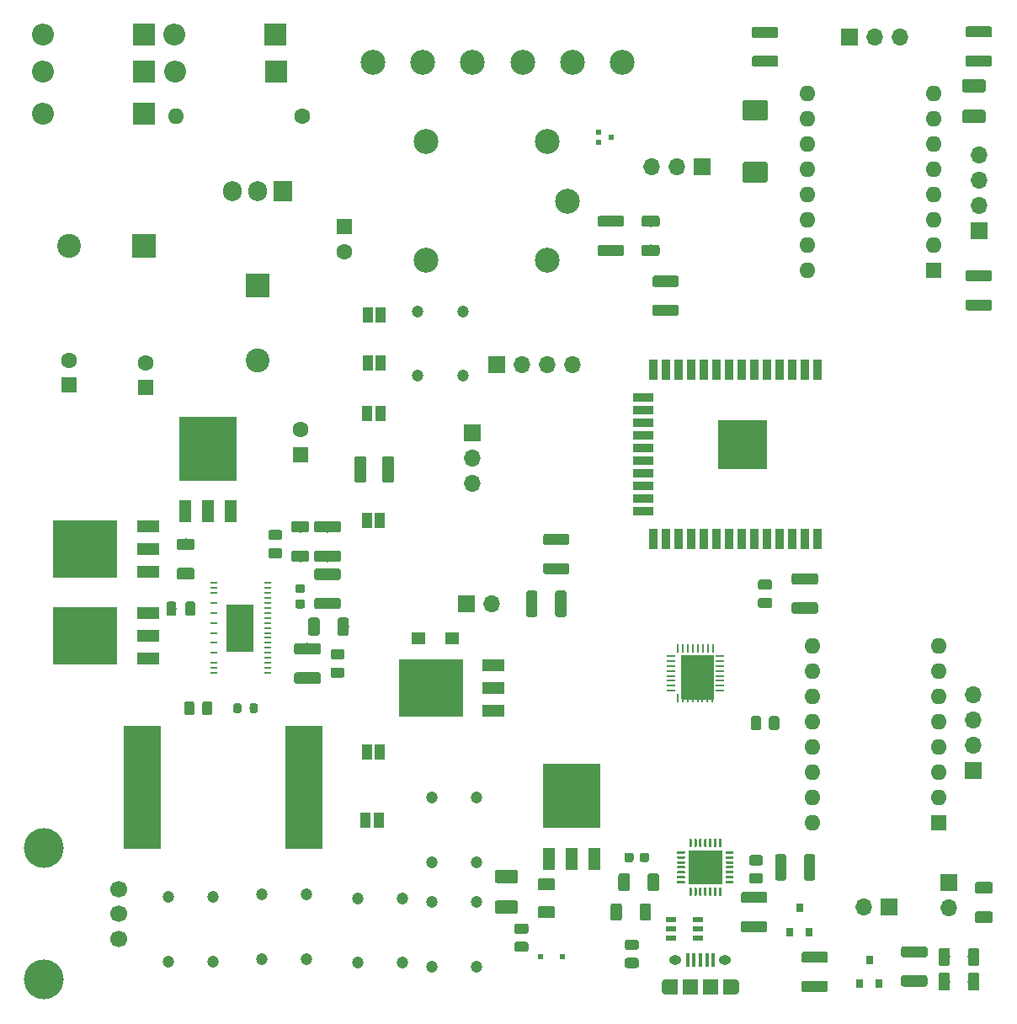
<source format=gbr>
%TF.GenerationSoftware,KiCad,Pcbnew,(5.1.2)-1*%
%TF.CreationDate,2022-02-24T14:14:44-06:00*%
%TF.ProjectId,final project circ 1,66696e61-6c20-4707-926f-6a6563742063,rev?*%
%TF.SameCoordinates,Original*%
%TF.FileFunction,Soldermask,Top*%
%TF.FilePolarity,Negative*%
%FSLAX46Y46*%
G04 Gerber Fmt 4.6, Leading zero omitted, Abs format (unit mm)*
G04 Created by KiCad (PCBNEW (5.1.2)-1) date 2022-02-24 14:14:44*
%MOMM*%
%LPD*%
G04 APERTURE LIST*
%ADD10C,0.100000*%
%ADD11R,0.977900X0.558800*%
%ADD12O,1.700000X1.700000*%
%ADD13R,1.700000X1.700000*%
%ADD14C,4.000000*%
%ADD15C,1.700000*%
%ADD16C,1.250000*%
%ADD17R,1.000000X1.500000*%
%ADD18C,2.500000*%
%ADD19R,0.254000X0.812800*%
%ADD20R,0.177800X0.812800*%
%ADD21R,0.812800X0.254000*%
%ADD22R,3.200000X4.394200*%
%ADD23R,0.600000X0.500000*%
%ADD24C,1.600000*%
%ADD25R,1.600000X1.600000*%
%ADD26C,1.200000*%
%ADD27R,0.800000X0.900000*%
%ADD28C,2.400000*%
%ADD29R,2.400000X2.400000*%
%ADD30C,1.125000*%
%ADD31C,1.150000*%
%ADD32C,1.000000*%
%ADD33C,0.900000*%
%ADD34R,6.400000X5.800000*%
%ADD35R,2.200000X1.200000*%
%ADD36C,0.800000*%
%ADD37R,1.200000X2.200000*%
%ADD38R,5.800000X6.400000*%
%ADD39R,3.850000X12.350000*%
%ADD40C,1.025000*%
%ADD41R,2.740000X4.750000*%
%ADD42R,0.750000X0.250000*%
%ADD43O,1.600000X1.600000*%
%ADD44C,2.075000*%
%ADD45O,2.200000X2.200000*%
%ADD46R,2.200000X2.200000*%
%ADD47R,0.500000X0.500000*%
%ADD48R,1.470000X1.270000*%
%ADD49R,0.400000X1.350000*%
%ADD50O,1.250000X0.950000*%
%ADD51R,1.500000X1.550000*%
%ADD52R,1.200000X1.550000*%
%ADD53O,0.890000X1.550000*%
%ADD54R,1.905000X2.000000*%
%ADD55O,1.905000X2.000000*%
%ADD56C,0.250000*%
%ADD57R,3.350000X3.350000*%
%ADD58R,5.000000X5.000000*%
%ADD59R,0.900000X2.000000*%
%ADD60R,2.000000X0.900000*%
%ADD61C,1.325000*%
G04 APERTURE END LIST*
D10*
%TO.C,U8*%
G36*
X161515700Y-117283900D02*
G01*
X164716100Y-117283900D01*
X164716100Y-121678100D01*
X161515700Y-121678100D01*
X161515700Y-117283900D01*
G37*
X161515700Y-117283900D02*
X164716100Y-117283900D01*
X164716100Y-121678100D01*
X161515700Y-121678100D01*
X161515700Y-117283900D01*
%TD*%
D11*
%TO.C,U4*%
X163140250Y-145750001D03*
X163140250Y-144800000D03*
X163140250Y-143849999D03*
X160409750Y-143849999D03*
X160409750Y-144800000D03*
X160409750Y-145750001D03*
%TD*%
D12*
%TO.C,J13*%
X140500000Y-99980000D03*
X140500000Y-97440000D03*
D13*
X140500000Y-94900000D03*
%TD*%
D14*
%TO.C,REF\002A\002A*%
X97400000Y-149900000D03*
X97400000Y-136700000D03*
D15*
X104900000Y-140800000D03*
X104900000Y-143300000D03*
X104900000Y-145800000D03*
%TD*%
D10*
%TO.C,D7*%
G36*
X148549504Y-139676204D02*
G01*
X148573773Y-139679804D01*
X148597571Y-139685765D01*
X148620671Y-139694030D01*
X148642849Y-139704520D01*
X148663893Y-139717133D01*
X148683598Y-139731747D01*
X148701777Y-139748223D01*
X148718253Y-139766402D01*
X148732867Y-139786107D01*
X148745480Y-139807151D01*
X148755970Y-139829329D01*
X148764235Y-139852429D01*
X148770196Y-139876227D01*
X148773796Y-139900496D01*
X148775000Y-139925000D01*
X148775000Y-140675000D01*
X148773796Y-140699504D01*
X148770196Y-140723773D01*
X148764235Y-140747571D01*
X148755970Y-140770671D01*
X148745480Y-140792849D01*
X148732867Y-140813893D01*
X148718253Y-140833598D01*
X148701777Y-140851777D01*
X148683598Y-140868253D01*
X148663893Y-140882867D01*
X148642849Y-140895480D01*
X148620671Y-140905970D01*
X148597571Y-140914235D01*
X148573773Y-140920196D01*
X148549504Y-140923796D01*
X148525000Y-140925000D01*
X147275000Y-140925000D01*
X147250496Y-140923796D01*
X147226227Y-140920196D01*
X147202429Y-140914235D01*
X147179329Y-140905970D01*
X147157151Y-140895480D01*
X147136107Y-140882867D01*
X147116402Y-140868253D01*
X147098223Y-140851777D01*
X147081747Y-140833598D01*
X147067133Y-140813893D01*
X147054520Y-140792849D01*
X147044030Y-140770671D01*
X147035765Y-140747571D01*
X147029804Y-140723773D01*
X147026204Y-140699504D01*
X147025000Y-140675000D01*
X147025000Y-139925000D01*
X147026204Y-139900496D01*
X147029804Y-139876227D01*
X147035765Y-139852429D01*
X147044030Y-139829329D01*
X147054520Y-139807151D01*
X147067133Y-139786107D01*
X147081747Y-139766402D01*
X147098223Y-139748223D01*
X147116402Y-139731747D01*
X147136107Y-139717133D01*
X147157151Y-139704520D01*
X147179329Y-139694030D01*
X147202429Y-139685765D01*
X147226227Y-139679804D01*
X147250496Y-139676204D01*
X147275000Y-139675000D01*
X148525000Y-139675000D01*
X148549504Y-139676204D01*
X148549504Y-139676204D01*
G37*
D16*
X147900000Y-140300000D03*
D10*
G36*
X148549504Y-142476204D02*
G01*
X148573773Y-142479804D01*
X148597571Y-142485765D01*
X148620671Y-142494030D01*
X148642849Y-142504520D01*
X148663893Y-142517133D01*
X148683598Y-142531747D01*
X148701777Y-142548223D01*
X148718253Y-142566402D01*
X148732867Y-142586107D01*
X148745480Y-142607151D01*
X148755970Y-142629329D01*
X148764235Y-142652429D01*
X148770196Y-142676227D01*
X148773796Y-142700496D01*
X148775000Y-142725000D01*
X148775000Y-143475000D01*
X148773796Y-143499504D01*
X148770196Y-143523773D01*
X148764235Y-143547571D01*
X148755970Y-143570671D01*
X148745480Y-143592849D01*
X148732867Y-143613893D01*
X148718253Y-143633598D01*
X148701777Y-143651777D01*
X148683598Y-143668253D01*
X148663893Y-143682867D01*
X148642849Y-143695480D01*
X148620671Y-143705970D01*
X148597571Y-143714235D01*
X148573773Y-143720196D01*
X148549504Y-143723796D01*
X148525000Y-143725000D01*
X147275000Y-143725000D01*
X147250496Y-143723796D01*
X147226227Y-143720196D01*
X147202429Y-143714235D01*
X147179329Y-143705970D01*
X147157151Y-143695480D01*
X147136107Y-143682867D01*
X147116402Y-143668253D01*
X147098223Y-143651777D01*
X147081747Y-143633598D01*
X147067133Y-143613893D01*
X147054520Y-143592849D01*
X147044030Y-143570671D01*
X147035765Y-143547571D01*
X147029804Y-143523773D01*
X147026204Y-143499504D01*
X147025000Y-143475000D01*
X147025000Y-142725000D01*
X147026204Y-142700496D01*
X147029804Y-142676227D01*
X147035765Y-142652429D01*
X147044030Y-142629329D01*
X147054520Y-142607151D01*
X147067133Y-142586107D01*
X147081747Y-142566402D01*
X147098223Y-142548223D01*
X147116402Y-142531747D01*
X147136107Y-142517133D01*
X147157151Y-142504520D01*
X147179329Y-142494030D01*
X147202429Y-142485765D01*
X147226227Y-142479804D01*
X147250496Y-142476204D01*
X147275000Y-142475000D01*
X148525000Y-142475000D01*
X148549504Y-142476204D01*
X148549504Y-142476204D01*
G37*
D16*
X147900000Y-143100000D03*
%TD*%
D12*
%TO.C,J5*%
X183440000Y-55100000D03*
D13*
X178360000Y-55100000D03*
D12*
X180900000Y-55100000D03*
%TD*%
%TO.C,J6*%
X161000000Y-68200000D03*
D13*
X163540000Y-68200000D03*
D12*
X158460000Y-68200000D03*
%TD*%
D17*
%TO.C,OJ6*%
X129750000Y-133900000D03*
X131050000Y-133900000D03*
%TD*%
%TO.C,OJ5*%
X129850000Y-127000000D03*
X131150000Y-127000000D03*
%TD*%
%TO.C,OJ4*%
X129850000Y-103700000D03*
X131150000Y-103700000D03*
%TD*%
%TO.C,OJ3*%
X129900000Y-93000000D03*
X131200000Y-93000000D03*
%TD*%
%TO.C,OJ2*%
X129950000Y-87900000D03*
X131250000Y-87900000D03*
%TD*%
%TO.C,OJ1*%
X129950000Y-83100000D03*
X131250000Y-83100000D03*
%TD*%
D18*
%TO.C,J2*%
X155500000Y-57700000D03*
X150500000Y-57700000D03*
X145500000Y-57700000D03*
X140500000Y-57700000D03*
X135500000Y-57700000D03*
X130500000Y-57700000D03*
%TD*%
D10*
%TO.C,C24*%
G36*
X129599504Y-97276204D02*
G01*
X129623773Y-97279804D01*
X129647571Y-97285765D01*
X129670671Y-97294030D01*
X129692849Y-97304520D01*
X129713893Y-97317133D01*
X129733598Y-97331747D01*
X129751777Y-97348223D01*
X129768253Y-97366402D01*
X129782867Y-97386107D01*
X129795480Y-97407151D01*
X129805970Y-97429329D01*
X129814235Y-97452429D01*
X129820196Y-97476227D01*
X129823796Y-97500496D01*
X129825000Y-97525000D01*
X129825000Y-99675000D01*
X129823796Y-99699504D01*
X129820196Y-99723773D01*
X129814235Y-99747571D01*
X129805970Y-99770671D01*
X129795480Y-99792849D01*
X129782867Y-99813893D01*
X129768253Y-99833598D01*
X129751777Y-99851777D01*
X129733598Y-99868253D01*
X129713893Y-99882867D01*
X129692849Y-99895480D01*
X129670671Y-99905970D01*
X129647571Y-99914235D01*
X129623773Y-99920196D01*
X129599504Y-99923796D01*
X129575000Y-99925000D01*
X128825000Y-99925000D01*
X128800496Y-99923796D01*
X128776227Y-99920196D01*
X128752429Y-99914235D01*
X128729329Y-99905970D01*
X128707151Y-99895480D01*
X128686107Y-99882867D01*
X128666402Y-99868253D01*
X128648223Y-99851777D01*
X128631747Y-99833598D01*
X128617133Y-99813893D01*
X128604520Y-99792849D01*
X128594030Y-99770671D01*
X128585765Y-99747571D01*
X128579804Y-99723773D01*
X128576204Y-99699504D01*
X128575000Y-99675000D01*
X128575000Y-97525000D01*
X128576204Y-97500496D01*
X128579804Y-97476227D01*
X128585765Y-97452429D01*
X128594030Y-97429329D01*
X128604520Y-97407151D01*
X128617133Y-97386107D01*
X128631747Y-97366402D01*
X128648223Y-97348223D01*
X128666402Y-97331747D01*
X128686107Y-97317133D01*
X128707151Y-97304520D01*
X128729329Y-97294030D01*
X128752429Y-97285765D01*
X128776227Y-97279804D01*
X128800496Y-97276204D01*
X128825000Y-97275000D01*
X129575000Y-97275000D01*
X129599504Y-97276204D01*
X129599504Y-97276204D01*
G37*
D16*
X129200000Y-98600000D03*
D10*
G36*
X132399504Y-97276204D02*
G01*
X132423773Y-97279804D01*
X132447571Y-97285765D01*
X132470671Y-97294030D01*
X132492849Y-97304520D01*
X132513893Y-97317133D01*
X132533598Y-97331747D01*
X132551777Y-97348223D01*
X132568253Y-97366402D01*
X132582867Y-97386107D01*
X132595480Y-97407151D01*
X132605970Y-97429329D01*
X132614235Y-97452429D01*
X132620196Y-97476227D01*
X132623796Y-97500496D01*
X132625000Y-97525000D01*
X132625000Y-99675000D01*
X132623796Y-99699504D01*
X132620196Y-99723773D01*
X132614235Y-99747571D01*
X132605970Y-99770671D01*
X132595480Y-99792849D01*
X132582867Y-99813893D01*
X132568253Y-99833598D01*
X132551777Y-99851777D01*
X132533598Y-99868253D01*
X132513893Y-99882867D01*
X132492849Y-99895480D01*
X132470671Y-99905970D01*
X132447571Y-99914235D01*
X132423773Y-99920196D01*
X132399504Y-99923796D01*
X132375000Y-99925000D01*
X131625000Y-99925000D01*
X131600496Y-99923796D01*
X131576227Y-99920196D01*
X131552429Y-99914235D01*
X131529329Y-99905970D01*
X131507151Y-99895480D01*
X131486107Y-99882867D01*
X131466402Y-99868253D01*
X131448223Y-99851777D01*
X131431747Y-99833598D01*
X131417133Y-99813893D01*
X131404520Y-99792849D01*
X131394030Y-99770671D01*
X131385765Y-99747571D01*
X131379804Y-99723773D01*
X131376204Y-99699504D01*
X131375000Y-99675000D01*
X131375000Y-97525000D01*
X131376204Y-97500496D01*
X131379804Y-97476227D01*
X131385765Y-97452429D01*
X131394030Y-97429329D01*
X131404520Y-97407151D01*
X131417133Y-97386107D01*
X131431747Y-97366402D01*
X131448223Y-97348223D01*
X131466402Y-97331747D01*
X131486107Y-97317133D01*
X131507151Y-97304520D01*
X131529329Y-97294030D01*
X131552429Y-97285765D01*
X131576227Y-97279804D01*
X131600496Y-97276204D01*
X131625000Y-97275000D01*
X132375000Y-97275000D01*
X132399504Y-97276204D01*
X132399504Y-97276204D01*
G37*
D16*
X132000000Y-98600000D03*
%TD*%
D19*
%TO.C,U8*%
X161150001Y-121576500D03*
D20*
X161604610Y-121576500D03*
D19*
X162115899Y-121576500D03*
X162615901Y-121576500D03*
X163115900Y-121576500D03*
X163615902Y-121576500D03*
X164115901Y-121576500D03*
D20*
X164627190Y-121576500D03*
D21*
X165376500Y-120849999D03*
X165376500Y-120350000D03*
X165376500Y-119850001D03*
X165376500Y-119350000D03*
X165376500Y-118850000D03*
X165376500Y-118349999D03*
X165376500Y-117850000D03*
X165376500Y-117350001D03*
D19*
X164649999Y-116623500D03*
X164150000Y-116623500D03*
X163650001Y-116623500D03*
X163150000Y-116623500D03*
X162650000Y-116623500D03*
X162149999Y-116623500D03*
X161650000Y-116623500D03*
X161150001Y-116623500D03*
D21*
X160423500Y-117350001D03*
X160423500Y-117850000D03*
X160423500Y-118349999D03*
X160423500Y-118850000D03*
X160423500Y-119350000D03*
X160423500Y-119850001D03*
X160423500Y-120350000D03*
X160423500Y-120849999D03*
D22*
X163100000Y-119450000D03*
%TD*%
D23*
%TO.C,Q7*%
X154450000Y-65200000D03*
X153150000Y-65700000D03*
X153150000Y-64700000D03*
%TD*%
D24*
%TO.C,C13*%
X127600000Y-76700000D03*
D25*
X127600000Y-74200000D03*
%TD*%
D26*
%TO.C,B4*%
X139500000Y-82700000D03*
X135000000Y-82700000D03*
X139500000Y-89200000D03*
X135000000Y-89200000D03*
%TD*%
D27*
%TO.C,Q4*%
X173369601Y-142686001D03*
X174319601Y-145086001D03*
X172419601Y-145086001D03*
%TD*%
%TO.C,Q5*%
X180400000Y-147900000D03*
X181350000Y-150300000D03*
X179450000Y-150300000D03*
%TD*%
D28*
%TO.C,C12*%
X118900000Y-87600000D03*
D29*
X118900000Y-80100000D03*
%TD*%
D10*
%TO.C,R10*%
G36*
X158199505Y-142226204D02*
G01*
X158223773Y-142229804D01*
X158247572Y-142235765D01*
X158270671Y-142244030D01*
X158292850Y-142254520D01*
X158313893Y-142267132D01*
X158333599Y-142281747D01*
X158351777Y-142298223D01*
X158368253Y-142316401D01*
X158382868Y-142336107D01*
X158395480Y-142357150D01*
X158405970Y-142379329D01*
X158414235Y-142402428D01*
X158420196Y-142426227D01*
X158423796Y-142450495D01*
X158425000Y-142474999D01*
X158425000Y-143725001D01*
X158423796Y-143749505D01*
X158420196Y-143773773D01*
X158414235Y-143797572D01*
X158405970Y-143820671D01*
X158395480Y-143842850D01*
X158382868Y-143863893D01*
X158368253Y-143883599D01*
X158351777Y-143901777D01*
X158333599Y-143918253D01*
X158313893Y-143932868D01*
X158292850Y-143945480D01*
X158270671Y-143955970D01*
X158247572Y-143964235D01*
X158223773Y-143970196D01*
X158199505Y-143973796D01*
X158175001Y-143975000D01*
X157549999Y-143975000D01*
X157525495Y-143973796D01*
X157501227Y-143970196D01*
X157477428Y-143964235D01*
X157454329Y-143955970D01*
X157432150Y-143945480D01*
X157411107Y-143932868D01*
X157391401Y-143918253D01*
X157373223Y-143901777D01*
X157356747Y-143883599D01*
X157342132Y-143863893D01*
X157329520Y-143842850D01*
X157319030Y-143820671D01*
X157310765Y-143797572D01*
X157304804Y-143773773D01*
X157301204Y-143749505D01*
X157300000Y-143725001D01*
X157300000Y-142474999D01*
X157301204Y-142450495D01*
X157304804Y-142426227D01*
X157310765Y-142402428D01*
X157319030Y-142379329D01*
X157329520Y-142357150D01*
X157342132Y-142336107D01*
X157356747Y-142316401D01*
X157373223Y-142298223D01*
X157391401Y-142281747D01*
X157411107Y-142267132D01*
X157432150Y-142254520D01*
X157454329Y-142244030D01*
X157477428Y-142235765D01*
X157501227Y-142229804D01*
X157525495Y-142226204D01*
X157549999Y-142225000D01*
X158175001Y-142225000D01*
X158199505Y-142226204D01*
X158199505Y-142226204D01*
G37*
D30*
X157862500Y-143100000D03*
D10*
G36*
X155274505Y-142226204D02*
G01*
X155298773Y-142229804D01*
X155322572Y-142235765D01*
X155345671Y-142244030D01*
X155367850Y-142254520D01*
X155388893Y-142267132D01*
X155408599Y-142281747D01*
X155426777Y-142298223D01*
X155443253Y-142316401D01*
X155457868Y-142336107D01*
X155470480Y-142357150D01*
X155480970Y-142379329D01*
X155489235Y-142402428D01*
X155495196Y-142426227D01*
X155498796Y-142450495D01*
X155500000Y-142474999D01*
X155500000Y-143725001D01*
X155498796Y-143749505D01*
X155495196Y-143773773D01*
X155489235Y-143797572D01*
X155480970Y-143820671D01*
X155470480Y-143842850D01*
X155457868Y-143863893D01*
X155443253Y-143883599D01*
X155426777Y-143901777D01*
X155408599Y-143918253D01*
X155388893Y-143932868D01*
X155367850Y-143945480D01*
X155345671Y-143955970D01*
X155322572Y-143964235D01*
X155298773Y-143970196D01*
X155274505Y-143973796D01*
X155250001Y-143975000D01*
X154624999Y-143975000D01*
X154600495Y-143973796D01*
X154576227Y-143970196D01*
X154552428Y-143964235D01*
X154529329Y-143955970D01*
X154507150Y-143945480D01*
X154486107Y-143932868D01*
X154466401Y-143918253D01*
X154448223Y-143901777D01*
X154431747Y-143883599D01*
X154417132Y-143863893D01*
X154404520Y-143842850D01*
X154394030Y-143820671D01*
X154385765Y-143797572D01*
X154379804Y-143773773D01*
X154376204Y-143749505D01*
X154375000Y-143725001D01*
X154375000Y-142474999D01*
X154376204Y-142450495D01*
X154379804Y-142426227D01*
X154385765Y-142402428D01*
X154394030Y-142379329D01*
X154404520Y-142357150D01*
X154417132Y-142336107D01*
X154431747Y-142316401D01*
X154448223Y-142298223D01*
X154466401Y-142281747D01*
X154486107Y-142267132D01*
X154507150Y-142254520D01*
X154529329Y-142244030D01*
X154552428Y-142235765D01*
X154576227Y-142229804D01*
X154600495Y-142226204D01*
X154624999Y-142225000D01*
X155250001Y-142225000D01*
X155274505Y-142226204D01*
X155274505Y-142226204D01*
G37*
D30*
X154937500Y-143100000D03*
%TD*%
D18*
%TO.C,U7*%
X150000000Y-71600000D03*
X148000000Y-77600000D03*
X148000000Y-65600000D03*
X135800000Y-65600000D03*
X135800000Y-77600000D03*
%TD*%
D10*
%TO.C,C6*%
G36*
X112324505Y-108501204D02*
G01*
X112348773Y-108504804D01*
X112372572Y-108510765D01*
X112395671Y-108519030D01*
X112417850Y-108529520D01*
X112438893Y-108542132D01*
X112458599Y-108556747D01*
X112476777Y-108573223D01*
X112493253Y-108591401D01*
X112507868Y-108611107D01*
X112520480Y-108632150D01*
X112530970Y-108654329D01*
X112539235Y-108677428D01*
X112545196Y-108701227D01*
X112548796Y-108725495D01*
X112550000Y-108749999D01*
X112550000Y-109400001D01*
X112548796Y-109424505D01*
X112545196Y-109448773D01*
X112539235Y-109472572D01*
X112530970Y-109495671D01*
X112520480Y-109517850D01*
X112507868Y-109538893D01*
X112493253Y-109558599D01*
X112476777Y-109576777D01*
X112458599Y-109593253D01*
X112438893Y-109607868D01*
X112417850Y-109620480D01*
X112395671Y-109630970D01*
X112372572Y-109639235D01*
X112348773Y-109645196D01*
X112324505Y-109648796D01*
X112300001Y-109650000D01*
X110999999Y-109650000D01*
X110975495Y-109648796D01*
X110951227Y-109645196D01*
X110927428Y-109639235D01*
X110904329Y-109630970D01*
X110882150Y-109620480D01*
X110861107Y-109607868D01*
X110841401Y-109593253D01*
X110823223Y-109576777D01*
X110806747Y-109558599D01*
X110792132Y-109538893D01*
X110779520Y-109517850D01*
X110769030Y-109495671D01*
X110760765Y-109472572D01*
X110754804Y-109448773D01*
X110751204Y-109424505D01*
X110750000Y-109400001D01*
X110750000Y-108749999D01*
X110751204Y-108725495D01*
X110754804Y-108701227D01*
X110760765Y-108677428D01*
X110769030Y-108654329D01*
X110779520Y-108632150D01*
X110792132Y-108611107D01*
X110806747Y-108591401D01*
X110823223Y-108573223D01*
X110841401Y-108556747D01*
X110861107Y-108542132D01*
X110882150Y-108529520D01*
X110904329Y-108519030D01*
X110927428Y-108510765D01*
X110951227Y-108504804D01*
X110975495Y-108501204D01*
X110999999Y-108500000D01*
X112300001Y-108500000D01*
X112324505Y-108501204D01*
X112324505Y-108501204D01*
G37*
D31*
X111650000Y-109075000D03*
D10*
G36*
X112324505Y-105551204D02*
G01*
X112348773Y-105554804D01*
X112372572Y-105560765D01*
X112395671Y-105569030D01*
X112417850Y-105579520D01*
X112438893Y-105592132D01*
X112458599Y-105606747D01*
X112476777Y-105623223D01*
X112493253Y-105641401D01*
X112507868Y-105661107D01*
X112520480Y-105682150D01*
X112530970Y-105704329D01*
X112539235Y-105727428D01*
X112545196Y-105751227D01*
X112548796Y-105775495D01*
X112550000Y-105799999D01*
X112550000Y-106450001D01*
X112548796Y-106474505D01*
X112545196Y-106498773D01*
X112539235Y-106522572D01*
X112530970Y-106545671D01*
X112520480Y-106567850D01*
X112507868Y-106588893D01*
X112493253Y-106608599D01*
X112476777Y-106626777D01*
X112458599Y-106643253D01*
X112438893Y-106657868D01*
X112417850Y-106670480D01*
X112395671Y-106680970D01*
X112372572Y-106689235D01*
X112348773Y-106695196D01*
X112324505Y-106698796D01*
X112300001Y-106700000D01*
X110999999Y-106700000D01*
X110975495Y-106698796D01*
X110951227Y-106695196D01*
X110927428Y-106689235D01*
X110904329Y-106680970D01*
X110882150Y-106670480D01*
X110861107Y-106657868D01*
X110841401Y-106643253D01*
X110823223Y-106626777D01*
X110806747Y-106608599D01*
X110792132Y-106588893D01*
X110779520Y-106567850D01*
X110769030Y-106545671D01*
X110760765Y-106522572D01*
X110754804Y-106498773D01*
X110751204Y-106474505D01*
X110750000Y-106450001D01*
X110750000Y-105799999D01*
X110751204Y-105775495D01*
X110754804Y-105751227D01*
X110760765Y-105727428D01*
X110769030Y-105704329D01*
X110779520Y-105682150D01*
X110792132Y-105661107D01*
X110806747Y-105641401D01*
X110823223Y-105623223D01*
X110841401Y-105606747D01*
X110861107Y-105592132D01*
X110882150Y-105579520D01*
X110904329Y-105569030D01*
X110927428Y-105560765D01*
X110951227Y-105554804D01*
X110975495Y-105551204D01*
X110999999Y-105550000D01*
X112300001Y-105550000D01*
X112324505Y-105551204D01*
X112324505Y-105551204D01*
G37*
D31*
X111650000Y-106125000D03*
%TD*%
D10*
%TO.C,C3*%
G36*
X123824505Y-106751204D02*
G01*
X123848773Y-106754804D01*
X123872572Y-106760765D01*
X123895671Y-106769030D01*
X123917850Y-106779520D01*
X123938893Y-106792132D01*
X123958599Y-106806747D01*
X123976777Y-106823223D01*
X123993253Y-106841401D01*
X124007868Y-106861107D01*
X124020480Y-106882150D01*
X124030970Y-106904329D01*
X124039235Y-106927428D01*
X124045196Y-106951227D01*
X124048796Y-106975495D01*
X124050000Y-106999999D01*
X124050000Y-107650001D01*
X124048796Y-107674505D01*
X124045196Y-107698773D01*
X124039235Y-107722572D01*
X124030970Y-107745671D01*
X124020480Y-107767850D01*
X124007868Y-107788893D01*
X123993253Y-107808599D01*
X123976777Y-107826777D01*
X123958599Y-107843253D01*
X123938893Y-107857868D01*
X123917850Y-107870480D01*
X123895671Y-107880970D01*
X123872572Y-107889235D01*
X123848773Y-107895196D01*
X123824505Y-107898796D01*
X123800001Y-107900000D01*
X122499999Y-107900000D01*
X122475495Y-107898796D01*
X122451227Y-107895196D01*
X122427428Y-107889235D01*
X122404329Y-107880970D01*
X122382150Y-107870480D01*
X122361107Y-107857868D01*
X122341401Y-107843253D01*
X122323223Y-107826777D01*
X122306747Y-107808599D01*
X122292132Y-107788893D01*
X122279520Y-107767850D01*
X122269030Y-107745671D01*
X122260765Y-107722572D01*
X122254804Y-107698773D01*
X122251204Y-107674505D01*
X122250000Y-107650001D01*
X122250000Y-106999999D01*
X122251204Y-106975495D01*
X122254804Y-106951227D01*
X122260765Y-106927428D01*
X122269030Y-106904329D01*
X122279520Y-106882150D01*
X122292132Y-106861107D01*
X122306747Y-106841401D01*
X122323223Y-106823223D01*
X122341401Y-106806747D01*
X122361107Y-106792132D01*
X122382150Y-106779520D01*
X122404329Y-106769030D01*
X122427428Y-106760765D01*
X122451227Y-106754804D01*
X122475495Y-106751204D01*
X122499999Y-106750000D01*
X123800001Y-106750000D01*
X123824505Y-106751204D01*
X123824505Y-106751204D01*
G37*
D31*
X123150000Y-107325000D03*
D10*
G36*
X123824505Y-103801204D02*
G01*
X123848773Y-103804804D01*
X123872572Y-103810765D01*
X123895671Y-103819030D01*
X123917850Y-103829520D01*
X123938893Y-103842132D01*
X123958599Y-103856747D01*
X123976777Y-103873223D01*
X123993253Y-103891401D01*
X124007868Y-103911107D01*
X124020480Y-103932150D01*
X124030970Y-103954329D01*
X124039235Y-103977428D01*
X124045196Y-104001227D01*
X124048796Y-104025495D01*
X124050000Y-104049999D01*
X124050000Y-104700001D01*
X124048796Y-104724505D01*
X124045196Y-104748773D01*
X124039235Y-104772572D01*
X124030970Y-104795671D01*
X124020480Y-104817850D01*
X124007868Y-104838893D01*
X123993253Y-104858599D01*
X123976777Y-104876777D01*
X123958599Y-104893253D01*
X123938893Y-104907868D01*
X123917850Y-104920480D01*
X123895671Y-104930970D01*
X123872572Y-104939235D01*
X123848773Y-104945196D01*
X123824505Y-104948796D01*
X123800001Y-104950000D01*
X122499999Y-104950000D01*
X122475495Y-104948796D01*
X122451227Y-104945196D01*
X122427428Y-104939235D01*
X122404329Y-104930970D01*
X122382150Y-104920480D01*
X122361107Y-104907868D01*
X122341401Y-104893253D01*
X122323223Y-104876777D01*
X122306747Y-104858599D01*
X122292132Y-104838893D01*
X122279520Y-104817850D01*
X122269030Y-104795671D01*
X122260765Y-104772572D01*
X122254804Y-104748773D01*
X122251204Y-104724505D01*
X122250000Y-104700001D01*
X122250000Y-104049999D01*
X122251204Y-104025495D01*
X122254804Y-104001227D01*
X122260765Y-103977428D01*
X122269030Y-103954329D01*
X122279520Y-103932150D01*
X122292132Y-103911107D01*
X122306747Y-103891401D01*
X122323223Y-103873223D01*
X122341401Y-103856747D01*
X122361107Y-103842132D01*
X122382150Y-103829520D01*
X122404329Y-103819030D01*
X122427428Y-103810765D01*
X122451227Y-103804804D01*
X122475495Y-103801204D01*
X122499999Y-103800000D01*
X123800001Y-103800000D01*
X123824505Y-103801204D01*
X123824505Y-103801204D01*
G37*
D31*
X123150000Y-104375000D03*
%TD*%
D10*
%TO.C,C5*%
G36*
X125024505Y-116051204D02*
G01*
X125048773Y-116054804D01*
X125072572Y-116060765D01*
X125095671Y-116069030D01*
X125117850Y-116079520D01*
X125138893Y-116092132D01*
X125158599Y-116106747D01*
X125176777Y-116123223D01*
X125193253Y-116141401D01*
X125207868Y-116161107D01*
X125220480Y-116182150D01*
X125230970Y-116204329D01*
X125239235Y-116227428D01*
X125245196Y-116251227D01*
X125248796Y-116275495D01*
X125250000Y-116299999D01*
X125250000Y-116950001D01*
X125248796Y-116974505D01*
X125245196Y-116998773D01*
X125239235Y-117022572D01*
X125230970Y-117045671D01*
X125220480Y-117067850D01*
X125207868Y-117088893D01*
X125193253Y-117108599D01*
X125176777Y-117126777D01*
X125158599Y-117143253D01*
X125138893Y-117157868D01*
X125117850Y-117170480D01*
X125095671Y-117180970D01*
X125072572Y-117189235D01*
X125048773Y-117195196D01*
X125024505Y-117198796D01*
X125000001Y-117200000D01*
X122799999Y-117200000D01*
X122775495Y-117198796D01*
X122751227Y-117195196D01*
X122727428Y-117189235D01*
X122704329Y-117180970D01*
X122682150Y-117170480D01*
X122661107Y-117157868D01*
X122641401Y-117143253D01*
X122623223Y-117126777D01*
X122606747Y-117108599D01*
X122592132Y-117088893D01*
X122579520Y-117067850D01*
X122569030Y-117045671D01*
X122560765Y-117022572D01*
X122554804Y-116998773D01*
X122551204Y-116974505D01*
X122550000Y-116950001D01*
X122550000Y-116299999D01*
X122551204Y-116275495D01*
X122554804Y-116251227D01*
X122560765Y-116227428D01*
X122569030Y-116204329D01*
X122579520Y-116182150D01*
X122592132Y-116161107D01*
X122606747Y-116141401D01*
X122623223Y-116123223D01*
X122641401Y-116106747D01*
X122661107Y-116092132D01*
X122682150Y-116079520D01*
X122704329Y-116069030D01*
X122727428Y-116060765D01*
X122751227Y-116054804D01*
X122775495Y-116051204D01*
X122799999Y-116050000D01*
X125000001Y-116050000D01*
X125024505Y-116051204D01*
X125024505Y-116051204D01*
G37*
D31*
X123900000Y-116625000D03*
D10*
G36*
X125024505Y-119001204D02*
G01*
X125048773Y-119004804D01*
X125072572Y-119010765D01*
X125095671Y-119019030D01*
X125117850Y-119029520D01*
X125138893Y-119042132D01*
X125158599Y-119056747D01*
X125176777Y-119073223D01*
X125193253Y-119091401D01*
X125207868Y-119111107D01*
X125220480Y-119132150D01*
X125230970Y-119154329D01*
X125239235Y-119177428D01*
X125245196Y-119201227D01*
X125248796Y-119225495D01*
X125250000Y-119249999D01*
X125250000Y-119900001D01*
X125248796Y-119924505D01*
X125245196Y-119948773D01*
X125239235Y-119972572D01*
X125230970Y-119995671D01*
X125220480Y-120017850D01*
X125207868Y-120038893D01*
X125193253Y-120058599D01*
X125176777Y-120076777D01*
X125158599Y-120093253D01*
X125138893Y-120107868D01*
X125117850Y-120120480D01*
X125095671Y-120130970D01*
X125072572Y-120139235D01*
X125048773Y-120145196D01*
X125024505Y-120148796D01*
X125000001Y-120150000D01*
X122799999Y-120150000D01*
X122775495Y-120148796D01*
X122751227Y-120145196D01*
X122727428Y-120139235D01*
X122704329Y-120130970D01*
X122682150Y-120120480D01*
X122661107Y-120107868D01*
X122641401Y-120093253D01*
X122623223Y-120076777D01*
X122606747Y-120058599D01*
X122592132Y-120038893D01*
X122579520Y-120017850D01*
X122569030Y-119995671D01*
X122560765Y-119972572D01*
X122554804Y-119948773D01*
X122551204Y-119924505D01*
X122550000Y-119900001D01*
X122550000Y-119249999D01*
X122551204Y-119225495D01*
X122554804Y-119201227D01*
X122560765Y-119177428D01*
X122569030Y-119154329D01*
X122579520Y-119132150D01*
X122592132Y-119111107D01*
X122606747Y-119091401D01*
X122623223Y-119073223D01*
X122641401Y-119056747D01*
X122661107Y-119042132D01*
X122682150Y-119029520D01*
X122704329Y-119019030D01*
X122727428Y-119010765D01*
X122751227Y-119004804D01*
X122775495Y-119001204D01*
X122799999Y-119000000D01*
X125000001Y-119000000D01*
X125024505Y-119001204D01*
X125024505Y-119001204D01*
G37*
D31*
X123900000Y-119575000D03*
%TD*%
D10*
%TO.C,C7*%
G36*
X110474504Y-111876204D02*
G01*
X110498773Y-111879804D01*
X110522571Y-111885765D01*
X110545671Y-111894030D01*
X110567849Y-111904520D01*
X110588893Y-111917133D01*
X110608598Y-111931747D01*
X110626777Y-111948223D01*
X110643253Y-111966402D01*
X110657867Y-111986107D01*
X110670480Y-112007151D01*
X110680970Y-112029329D01*
X110689235Y-112052429D01*
X110695196Y-112076227D01*
X110698796Y-112100496D01*
X110700000Y-112125000D01*
X110700000Y-113075000D01*
X110698796Y-113099504D01*
X110695196Y-113123773D01*
X110689235Y-113147571D01*
X110680970Y-113170671D01*
X110670480Y-113192849D01*
X110657867Y-113213893D01*
X110643253Y-113233598D01*
X110626777Y-113251777D01*
X110608598Y-113268253D01*
X110588893Y-113282867D01*
X110567849Y-113295480D01*
X110545671Y-113305970D01*
X110522571Y-113314235D01*
X110498773Y-113320196D01*
X110474504Y-113323796D01*
X110450000Y-113325000D01*
X109950000Y-113325000D01*
X109925496Y-113323796D01*
X109901227Y-113320196D01*
X109877429Y-113314235D01*
X109854329Y-113305970D01*
X109832151Y-113295480D01*
X109811107Y-113282867D01*
X109791402Y-113268253D01*
X109773223Y-113251777D01*
X109756747Y-113233598D01*
X109742133Y-113213893D01*
X109729520Y-113192849D01*
X109719030Y-113170671D01*
X109710765Y-113147571D01*
X109704804Y-113123773D01*
X109701204Y-113099504D01*
X109700000Y-113075000D01*
X109700000Y-112125000D01*
X109701204Y-112100496D01*
X109704804Y-112076227D01*
X109710765Y-112052429D01*
X109719030Y-112029329D01*
X109729520Y-112007151D01*
X109742133Y-111986107D01*
X109756747Y-111966402D01*
X109773223Y-111948223D01*
X109791402Y-111931747D01*
X109811107Y-111917133D01*
X109832151Y-111904520D01*
X109854329Y-111894030D01*
X109877429Y-111885765D01*
X109901227Y-111879804D01*
X109925496Y-111876204D01*
X109950000Y-111875000D01*
X110450000Y-111875000D01*
X110474504Y-111876204D01*
X110474504Y-111876204D01*
G37*
D32*
X110200000Y-112600000D03*
D10*
G36*
X112374504Y-111876204D02*
G01*
X112398773Y-111879804D01*
X112422571Y-111885765D01*
X112445671Y-111894030D01*
X112467849Y-111904520D01*
X112488893Y-111917133D01*
X112508598Y-111931747D01*
X112526777Y-111948223D01*
X112543253Y-111966402D01*
X112557867Y-111986107D01*
X112570480Y-112007151D01*
X112580970Y-112029329D01*
X112589235Y-112052429D01*
X112595196Y-112076227D01*
X112598796Y-112100496D01*
X112600000Y-112125000D01*
X112600000Y-113075000D01*
X112598796Y-113099504D01*
X112595196Y-113123773D01*
X112589235Y-113147571D01*
X112580970Y-113170671D01*
X112570480Y-113192849D01*
X112557867Y-113213893D01*
X112543253Y-113233598D01*
X112526777Y-113251777D01*
X112508598Y-113268253D01*
X112488893Y-113282867D01*
X112467849Y-113295480D01*
X112445671Y-113305970D01*
X112422571Y-113314235D01*
X112398773Y-113320196D01*
X112374504Y-113323796D01*
X112350000Y-113325000D01*
X111850000Y-113325000D01*
X111825496Y-113323796D01*
X111801227Y-113320196D01*
X111777429Y-113314235D01*
X111754329Y-113305970D01*
X111732151Y-113295480D01*
X111711107Y-113282867D01*
X111691402Y-113268253D01*
X111673223Y-113251777D01*
X111656747Y-113233598D01*
X111642133Y-113213893D01*
X111629520Y-113192849D01*
X111619030Y-113170671D01*
X111610765Y-113147571D01*
X111604804Y-113123773D01*
X111601204Y-113099504D01*
X111600000Y-113075000D01*
X111600000Y-112125000D01*
X111601204Y-112100496D01*
X111604804Y-112076227D01*
X111610765Y-112052429D01*
X111619030Y-112029329D01*
X111629520Y-112007151D01*
X111642133Y-111986107D01*
X111656747Y-111966402D01*
X111673223Y-111948223D01*
X111691402Y-111931747D01*
X111711107Y-111917133D01*
X111732151Y-111904520D01*
X111754329Y-111894030D01*
X111777429Y-111885765D01*
X111801227Y-111879804D01*
X111825496Y-111876204D01*
X111850000Y-111875000D01*
X112350000Y-111875000D01*
X112374504Y-111876204D01*
X112374504Y-111876204D01*
G37*
D32*
X112100000Y-112600000D03*
%TD*%
D10*
%TO.C,C1*%
G36*
X127024505Y-103801204D02*
G01*
X127048773Y-103804804D01*
X127072572Y-103810765D01*
X127095671Y-103819030D01*
X127117850Y-103829520D01*
X127138893Y-103842132D01*
X127158599Y-103856747D01*
X127176777Y-103873223D01*
X127193253Y-103891401D01*
X127207868Y-103911107D01*
X127220480Y-103932150D01*
X127230970Y-103954329D01*
X127239235Y-103977428D01*
X127245196Y-104001227D01*
X127248796Y-104025495D01*
X127250000Y-104049999D01*
X127250000Y-104700001D01*
X127248796Y-104724505D01*
X127245196Y-104748773D01*
X127239235Y-104772572D01*
X127230970Y-104795671D01*
X127220480Y-104817850D01*
X127207868Y-104838893D01*
X127193253Y-104858599D01*
X127176777Y-104876777D01*
X127158599Y-104893253D01*
X127138893Y-104907868D01*
X127117850Y-104920480D01*
X127095671Y-104930970D01*
X127072572Y-104939235D01*
X127048773Y-104945196D01*
X127024505Y-104948796D01*
X127000001Y-104950000D01*
X124799999Y-104950000D01*
X124775495Y-104948796D01*
X124751227Y-104945196D01*
X124727428Y-104939235D01*
X124704329Y-104930970D01*
X124682150Y-104920480D01*
X124661107Y-104907868D01*
X124641401Y-104893253D01*
X124623223Y-104876777D01*
X124606747Y-104858599D01*
X124592132Y-104838893D01*
X124579520Y-104817850D01*
X124569030Y-104795671D01*
X124560765Y-104772572D01*
X124554804Y-104748773D01*
X124551204Y-104724505D01*
X124550000Y-104700001D01*
X124550000Y-104049999D01*
X124551204Y-104025495D01*
X124554804Y-104001227D01*
X124560765Y-103977428D01*
X124569030Y-103954329D01*
X124579520Y-103932150D01*
X124592132Y-103911107D01*
X124606747Y-103891401D01*
X124623223Y-103873223D01*
X124641401Y-103856747D01*
X124661107Y-103842132D01*
X124682150Y-103829520D01*
X124704329Y-103819030D01*
X124727428Y-103810765D01*
X124751227Y-103804804D01*
X124775495Y-103801204D01*
X124799999Y-103800000D01*
X127000001Y-103800000D01*
X127024505Y-103801204D01*
X127024505Y-103801204D01*
G37*
D31*
X125900000Y-104375000D03*
D10*
G36*
X127024505Y-106751204D02*
G01*
X127048773Y-106754804D01*
X127072572Y-106760765D01*
X127095671Y-106769030D01*
X127117850Y-106779520D01*
X127138893Y-106792132D01*
X127158599Y-106806747D01*
X127176777Y-106823223D01*
X127193253Y-106841401D01*
X127207868Y-106861107D01*
X127220480Y-106882150D01*
X127230970Y-106904329D01*
X127239235Y-106927428D01*
X127245196Y-106951227D01*
X127248796Y-106975495D01*
X127250000Y-106999999D01*
X127250000Y-107650001D01*
X127248796Y-107674505D01*
X127245196Y-107698773D01*
X127239235Y-107722572D01*
X127230970Y-107745671D01*
X127220480Y-107767850D01*
X127207868Y-107788893D01*
X127193253Y-107808599D01*
X127176777Y-107826777D01*
X127158599Y-107843253D01*
X127138893Y-107857868D01*
X127117850Y-107870480D01*
X127095671Y-107880970D01*
X127072572Y-107889235D01*
X127048773Y-107895196D01*
X127024505Y-107898796D01*
X127000001Y-107900000D01*
X124799999Y-107900000D01*
X124775495Y-107898796D01*
X124751227Y-107895196D01*
X124727428Y-107889235D01*
X124704329Y-107880970D01*
X124682150Y-107870480D01*
X124661107Y-107857868D01*
X124641401Y-107843253D01*
X124623223Y-107826777D01*
X124606747Y-107808599D01*
X124592132Y-107788893D01*
X124579520Y-107767850D01*
X124569030Y-107745671D01*
X124560765Y-107722572D01*
X124554804Y-107698773D01*
X124551204Y-107674505D01*
X124550000Y-107650001D01*
X124550000Y-106999999D01*
X124551204Y-106975495D01*
X124554804Y-106951227D01*
X124560765Y-106927428D01*
X124569030Y-106904329D01*
X124579520Y-106882150D01*
X124592132Y-106861107D01*
X124606747Y-106841401D01*
X124623223Y-106823223D01*
X124641401Y-106806747D01*
X124661107Y-106792132D01*
X124682150Y-106779520D01*
X124704329Y-106769030D01*
X124727428Y-106760765D01*
X124751227Y-106754804D01*
X124775495Y-106751204D01*
X124799999Y-106750000D01*
X127000001Y-106750000D01*
X127024505Y-106751204D01*
X127024505Y-106751204D01*
G37*
D31*
X125900000Y-107325000D03*
%TD*%
D10*
%TO.C,C2*%
G36*
X123422054Y-110126083D02*
G01*
X123443895Y-110129323D01*
X123465314Y-110134688D01*
X123486104Y-110142127D01*
X123506064Y-110151568D01*
X123525003Y-110162919D01*
X123542738Y-110176073D01*
X123559099Y-110190901D01*
X123573927Y-110207262D01*
X123587081Y-110224997D01*
X123598432Y-110243936D01*
X123607873Y-110263896D01*
X123615312Y-110284686D01*
X123620677Y-110306105D01*
X123623917Y-110327946D01*
X123625000Y-110350000D01*
X123625000Y-110800000D01*
X123623917Y-110822054D01*
X123620677Y-110843895D01*
X123615312Y-110865314D01*
X123607873Y-110886104D01*
X123598432Y-110906064D01*
X123587081Y-110925003D01*
X123573927Y-110942738D01*
X123559099Y-110959099D01*
X123542738Y-110973927D01*
X123525003Y-110987081D01*
X123506064Y-110998432D01*
X123486104Y-111007873D01*
X123465314Y-111015312D01*
X123443895Y-111020677D01*
X123422054Y-111023917D01*
X123400000Y-111025000D01*
X122900000Y-111025000D01*
X122877946Y-111023917D01*
X122856105Y-111020677D01*
X122834686Y-111015312D01*
X122813896Y-111007873D01*
X122793936Y-110998432D01*
X122774997Y-110987081D01*
X122757262Y-110973927D01*
X122740901Y-110959099D01*
X122726073Y-110942738D01*
X122712919Y-110925003D01*
X122701568Y-110906064D01*
X122692127Y-110886104D01*
X122684688Y-110865314D01*
X122679323Y-110843895D01*
X122676083Y-110822054D01*
X122675000Y-110800000D01*
X122675000Y-110350000D01*
X122676083Y-110327946D01*
X122679323Y-110306105D01*
X122684688Y-110284686D01*
X122692127Y-110263896D01*
X122701568Y-110243936D01*
X122712919Y-110224997D01*
X122726073Y-110207262D01*
X122740901Y-110190901D01*
X122757262Y-110176073D01*
X122774997Y-110162919D01*
X122793936Y-110151568D01*
X122813896Y-110142127D01*
X122834686Y-110134688D01*
X122856105Y-110129323D01*
X122877946Y-110126083D01*
X122900000Y-110125000D01*
X123400000Y-110125000D01*
X123422054Y-110126083D01*
X123422054Y-110126083D01*
G37*
D33*
X123150000Y-110575000D03*
D10*
G36*
X123422054Y-111676083D02*
G01*
X123443895Y-111679323D01*
X123465314Y-111684688D01*
X123486104Y-111692127D01*
X123506064Y-111701568D01*
X123525003Y-111712919D01*
X123542738Y-111726073D01*
X123559099Y-111740901D01*
X123573927Y-111757262D01*
X123587081Y-111774997D01*
X123598432Y-111793936D01*
X123607873Y-111813896D01*
X123615312Y-111834686D01*
X123620677Y-111856105D01*
X123623917Y-111877946D01*
X123625000Y-111900000D01*
X123625000Y-112350000D01*
X123623917Y-112372054D01*
X123620677Y-112393895D01*
X123615312Y-112415314D01*
X123607873Y-112436104D01*
X123598432Y-112456064D01*
X123587081Y-112475003D01*
X123573927Y-112492738D01*
X123559099Y-112509099D01*
X123542738Y-112523927D01*
X123525003Y-112537081D01*
X123506064Y-112548432D01*
X123486104Y-112557873D01*
X123465314Y-112565312D01*
X123443895Y-112570677D01*
X123422054Y-112573917D01*
X123400000Y-112575000D01*
X122900000Y-112575000D01*
X122877946Y-112573917D01*
X122856105Y-112570677D01*
X122834686Y-112565312D01*
X122813896Y-112557873D01*
X122793936Y-112548432D01*
X122774997Y-112537081D01*
X122757262Y-112523927D01*
X122740901Y-112509099D01*
X122726073Y-112492738D01*
X122712919Y-112475003D01*
X122701568Y-112456064D01*
X122692127Y-112436104D01*
X122684688Y-112415314D01*
X122679323Y-112393895D01*
X122676083Y-112372054D01*
X122675000Y-112350000D01*
X122675000Y-111900000D01*
X122676083Y-111877946D01*
X122679323Y-111856105D01*
X122684688Y-111834686D01*
X122692127Y-111813896D01*
X122701568Y-111793936D01*
X122712919Y-111774997D01*
X122726073Y-111757262D01*
X122740901Y-111740901D01*
X122757262Y-111726073D01*
X122774997Y-111712919D01*
X122793936Y-111701568D01*
X122813896Y-111692127D01*
X122834686Y-111684688D01*
X122856105Y-111679323D01*
X122877946Y-111676083D01*
X122900000Y-111675000D01*
X123400000Y-111675000D01*
X123422054Y-111676083D01*
X123422054Y-111676083D01*
G37*
D33*
X123150000Y-112125000D03*
%TD*%
D10*
%TO.C,C4*%
G36*
X124874505Y-113501204D02*
G01*
X124898773Y-113504804D01*
X124922572Y-113510765D01*
X124945671Y-113519030D01*
X124967850Y-113529520D01*
X124988893Y-113542132D01*
X125008599Y-113556747D01*
X125026777Y-113573223D01*
X125043253Y-113591401D01*
X125057868Y-113611107D01*
X125070480Y-113632150D01*
X125080970Y-113654329D01*
X125089235Y-113677428D01*
X125095196Y-113701227D01*
X125098796Y-113725495D01*
X125100000Y-113749999D01*
X125100000Y-115050001D01*
X125098796Y-115074505D01*
X125095196Y-115098773D01*
X125089235Y-115122572D01*
X125080970Y-115145671D01*
X125070480Y-115167850D01*
X125057868Y-115188893D01*
X125043253Y-115208599D01*
X125026777Y-115226777D01*
X125008599Y-115243253D01*
X124988893Y-115257868D01*
X124967850Y-115270480D01*
X124945671Y-115280970D01*
X124922572Y-115289235D01*
X124898773Y-115295196D01*
X124874505Y-115298796D01*
X124850001Y-115300000D01*
X124199999Y-115300000D01*
X124175495Y-115298796D01*
X124151227Y-115295196D01*
X124127428Y-115289235D01*
X124104329Y-115280970D01*
X124082150Y-115270480D01*
X124061107Y-115257868D01*
X124041401Y-115243253D01*
X124023223Y-115226777D01*
X124006747Y-115208599D01*
X123992132Y-115188893D01*
X123979520Y-115167850D01*
X123969030Y-115145671D01*
X123960765Y-115122572D01*
X123954804Y-115098773D01*
X123951204Y-115074505D01*
X123950000Y-115050001D01*
X123950000Y-113749999D01*
X123951204Y-113725495D01*
X123954804Y-113701227D01*
X123960765Y-113677428D01*
X123969030Y-113654329D01*
X123979520Y-113632150D01*
X123992132Y-113611107D01*
X124006747Y-113591401D01*
X124023223Y-113573223D01*
X124041401Y-113556747D01*
X124061107Y-113542132D01*
X124082150Y-113529520D01*
X124104329Y-113519030D01*
X124127428Y-113510765D01*
X124151227Y-113504804D01*
X124175495Y-113501204D01*
X124199999Y-113500000D01*
X124850001Y-113500000D01*
X124874505Y-113501204D01*
X124874505Y-113501204D01*
G37*
D31*
X124525000Y-114400000D03*
D10*
G36*
X127824505Y-113501204D02*
G01*
X127848773Y-113504804D01*
X127872572Y-113510765D01*
X127895671Y-113519030D01*
X127917850Y-113529520D01*
X127938893Y-113542132D01*
X127958599Y-113556747D01*
X127976777Y-113573223D01*
X127993253Y-113591401D01*
X128007868Y-113611107D01*
X128020480Y-113632150D01*
X128030970Y-113654329D01*
X128039235Y-113677428D01*
X128045196Y-113701227D01*
X128048796Y-113725495D01*
X128050000Y-113749999D01*
X128050000Y-115050001D01*
X128048796Y-115074505D01*
X128045196Y-115098773D01*
X128039235Y-115122572D01*
X128030970Y-115145671D01*
X128020480Y-115167850D01*
X128007868Y-115188893D01*
X127993253Y-115208599D01*
X127976777Y-115226777D01*
X127958599Y-115243253D01*
X127938893Y-115257868D01*
X127917850Y-115270480D01*
X127895671Y-115280970D01*
X127872572Y-115289235D01*
X127848773Y-115295196D01*
X127824505Y-115298796D01*
X127800001Y-115300000D01*
X127149999Y-115300000D01*
X127125495Y-115298796D01*
X127101227Y-115295196D01*
X127077428Y-115289235D01*
X127054329Y-115280970D01*
X127032150Y-115270480D01*
X127011107Y-115257868D01*
X126991401Y-115243253D01*
X126973223Y-115226777D01*
X126956747Y-115208599D01*
X126942132Y-115188893D01*
X126929520Y-115167850D01*
X126919030Y-115145671D01*
X126910765Y-115122572D01*
X126904804Y-115098773D01*
X126901204Y-115074505D01*
X126900000Y-115050001D01*
X126900000Y-113749999D01*
X126901204Y-113725495D01*
X126904804Y-113701227D01*
X126910765Y-113677428D01*
X126919030Y-113654329D01*
X126929520Y-113632150D01*
X126942132Y-113611107D01*
X126956747Y-113591401D01*
X126973223Y-113573223D01*
X126991401Y-113556747D01*
X127011107Y-113542132D01*
X127032150Y-113529520D01*
X127054329Y-113519030D01*
X127077428Y-113510765D01*
X127101227Y-113504804D01*
X127125495Y-113501204D01*
X127149999Y-113500000D01*
X127800001Y-113500000D01*
X127824505Y-113501204D01*
X127824505Y-113501204D01*
G37*
D31*
X127475000Y-114400000D03*
%TD*%
D34*
%TO.C,Q2*%
X101550000Y-106600000D03*
D35*
X107850000Y-104320000D03*
X107850000Y-106600000D03*
X107850000Y-108880000D03*
%TD*%
%TO.C,Q1*%
X107850000Y-117630000D03*
X107850000Y-115350000D03*
X107850000Y-113070000D03*
D34*
X101550000Y-115350000D03*
%TD*%
D10*
%TO.C,R1*%
G36*
X126999505Y-108576204D02*
G01*
X127023773Y-108579804D01*
X127047572Y-108585765D01*
X127070671Y-108594030D01*
X127092850Y-108604520D01*
X127113893Y-108617132D01*
X127133599Y-108631747D01*
X127151777Y-108648223D01*
X127168253Y-108666401D01*
X127182868Y-108686107D01*
X127195480Y-108707150D01*
X127205970Y-108729329D01*
X127214235Y-108752428D01*
X127220196Y-108776227D01*
X127223796Y-108800495D01*
X127225000Y-108824999D01*
X127225000Y-109450001D01*
X127223796Y-109474505D01*
X127220196Y-109498773D01*
X127214235Y-109522572D01*
X127205970Y-109545671D01*
X127195480Y-109567850D01*
X127182868Y-109588893D01*
X127168253Y-109608599D01*
X127151777Y-109626777D01*
X127133599Y-109643253D01*
X127113893Y-109657868D01*
X127092850Y-109670480D01*
X127070671Y-109680970D01*
X127047572Y-109689235D01*
X127023773Y-109695196D01*
X126999505Y-109698796D01*
X126975001Y-109700000D01*
X124824999Y-109700000D01*
X124800495Y-109698796D01*
X124776227Y-109695196D01*
X124752428Y-109689235D01*
X124729329Y-109680970D01*
X124707150Y-109670480D01*
X124686107Y-109657868D01*
X124666401Y-109643253D01*
X124648223Y-109626777D01*
X124631747Y-109608599D01*
X124617132Y-109588893D01*
X124604520Y-109567850D01*
X124594030Y-109545671D01*
X124585765Y-109522572D01*
X124579804Y-109498773D01*
X124576204Y-109474505D01*
X124575000Y-109450001D01*
X124575000Y-108824999D01*
X124576204Y-108800495D01*
X124579804Y-108776227D01*
X124585765Y-108752428D01*
X124594030Y-108729329D01*
X124604520Y-108707150D01*
X124617132Y-108686107D01*
X124631747Y-108666401D01*
X124648223Y-108648223D01*
X124666401Y-108631747D01*
X124686107Y-108617132D01*
X124707150Y-108604520D01*
X124729329Y-108594030D01*
X124752428Y-108585765D01*
X124776227Y-108579804D01*
X124800495Y-108576204D01*
X124824999Y-108575000D01*
X126975001Y-108575000D01*
X126999505Y-108576204D01*
X126999505Y-108576204D01*
G37*
D30*
X125900000Y-109137500D03*
D10*
G36*
X126999505Y-111501204D02*
G01*
X127023773Y-111504804D01*
X127047572Y-111510765D01*
X127070671Y-111519030D01*
X127092850Y-111529520D01*
X127113893Y-111542132D01*
X127133599Y-111556747D01*
X127151777Y-111573223D01*
X127168253Y-111591401D01*
X127182868Y-111611107D01*
X127195480Y-111632150D01*
X127205970Y-111654329D01*
X127214235Y-111677428D01*
X127220196Y-111701227D01*
X127223796Y-111725495D01*
X127225000Y-111749999D01*
X127225000Y-112375001D01*
X127223796Y-112399505D01*
X127220196Y-112423773D01*
X127214235Y-112447572D01*
X127205970Y-112470671D01*
X127195480Y-112492850D01*
X127182868Y-112513893D01*
X127168253Y-112533599D01*
X127151777Y-112551777D01*
X127133599Y-112568253D01*
X127113893Y-112582868D01*
X127092850Y-112595480D01*
X127070671Y-112605970D01*
X127047572Y-112614235D01*
X127023773Y-112620196D01*
X126999505Y-112623796D01*
X126975001Y-112625000D01*
X124824999Y-112625000D01*
X124800495Y-112623796D01*
X124776227Y-112620196D01*
X124752428Y-112614235D01*
X124729329Y-112605970D01*
X124707150Y-112595480D01*
X124686107Y-112582868D01*
X124666401Y-112568253D01*
X124648223Y-112551777D01*
X124631747Y-112533599D01*
X124617132Y-112513893D01*
X124604520Y-112492850D01*
X124594030Y-112470671D01*
X124585765Y-112447572D01*
X124579804Y-112423773D01*
X124576204Y-112399505D01*
X124575000Y-112375001D01*
X124575000Y-111749999D01*
X124576204Y-111725495D01*
X124579804Y-111701227D01*
X124585765Y-111677428D01*
X124594030Y-111654329D01*
X124604520Y-111632150D01*
X124617132Y-111611107D01*
X124631747Y-111591401D01*
X124648223Y-111573223D01*
X124666401Y-111556747D01*
X124686107Y-111542132D01*
X124707150Y-111529520D01*
X124729329Y-111519030D01*
X124752428Y-111510765D01*
X124776227Y-111504804D01*
X124800495Y-111501204D01*
X124824999Y-111500000D01*
X126975001Y-111500000D01*
X126999505Y-111501204D01*
X126999505Y-111501204D01*
G37*
D30*
X125900000Y-112062500D03*
%TD*%
D10*
%TO.C,R4*%
G36*
X118694603Y-122125963D02*
G01*
X118714018Y-122128843D01*
X118733057Y-122133612D01*
X118751537Y-122140224D01*
X118769279Y-122148616D01*
X118786114Y-122158706D01*
X118801879Y-122170398D01*
X118816421Y-122183579D01*
X118829602Y-122198121D01*
X118841294Y-122213886D01*
X118851384Y-122230721D01*
X118859776Y-122248463D01*
X118866388Y-122266943D01*
X118871157Y-122285982D01*
X118874037Y-122305397D01*
X118875000Y-122325000D01*
X118875000Y-122875000D01*
X118874037Y-122894603D01*
X118871157Y-122914018D01*
X118866388Y-122933057D01*
X118859776Y-122951537D01*
X118851384Y-122969279D01*
X118841294Y-122986114D01*
X118829602Y-123001879D01*
X118816421Y-123016421D01*
X118801879Y-123029602D01*
X118786114Y-123041294D01*
X118769279Y-123051384D01*
X118751537Y-123059776D01*
X118733057Y-123066388D01*
X118714018Y-123071157D01*
X118694603Y-123074037D01*
X118675000Y-123075000D01*
X118275000Y-123075000D01*
X118255397Y-123074037D01*
X118235982Y-123071157D01*
X118216943Y-123066388D01*
X118198463Y-123059776D01*
X118180721Y-123051384D01*
X118163886Y-123041294D01*
X118148121Y-123029602D01*
X118133579Y-123016421D01*
X118120398Y-123001879D01*
X118108706Y-122986114D01*
X118098616Y-122969279D01*
X118090224Y-122951537D01*
X118083612Y-122933057D01*
X118078843Y-122914018D01*
X118075963Y-122894603D01*
X118075000Y-122875000D01*
X118075000Y-122325000D01*
X118075963Y-122305397D01*
X118078843Y-122285982D01*
X118083612Y-122266943D01*
X118090224Y-122248463D01*
X118098616Y-122230721D01*
X118108706Y-122213886D01*
X118120398Y-122198121D01*
X118133579Y-122183579D01*
X118148121Y-122170398D01*
X118163886Y-122158706D01*
X118180721Y-122148616D01*
X118198463Y-122140224D01*
X118216943Y-122133612D01*
X118235982Y-122128843D01*
X118255397Y-122125963D01*
X118275000Y-122125000D01*
X118675000Y-122125000D01*
X118694603Y-122125963D01*
X118694603Y-122125963D01*
G37*
D36*
X118475000Y-122600000D03*
D10*
G36*
X117044603Y-122125963D02*
G01*
X117064018Y-122128843D01*
X117083057Y-122133612D01*
X117101537Y-122140224D01*
X117119279Y-122148616D01*
X117136114Y-122158706D01*
X117151879Y-122170398D01*
X117166421Y-122183579D01*
X117179602Y-122198121D01*
X117191294Y-122213886D01*
X117201384Y-122230721D01*
X117209776Y-122248463D01*
X117216388Y-122266943D01*
X117221157Y-122285982D01*
X117224037Y-122305397D01*
X117225000Y-122325000D01*
X117225000Y-122875000D01*
X117224037Y-122894603D01*
X117221157Y-122914018D01*
X117216388Y-122933057D01*
X117209776Y-122951537D01*
X117201384Y-122969279D01*
X117191294Y-122986114D01*
X117179602Y-123001879D01*
X117166421Y-123016421D01*
X117151879Y-123029602D01*
X117136114Y-123041294D01*
X117119279Y-123051384D01*
X117101537Y-123059776D01*
X117083057Y-123066388D01*
X117064018Y-123071157D01*
X117044603Y-123074037D01*
X117025000Y-123075000D01*
X116625000Y-123075000D01*
X116605397Y-123074037D01*
X116585982Y-123071157D01*
X116566943Y-123066388D01*
X116548463Y-123059776D01*
X116530721Y-123051384D01*
X116513886Y-123041294D01*
X116498121Y-123029602D01*
X116483579Y-123016421D01*
X116470398Y-123001879D01*
X116458706Y-122986114D01*
X116448616Y-122969279D01*
X116440224Y-122951537D01*
X116433612Y-122933057D01*
X116428843Y-122914018D01*
X116425963Y-122894603D01*
X116425000Y-122875000D01*
X116425000Y-122325000D01*
X116425963Y-122305397D01*
X116428843Y-122285982D01*
X116433612Y-122266943D01*
X116440224Y-122248463D01*
X116448616Y-122230721D01*
X116458706Y-122213886D01*
X116470398Y-122198121D01*
X116483579Y-122183579D01*
X116498121Y-122170398D01*
X116513886Y-122158706D01*
X116530721Y-122148616D01*
X116548463Y-122140224D01*
X116566943Y-122133612D01*
X116585982Y-122128843D01*
X116605397Y-122125963D01*
X116625000Y-122125000D01*
X117025000Y-122125000D01*
X117044603Y-122125963D01*
X117044603Y-122125963D01*
G37*
D36*
X116825000Y-122600000D03*
%TD*%
D37*
%TO.C,Q3*%
X111620000Y-102800000D03*
X113900000Y-102800000D03*
X116180000Y-102800000D03*
D38*
X113900000Y-96500000D03*
%TD*%
D39*
%TO.C,L1*%
X107240000Y-130560000D03*
X123490000Y-130560000D03*
%TD*%
D10*
%TO.C,R2*%
G36*
X121124505Y-106501204D02*
G01*
X121148773Y-106504804D01*
X121172572Y-106510765D01*
X121195671Y-106519030D01*
X121217850Y-106529520D01*
X121238893Y-106542132D01*
X121258599Y-106556747D01*
X121276777Y-106573223D01*
X121293253Y-106591401D01*
X121307868Y-106611107D01*
X121320480Y-106632150D01*
X121330970Y-106654329D01*
X121339235Y-106677428D01*
X121345196Y-106701227D01*
X121348796Y-106725495D01*
X121350000Y-106749999D01*
X121350000Y-107275001D01*
X121348796Y-107299505D01*
X121345196Y-107323773D01*
X121339235Y-107347572D01*
X121330970Y-107370671D01*
X121320480Y-107392850D01*
X121307868Y-107413893D01*
X121293253Y-107433599D01*
X121276777Y-107451777D01*
X121258599Y-107468253D01*
X121238893Y-107482868D01*
X121217850Y-107495480D01*
X121195671Y-107505970D01*
X121172572Y-107514235D01*
X121148773Y-107520196D01*
X121124505Y-107523796D01*
X121100001Y-107525000D01*
X120199999Y-107525000D01*
X120175495Y-107523796D01*
X120151227Y-107520196D01*
X120127428Y-107514235D01*
X120104329Y-107505970D01*
X120082150Y-107495480D01*
X120061107Y-107482868D01*
X120041401Y-107468253D01*
X120023223Y-107451777D01*
X120006747Y-107433599D01*
X119992132Y-107413893D01*
X119979520Y-107392850D01*
X119969030Y-107370671D01*
X119960765Y-107347572D01*
X119954804Y-107323773D01*
X119951204Y-107299505D01*
X119950000Y-107275001D01*
X119950000Y-106749999D01*
X119951204Y-106725495D01*
X119954804Y-106701227D01*
X119960765Y-106677428D01*
X119969030Y-106654329D01*
X119979520Y-106632150D01*
X119992132Y-106611107D01*
X120006747Y-106591401D01*
X120023223Y-106573223D01*
X120041401Y-106556747D01*
X120061107Y-106542132D01*
X120082150Y-106529520D01*
X120104329Y-106519030D01*
X120127428Y-106510765D01*
X120151227Y-106504804D01*
X120175495Y-106501204D01*
X120199999Y-106500000D01*
X121100001Y-106500000D01*
X121124505Y-106501204D01*
X121124505Y-106501204D01*
G37*
D40*
X120650000Y-107012500D03*
D10*
G36*
X121124505Y-104676204D02*
G01*
X121148773Y-104679804D01*
X121172572Y-104685765D01*
X121195671Y-104694030D01*
X121217850Y-104704520D01*
X121238893Y-104717132D01*
X121258599Y-104731747D01*
X121276777Y-104748223D01*
X121293253Y-104766401D01*
X121307868Y-104786107D01*
X121320480Y-104807150D01*
X121330970Y-104829329D01*
X121339235Y-104852428D01*
X121345196Y-104876227D01*
X121348796Y-104900495D01*
X121350000Y-104924999D01*
X121350000Y-105450001D01*
X121348796Y-105474505D01*
X121345196Y-105498773D01*
X121339235Y-105522572D01*
X121330970Y-105545671D01*
X121320480Y-105567850D01*
X121307868Y-105588893D01*
X121293253Y-105608599D01*
X121276777Y-105626777D01*
X121258599Y-105643253D01*
X121238893Y-105657868D01*
X121217850Y-105670480D01*
X121195671Y-105680970D01*
X121172572Y-105689235D01*
X121148773Y-105695196D01*
X121124505Y-105698796D01*
X121100001Y-105700000D01*
X120199999Y-105700000D01*
X120175495Y-105698796D01*
X120151227Y-105695196D01*
X120127428Y-105689235D01*
X120104329Y-105680970D01*
X120082150Y-105670480D01*
X120061107Y-105657868D01*
X120041401Y-105643253D01*
X120023223Y-105626777D01*
X120006747Y-105608599D01*
X119992132Y-105588893D01*
X119979520Y-105567850D01*
X119969030Y-105545671D01*
X119960765Y-105522572D01*
X119954804Y-105498773D01*
X119951204Y-105474505D01*
X119950000Y-105450001D01*
X119950000Y-104924999D01*
X119951204Y-104900495D01*
X119954804Y-104876227D01*
X119960765Y-104852428D01*
X119969030Y-104829329D01*
X119979520Y-104807150D01*
X119992132Y-104786107D01*
X120006747Y-104766401D01*
X120023223Y-104748223D01*
X120041401Y-104731747D01*
X120061107Y-104717132D01*
X120082150Y-104704520D01*
X120104329Y-104694030D01*
X120127428Y-104685765D01*
X120151227Y-104679804D01*
X120175495Y-104676204D01*
X120199999Y-104675000D01*
X121100001Y-104675000D01*
X121124505Y-104676204D01*
X121124505Y-104676204D01*
G37*
D40*
X120650000Y-105187500D03*
%TD*%
D10*
%TO.C,R5*%
G36*
X127374505Y-118501204D02*
G01*
X127398773Y-118504804D01*
X127422572Y-118510765D01*
X127445671Y-118519030D01*
X127467850Y-118529520D01*
X127488893Y-118542132D01*
X127508599Y-118556747D01*
X127526777Y-118573223D01*
X127543253Y-118591401D01*
X127557868Y-118611107D01*
X127570480Y-118632150D01*
X127580970Y-118654329D01*
X127589235Y-118677428D01*
X127595196Y-118701227D01*
X127598796Y-118725495D01*
X127600000Y-118749999D01*
X127600000Y-119275001D01*
X127598796Y-119299505D01*
X127595196Y-119323773D01*
X127589235Y-119347572D01*
X127580970Y-119370671D01*
X127570480Y-119392850D01*
X127557868Y-119413893D01*
X127543253Y-119433599D01*
X127526777Y-119451777D01*
X127508599Y-119468253D01*
X127488893Y-119482868D01*
X127467850Y-119495480D01*
X127445671Y-119505970D01*
X127422572Y-119514235D01*
X127398773Y-119520196D01*
X127374505Y-119523796D01*
X127350001Y-119525000D01*
X126449999Y-119525000D01*
X126425495Y-119523796D01*
X126401227Y-119520196D01*
X126377428Y-119514235D01*
X126354329Y-119505970D01*
X126332150Y-119495480D01*
X126311107Y-119482868D01*
X126291401Y-119468253D01*
X126273223Y-119451777D01*
X126256747Y-119433599D01*
X126242132Y-119413893D01*
X126229520Y-119392850D01*
X126219030Y-119370671D01*
X126210765Y-119347572D01*
X126204804Y-119323773D01*
X126201204Y-119299505D01*
X126200000Y-119275001D01*
X126200000Y-118749999D01*
X126201204Y-118725495D01*
X126204804Y-118701227D01*
X126210765Y-118677428D01*
X126219030Y-118654329D01*
X126229520Y-118632150D01*
X126242132Y-118611107D01*
X126256747Y-118591401D01*
X126273223Y-118573223D01*
X126291401Y-118556747D01*
X126311107Y-118542132D01*
X126332150Y-118529520D01*
X126354329Y-118519030D01*
X126377428Y-118510765D01*
X126401227Y-118504804D01*
X126425495Y-118501204D01*
X126449999Y-118500000D01*
X127350001Y-118500000D01*
X127374505Y-118501204D01*
X127374505Y-118501204D01*
G37*
D40*
X126900000Y-119012500D03*
D10*
G36*
X127374505Y-116676204D02*
G01*
X127398773Y-116679804D01*
X127422572Y-116685765D01*
X127445671Y-116694030D01*
X127467850Y-116704520D01*
X127488893Y-116717132D01*
X127508599Y-116731747D01*
X127526777Y-116748223D01*
X127543253Y-116766401D01*
X127557868Y-116786107D01*
X127570480Y-116807150D01*
X127580970Y-116829329D01*
X127589235Y-116852428D01*
X127595196Y-116876227D01*
X127598796Y-116900495D01*
X127600000Y-116924999D01*
X127600000Y-117450001D01*
X127598796Y-117474505D01*
X127595196Y-117498773D01*
X127589235Y-117522572D01*
X127580970Y-117545671D01*
X127570480Y-117567850D01*
X127557868Y-117588893D01*
X127543253Y-117608599D01*
X127526777Y-117626777D01*
X127508599Y-117643253D01*
X127488893Y-117657868D01*
X127467850Y-117670480D01*
X127445671Y-117680970D01*
X127422572Y-117689235D01*
X127398773Y-117695196D01*
X127374505Y-117698796D01*
X127350001Y-117700000D01*
X126449999Y-117700000D01*
X126425495Y-117698796D01*
X126401227Y-117695196D01*
X126377428Y-117689235D01*
X126354329Y-117680970D01*
X126332150Y-117670480D01*
X126311107Y-117657868D01*
X126291401Y-117643253D01*
X126273223Y-117626777D01*
X126256747Y-117608599D01*
X126242132Y-117588893D01*
X126229520Y-117567850D01*
X126219030Y-117545671D01*
X126210765Y-117522572D01*
X126204804Y-117498773D01*
X126201204Y-117474505D01*
X126200000Y-117450001D01*
X126200000Y-116924999D01*
X126201204Y-116900495D01*
X126204804Y-116876227D01*
X126210765Y-116852428D01*
X126219030Y-116829329D01*
X126229520Y-116807150D01*
X126242132Y-116786107D01*
X126256747Y-116766401D01*
X126273223Y-116748223D01*
X126291401Y-116731747D01*
X126311107Y-116717132D01*
X126332150Y-116704520D01*
X126354329Y-116694030D01*
X126377428Y-116685765D01*
X126401227Y-116679804D01*
X126425495Y-116676204D01*
X126449999Y-116675000D01*
X127350001Y-116675000D01*
X127374505Y-116676204D01*
X127374505Y-116676204D01*
G37*
D40*
X126900000Y-117187500D03*
%TD*%
D10*
%TO.C,R3*%
G36*
X112274505Y-121901204D02*
G01*
X112298773Y-121904804D01*
X112322572Y-121910765D01*
X112345671Y-121919030D01*
X112367850Y-121929520D01*
X112388893Y-121942132D01*
X112408599Y-121956747D01*
X112426777Y-121973223D01*
X112443253Y-121991401D01*
X112457868Y-122011107D01*
X112470480Y-122032150D01*
X112480970Y-122054329D01*
X112489235Y-122077428D01*
X112495196Y-122101227D01*
X112498796Y-122125495D01*
X112500000Y-122149999D01*
X112500000Y-123050001D01*
X112498796Y-123074505D01*
X112495196Y-123098773D01*
X112489235Y-123122572D01*
X112480970Y-123145671D01*
X112470480Y-123167850D01*
X112457868Y-123188893D01*
X112443253Y-123208599D01*
X112426777Y-123226777D01*
X112408599Y-123243253D01*
X112388893Y-123257868D01*
X112367850Y-123270480D01*
X112345671Y-123280970D01*
X112322572Y-123289235D01*
X112298773Y-123295196D01*
X112274505Y-123298796D01*
X112250001Y-123300000D01*
X111724999Y-123300000D01*
X111700495Y-123298796D01*
X111676227Y-123295196D01*
X111652428Y-123289235D01*
X111629329Y-123280970D01*
X111607150Y-123270480D01*
X111586107Y-123257868D01*
X111566401Y-123243253D01*
X111548223Y-123226777D01*
X111531747Y-123208599D01*
X111517132Y-123188893D01*
X111504520Y-123167850D01*
X111494030Y-123145671D01*
X111485765Y-123122572D01*
X111479804Y-123098773D01*
X111476204Y-123074505D01*
X111475000Y-123050001D01*
X111475000Y-122149999D01*
X111476204Y-122125495D01*
X111479804Y-122101227D01*
X111485765Y-122077428D01*
X111494030Y-122054329D01*
X111504520Y-122032150D01*
X111517132Y-122011107D01*
X111531747Y-121991401D01*
X111548223Y-121973223D01*
X111566401Y-121956747D01*
X111586107Y-121942132D01*
X111607150Y-121929520D01*
X111629329Y-121919030D01*
X111652428Y-121910765D01*
X111676227Y-121904804D01*
X111700495Y-121901204D01*
X111724999Y-121900000D01*
X112250001Y-121900000D01*
X112274505Y-121901204D01*
X112274505Y-121901204D01*
G37*
D40*
X111987500Y-122600000D03*
D10*
G36*
X114099505Y-121901204D02*
G01*
X114123773Y-121904804D01*
X114147572Y-121910765D01*
X114170671Y-121919030D01*
X114192850Y-121929520D01*
X114213893Y-121942132D01*
X114233599Y-121956747D01*
X114251777Y-121973223D01*
X114268253Y-121991401D01*
X114282868Y-122011107D01*
X114295480Y-122032150D01*
X114305970Y-122054329D01*
X114314235Y-122077428D01*
X114320196Y-122101227D01*
X114323796Y-122125495D01*
X114325000Y-122149999D01*
X114325000Y-123050001D01*
X114323796Y-123074505D01*
X114320196Y-123098773D01*
X114314235Y-123122572D01*
X114305970Y-123145671D01*
X114295480Y-123167850D01*
X114282868Y-123188893D01*
X114268253Y-123208599D01*
X114251777Y-123226777D01*
X114233599Y-123243253D01*
X114213893Y-123257868D01*
X114192850Y-123270480D01*
X114170671Y-123280970D01*
X114147572Y-123289235D01*
X114123773Y-123295196D01*
X114099505Y-123298796D01*
X114075001Y-123300000D01*
X113549999Y-123300000D01*
X113525495Y-123298796D01*
X113501227Y-123295196D01*
X113477428Y-123289235D01*
X113454329Y-123280970D01*
X113432150Y-123270480D01*
X113411107Y-123257868D01*
X113391401Y-123243253D01*
X113373223Y-123226777D01*
X113356747Y-123208599D01*
X113342132Y-123188893D01*
X113329520Y-123167850D01*
X113319030Y-123145671D01*
X113310765Y-123122572D01*
X113304804Y-123098773D01*
X113301204Y-123074505D01*
X113300000Y-123050001D01*
X113300000Y-122149999D01*
X113301204Y-122125495D01*
X113304804Y-122101227D01*
X113310765Y-122077428D01*
X113319030Y-122054329D01*
X113329520Y-122032150D01*
X113342132Y-122011107D01*
X113356747Y-121991401D01*
X113373223Y-121973223D01*
X113391401Y-121956747D01*
X113411107Y-121942132D01*
X113432150Y-121929520D01*
X113454329Y-121919030D01*
X113477428Y-121910765D01*
X113501227Y-121904804D01*
X113525495Y-121901204D01*
X113549999Y-121900000D01*
X114075001Y-121900000D01*
X114099505Y-121901204D01*
X114099505Y-121901204D01*
G37*
D40*
X113812500Y-122600000D03*
%TD*%
D41*
%TO.C,U1*%
X117120000Y-114530000D03*
D42*
X114460000Y-119030000D03*
X114460000Y-118530000D03*
X114460000Y-118030000D03*
X114460000Y-117030000D03*
X114460000Y-116030000D03*
X114460000Y-115030000D03*
X114460000Y-114030000D03*
X114460000Y-113030000D03*
X114460000Y-112030000D03*
X114460000Y-111030000D03*
X114460000Y-110530000D03*
X114460000Y-110030000D03*
X119850000Y-110030000D03*
X119850000Y-110530000D03*
X119850000Y-111030000D03*
X119850000Y-111530000D03*
X119850000Y-112030000D03*
X119850000Y-112530000D03*
X119850000Y-113030000D03*
X119850000Y-113530000D03*
X119850000Y-114030000D03*
X119850000Y-114530000D03*
X119850000Y-115030000D03*
X119850000Y-115530000D03*
X119850000Y-116030000D03*
X119850000Y-116530000D03*
X119850000Y-117030000D03*
X119850000Y-117530000D03*
X119850000Y-118030000D03*
X119850000Y-118530000D03*
X119850000Y-119030000D03*
%TD*%
D25*
%TO.C,A1*%
X187400000Y-134100000D03*
D43*
X174700000Y-116320000D03*
X187400000Y-131560000D03*
X174700000Y-118860000D03*
X187400000Y-129020000D03*
X174700000Y-121400000D03*
X187400000Y-126480000D03*
X174700000Y-123940000D03*
X187400000Y-123940000D03*
X174700000Y-126480000D03*
X187400000Y-121400000D03*
X174700000Y-129020000D03*
X187400000Y-118860000D03*
X174700000Y-131560000D03*
X187400000Y-116320000D03*
X174700000Y-134100000D03*
%TD*%
%TO.C,A2*%
X174200000Y-78600000D03*
X186900000Y-60820000D03*
X174200000Y-76060000D03*
X186900000Y-63360000D03*
X174200000Y-73520000D03*
X186900000Y-65900000D03*
X174200000Y-70980000D03*
X186900000Y-68440000D03*
X174200000Y-68440000D03*
X186900000Y-70980000D03*
X174200000Y-65900000D03*
X186900000Y-73520000D03*
X174200000Y-63360000D03*
X186900000Y-76060000D03*
X174200000Y-60820000D03*
D25*
X186900000Y-78600000D03*
%TD*%
D24*
%TO.C,C8*%
X99900000Y-87600000D03*
D25*
X99900000Y-90100000D03*
%TD*%
%TO.C,C9*%
X123150000Y-97100000D03*
D24*
X123150000Y-94600000D03*
%TD*%
%TO.C,C10*%
X107650000Y-87850000D03*
D25*
X107650000Y-90350000D03*
%TD*%
D28*
%TO.C,C11*%
X99900000Y-76100000D03*
D29*
X107400000Y-76100000D03*
%TD*%
D10*
%TO.C,C14*%
G36*
X158022054Y-137126083D02*
G01*
X158043895Y-137129323D01*
X158065314Y-137134688D01*
X158086104Y-137142127D01*
X158106064Y-137151568D01*
X158125003Y-137162919D01*
X158142738Y-137176073D01*
X158159099Y-137190901D01*
X158173927Y-137207262D01*
X158187081Y-137224997D01*
X158198432Y-137243936D01*
X158207873Y-137263896D01*
X158215312Y-137284686D01*
X158220677Y-137306105D01*
X158223917Y-137327946D01*
X158225000Y-137350000D01*
X158225000Y-137850000D01*
X158223917Y-137872054D01*
X158220677Y-137893895D01*
X158215312Y-137915314D01*
X158207873Y-137936104D01*
X158198432Y-137956064D01*
X158187081Y-137975003D01*
X158173927Y-137992738D01*
X158159099Y-138009099D01*
X158142738Y-138023927D01*
X158125003Y-138037081D01*
X158106064Y-138048432D01*
X158086104Y-138057873D01*
X158065314Y-138065312D01*
X158043895Y-138070677D01*
X158022054Y-138073917D01*
X158000000Y-138075000D01*
X157550000Y-138075000D01*
X157527946Y-138073917D01*
X157506105Y-138070677D01*
X157484686Y-138065312D01*
X157463896Y-138057873D01*
X157443936Y-138048432D01*
X157424997Y-138037081D01*
X157407262Y-138023927D01*
X157390901Y-138009099D01*
X157376073Y-137992738D01*
X157362919Y-137975003D01*
X157351568Y-137956064D01*
X157342127Y-137936104D01*
X157334688Y-137915314D01*
X157329323Y-137893895D01*
X157326083Y-137872054D01*
X157325000Y-137850000D01*
X157325000Y-137350000D01*
X157326083Y-137327946D01*
X157329323Y-137306105D01*
X157334688Y-137284686D01*
X157342127Y-137263896D01*
X157351568Y-137243936D01*
X157362919Y-137224997D01*
X157376073Y-137207262D01*
X157390901Y-137190901D01*
X157407262Y-137176073D01*
X157424997Y-137162919D01*
X157443936Y-137151568D01*
X157463896Y-137142127D01*
X157484686Y-137134688D01*
X157506105Y-137129323D01*
X157527946Y-137126083D01*
X157550000Y-137125000D01*
X158000000Y-137125000D01*
X158022054Y-137126083D01*
X158022054Y-137126083D01*
G37*
D33*
X157775000Y-137600000D03*
D10*
G36*
X156472054Y-137126083D02*
G01*
X156493895Y-137129323D01*
X156515314Y-137134688D01*
X156536104Y-137142127D01*
X156556064Y-137151568D01*
X156575003Y-137162919D01*
X156592738Y-137176073D01*
X156609099Y-137190901D01*
X156623927Y-137207262D01*
X156637081Y-137224997D01*
X156648432Y-137243936D01*
X156657873Y-137263896D01*
X156665312Y-137284686D01*
X156670677Y-137306105D01*
X156673917Y-137327946D01*
X156675000Y-137350000D01*
X156675000Y-137850000D01*
X156673917Y-137872054D01*
X156670677Y-137893895D01*
X156665312Y-137915314D01*
X156657873Y-137936104D01*
X156648432Y-137956064D01*
X156637081Y-137975003D01*
X156623927Y-137992738D01*
X156609099Y-138009099D01*
X156592738Y-138023927D01*
X156575003Y-138037081D01*
X156556064Y-138048432D01*
X156536104Y-138057873D01*
X156515314Y-138065312D01*
X156493895Y-138070677D01*
X156472054Y-138073917D01*
X156450000Y-138075000D01*
X156000000Y-138075000D01*
X155977946Y-138073917D01*
X155956105Y-138070677D01*
X155934686Y-138065312D01*
X155913896Y-138057873D01*
X155893936Y-138048432D01*
X155874997Y-138037081D01*
X155857262Y-138023927D01*
X155840901Y-138009099D01*
X155826073Y-137992738D01*
X155812919Y-137975003D01*
X155801568Y-137956064D01*
X155792127Y-137936104D01*
X155784688Y-137915314D01*
X155779323Y-137893895D01*
X155776083Y-137872054D01*
X155775000Y-137850000D01*
X155775000Y-137350000D01*
X155776083Y-137327946D01*
X155779323Y-137306105D01*
X155784688Y-137284686D01*
X155792127Y-137263896D01*
X155801568Y-137243936D01*
X155812919Y-137224997D01*
X155826073Y-137207262D01*
X155840901Y-137190901D01*
X155857262Y-137176073D01*
X155874997Y-137162919D01*
X155893936Y-137151568D01*
X155913896Y-137142127D01*
X155934686Y-137134688D01*
X155956105Y-137129323D01*
X155977946Y-137126083D01*
X156000000Y-137125000D01*
X156450000Y-137125000D01*
X156472054Y-137126083D01*
X156472054Y-137126083D01*
G37*
D33*
X156225000Y-137600000D03*
%TD*%
D10*
%TO.C,C15*%
G36*
X156074505Y-139201204D02*
G01*
X156098773Y-139204804D01*
X156122572Y-139210765D01*
X156145671Y-139219030D01*
X156167850Y-139229520D01*
X156188893Y-139242132D01*
X156208599Y-139256747D01*
X156226777Y-139273223D01*
X156243253Y-139291401D01*
X156257868Y-139311107D01*
X156270480Y-139332150D01*
X156280970Y-139354329D01*
X156289235Y-139377428D01*
X156295196Y-139401227D01*
X156298796Y-139425495D01*
X156300000Y-139449999D01*
X156300000Y-140750001D01*
X156298796Y-140774505D01*
X156295196Y-140798773D01*
X156289235Y-140822572D01*
X156280970Y-140845671D01*
X156270480Y-140867850D01*
X156257868Y-140888893D01*
X156243253Y-140908599D01*
X156226777Y-140926777D01*
X156208599Y-140943253D01*
X156188893Y-140957868D01*
X156167850Y-140970480D01*
X156145671Y-140980970D01*
X156122572Y-140989235D01*
X156098773Y-140995196D01*
X156074505Y-140998796D01*
X156050001Y-141000000D01*
X155399999Y-141000000D01*
X155375495Y-140998796D01*
X155351227Y-140995196D01*
X155327428Y-140989235D01*
X155304329Y-140980970D01*
X155282150Y-140970480D01*
X155261107Y-140957868D01*
X155241401Y-140943253D01*
X155223223Y-140926777D01*
X155206747Y-140908599D01*
X155192132Y-140888893D01*
X155179520Y-140867850D01*
X155169030Y-140845671D01*
X155160765Y-140822572D01*
X155154804Y-140798773D01*
X155151204Y-140774505D01*
X155150000Y-140750001D01*
X155150000Y-139449999D01*
X155151204Y-139425495D01*
X155154804Y-139401227D01*
X155160765Y-139377428D01*
X155169030Y-139354329D01*
X155179520Y-139332150D01*
X155192132Y-139311107D01*
X155206747Y-139291401D01*
X155223223Y-139273223D01*
X155241401Y-139256747D01*
X155261107Y-139242132D01*
X155282150Y-139229520D01*
X155304329Y-139219030D01*
X155327428Y-139210765D01*
X155351227Y-139204804D01*
X155375495Y-139201204D01*
X155399999Y-139200000D01*
X156050001Y-139200000D01*
X156074505Y-139201204D01*
X156074505Y-139201204D01*
G37*
D31*
X155725000Y-140100000D03*
D10*
G36*
X159024505Y-139201204D02*
G01*
X159048773Y-139204804D01*
X159072572Y-139210765D01*
X159095671Y-139219030D01*
X159117850Y-139229520D01*
X159138893Y-139242132D01*
X159158599Y-139256747D01*
X159176777Y-139273223D01*
X159193253Y-139291401D01*
X159207868Y-139311107D01*
X159220480Y-139332150D01*
X159230970Y-139354329D01*
X159239235Y-139377428D01*
X159245196Y-139401227D01*
X159248796Y-139425495D01*
X159250000Y-139449999D01*
X159250000Y-140750001D01*
X159248796Y-140774505D01*
X159245196Y-140798773D01*
X159239235Y-140822572D01*
X159230970Y-140845671D01*
X159220480Y-140867850D01*
X159207868Y-140888893D01*
X159193253Y-140908599D01*
X159176777Y-140926777D01*
X159158599Y-140943253D01*
X159138893Y-140957868D01*
X159117850Y-140970480D01*
X159095671Y-140980970D01*
X159072572Y-140989235D01*
X159048773Y-140995196D01*
X159024505Y-140998796D01*
X159000001Y-141000000D01*
X158349999Y-141000000D01*
X158325495Y-140998796D01*
X158301227Y-140995196D01*
X158277428Y-140989235D01*
X158254329Y-140980970D01*
X158232150Y-140970480D01*
X158211107Y-140957868D01*
X158191401Y-140943253D01*
X158173223Y-140926777D01*
X158156747Y-140908599D01*
X158142132Y-140888893D01*
X158129520Y-140867850D01*
X158119030Y-140845671D01*
X158110765Y-140822572D01*
X158104804Y-140798773D01*
X158101204Y-140774505D01*
X158100000Y-140750001D01*
X158100000Y-139449999D01*
X158101204Y-139425495D01*
X158104804Y-139401227D01*
X158110765Y-139377428D01*
X158119030Y-139354329D01*
X158129520Y-139332150D01*
X158142132Y-139311107D01*
X158156747Y-139291401D01*
X158173223Y-139273223D01*
X158191401Y-139256747D01*
X158211107Y-139242132D01*
X158232150Y-139229520D01*
X158254329Y-139219030D01*
X158277428Y-139210765D01*
X158301227Y-139204804D01*
X158325495Y-139201204D01*
X158349999Y-139200000D01*
X159000001Y-139200000D01*
X159024505Y-139201204D01*
X159024505Y-139201204D01*
G37*
D31*
X158675000Y-140100000D03*
%TD*%
D10*
%TO.C,C16*%
G36*
X188274505Y-146701204D02*
G01*
X188298773Y-146704804D01*
X188322572Y-146710765D01*
X188345671Y-146719030D01*
X188367850Y-146729520D01*
X188388893Y-146742132D01*
X188408599Y-146756747D01*
X188426777Y-146773223D01*
X188443253Y-146791401D01*
X188457868Y-146811107D01*
X188470480Y-146832150D01*
X188480970Y-146854329D01*
X188489235Y-146877428D01*
X188495196Y-146901227D01*
X188498796Y-146925495D01*
X188500000Y-146949999D01*
X188500000Y-148250001D01*
X188498796Y-148274505D01*
X188495196Y-148298773D01*
X188489235Y-148322572D01*
X188480970Y-148345671D01*
X188470480Y-148367850D01*
X188457868Y-148388893D01*
X188443253Y-148408599D01*
X188426777Y-148426777D01*
X188408599Y-148443253D01*
X188388893Y-148457868D01*
X188367850Y-148470480D01*
X188345671Y-148480970D01*
X188322572Y-148489235D01*
X188298773Y-148495196D01*
X188274505Y-148498796D01*
X188250001Y-148500000D01*
X187599999Y-148500000D01*
X187575495Y-148498796D01*
X187551227Y-148495196D01*
X187527428Y-148489235D01*
X187504329Y-148480970D01*
X187482150Y-148470480D01*
X187461107Y-148457868D01*
X187441401Y-148443253D01*
X187423223Y-148426777D01*
X187406747Y-148408599D01*
X187392132Y-148388893D01*
X187379520Y-148367850D01*
X187369030Y-148345671D01*
X187360765Y-148322572D01*
X187354804Y-148298773D01*
X187351204Y-148274505D01*
X187350000Y-148250001D01*
X187350000Y-146949999D01*
X187351204Y-146925495D01*
X187354804Y-146901227D01*
X187360765Y-146877428D01*
X187369030Y-146854329D01*
X187379520Y-146832150D01*
X187392132Y-146811107D01*
X187406747Y-146791401D01*
X187423223Y-146773223D01*
X187441401Y-146756747D01*
X187461107Y-146742132D01*
X187482150Y-146729520D01*
X187504329Y-146719030D01*
X187527428Y-146710765D01*
X187551227Y-146704804D01*
X187575495Y-146701204D01*
X187599999Y-146700000D01*
X188250001Y-146700000D01*
X188274505Y-146701204D01*
X188274505Y-146701204D01*
G37*
D31*
X187925000Y-147600000D03*
D10*
G36*
X191224505Y-146701204D02*
G01*
X191248773Y-146704804D01*
X191272572Y-146710765D01*
X191295671Y-146719030D01*
X191317850Y-146729520D01*
X191338893Y-146742132D01*
X191358599Y-146756747D01*
X191376777Y-146773223D01*
X191393253Y-146791401D01*
X191407868Y-146811107D01*
X191420480Y-146832150D01*
X191430970Y-146854329D01*
X191439235Y-146877428D01*
X191445196Y-146901227D01*
X191448796Y-146925495D01*
X191450000Y-146949999D01*
X191450000Y-148250001D01*
X191448796Y-148274505D01*
X191445196Y-148298773D01*
X191439235Y-148322572D01*
X191430970Y-148345671D01*
X191420480Y-148367850D01*
X191407868Y-148388893D01*
X191393253Y-148408599D01*
X191376777Y-148426777D01*
X191358599Y-148443253D01*
X191338893Y-148457868D01*
X191317850Y-148470480D01*
X191295671Y-148480970D01*
X191272572Y-148489235D01*
X191248773Y-148495196D01*
X191224505Y-148498796D01*
X191200001Y-148500000D01*
X190549999Y-148500000D01*
X190525495Y-148498796D01*
X190501227Y-148495196D01*
X190477428Y-148489235D01*
X190454329Y-148480970D01*
X190432150Y-148470480D01*
X190411107Y-148457868D01*
X190391401Y-148443253D01*
X190373223Y-148426777D01*
X190356747Y-148408599D01*
X190342132Y-148388893D01*
X190329520Y-148367850D01*
X190319030Y-148345671D01*
X190310765Y-148322572D01*
X190304804Y-148298773D01*
X190301204Y-148274505D01*
X190300000Y-148250001D01*
X190300000Y-146949999D01*
X190301204Y-146925495D01*
X190304804Y-146901227D01*
X190310765Y-146877428D01*
X190319030Y-146854329D01*
X190329520Y-146832150D01*
X190342132Y-146811107D01*
X190356747Y-146791401D01*
X190373223Y-146773223D01*
X190391401Y-146756747D01*
X190411107Y-146742132D01*
X190432150Y-146729520D01*
X190454329Y-146719030D01*
X190477428Y-146710765D01*
X190501227Y-146704804D01*
X190525495Y-146701204D01*
X190549999Y-146700000D01*
X191200001Y-146700000D01*
X191224505Y-146701204D01*
X191224505Y-146701204D01*
G37*
D31*
X190875000Y-147600000D03*
%TD*%
D10*
%TO.C,C17*%
G36*
X191224505Y-149201204D02*
G01*
X191248773Y-149204804D01*
X191272572Y-149210765D01*
X191295671Y-149219030D01*
X191317850Y-149229520D01*
X191338893Y-149242132D01*
X191358599Y-149256747D01*
X191376777Y-149273223D01*
X191393253Y-149291401D01*
X191407868Y-149311107D01*
X191420480Y-149332150D01*
X191430970Y-149354329D01*
X191439235Y-149377428D01*
X191445196Y-149401227D01*
X191448796Y-149425495D01*
X191450000Y-149449999D01*
X191450000Y-150750001D01*
X191448796Y-150774505D01*
X191445196Y-150798773D01*
X191439235Y-150822572D01*
X191430970Y-150845671D01*
X191420480Y-150867850D01*
X191407868Y-150888893D01*
X191393253Y-150908599D01*
X191376777Y-150926777D01*
X191358599Y-150943253D01*
X191338893Y-150957868D01*
X191317850Y-150970480D01*
X191295671Y-150980970D01*
X191272572Y-150989235D01*
X191248773Y-150995196D01*
X191224505Y-150998796D01*
X191200001Y-151000000D01*
X190549999Y-151000000D01*
X190525495Y-150998796D01*
X190501227Y-150995196D01*
X190477428Y-150989235D01*
X190454329Y-150980970D01*
X190432150Y-150970480D01*
X190411107Y-150957868D01*
X190391401Y-150943253D01*
X190373223Y-150926777D01*
X190356747Y-150908599D01*
X190342132Y-150888893D01*
X190329520Y-150867850D01*
X190319030Y-150845671D01*
X190310765Y-150822572D01*
X190304804Y-150798773D01*
X190301204Y-150774505D01*
X190300000Y-150750001D01*
X190300000Y-149449999D01*
X190301204Y-149425495D01*
X190304804Y-149401227D01*
X190310765Y-149377428D01*
X190319030Y-149354329D01*
X190329520Y-149332150D01*
X190342132Y-149311107D01*
X190356747Y-149291401D01*
X190373223Y-149273223D01*
X190391401Y-149256747D01*
X190411107Y-149242132D01*
X190432150Y-149229520D01*
X190454329Y-149219030D01*
X190477428Y-149210765D01*
X190501227Y-149204804D01*
X190525495Y-149201204D01*
X190549999Y-149200000D01*
X191200001Y-149200000D01*
X191224505Y-149201204D01*
X191224505Y-149201204D01*
G37*
D31*
X190875000Y-150100000D03*
D10*
G36*
X188274505Y-149201204D02*
G01*
X188298773Y-149204804D01*
X188322572Y-149210765D01*
X188345671Y-149219030D01*
X188367850Y-149229520D01*
X188388893Y-149242132D01*
X188408599Y-149256747D01*
X188426777Y-149273223D01*
X188443253Y-149291401D01*
X188457868Y-149311107D01*
X188470480Y-149332150D01*
X188480970Y-149354329D01*
X188489235Y-149377428D01*
X188495196Y-149401227D01*
X188498796Y-149425495D01*
X188500000Y-149449999D01*
X188500000Y-150750001D01*
X188498796Y-150774505D01*
X188495196Y-150798773D01*
X188489235Y-150822572D01*
X188480970Y-150845671D01*
X188470480Y-150867850D01*
X188457868Y-150888893D01*
X188443253Y-150908599D01*
X188426777Y-150926777D01*
X188408599Y-150943253D01*
X188388893Y-150957868D01*
X188367850Y-150970480D01*
X188345671Y-150980970D01*
X188322572Y-150989235D01*
X188298773Y-150995196D01*
X188274505Y-150998796D01*
X188250001Y-151000000D01*
X187599999Y-151000000D01*
X187575495Y-150998796D01*
X187551227Y-150995196D01*
X187527428Y-150989235D01*
X187504329Y-150980970D01*
X187482150Y-150970480D01*
X187461107Y-150957868D01*
X187441401Y-150943253D01*
X187423223Y-150926777D01*
X187406747Y-150908599D01*
X187392132Y-150888893D01*
X187379520Y-150867850D01*
X187369030Y-150845671D01*
X187360765Y-150822572D01*
X187354804Y-150798773D01*
X187351204Y-150774505D01*
X187350000Y-150750001D01*
X187350000Y-149449999D01*
X187351204Y-149425495D01*
X187354804Y-149401227D01*
X187360765Y-149377428D01*
X187369030Y-149354329D01*
X187379520Y-149332150D01*
X187392132Y-149311107D01*
X187406747Y-149291401D01*
X187423223Y-149273223D01*
X187441401Y-149256747D01*
X187461107Y-149242132D01*
X187482150Y-149229520D01*
X187504329Y-149219030D01*
X187527428Y-149210765D01*
X187551227Y-149204804D01*
X187575495Y-149201204D01*
X187599999Y-149200000D01*
X188250001Y-149200000D01*
X188274505Y-149201204D01*
X188274505Y-149201204D01*
G37*
D31*
X187925000Y-150100000D03*
%TD*%
D10*
%TO.C,C20*%
G36*
X192574505Y-143026204D02*
G01*
X192598773Y-143029804D01*
X192622572Y-143035765D01*
X192645671Y-143044030D01*
X192667850Y-143054520D01*
X192688893Y-143067132D01*
X192708599Y-143081747D01*
X192726777Y-143098223D01*
X192743253Y-143116401D01*
X192757868Y-143136107D01*
X192770480Y-143157150D01*
X192780970Y-143179329D01*
X192789235Y-143202428D01*
X192795196Y-143226227D01*
X192798796Y-143250495D01*
X192800000Y-143274999D01*
X192800000Y-143925001D01*
X192798796Y-143949505D01*
X192795196Y-143973773D01*
X192789235Y-143997572D01*
X192780970Y-144020671D01*
X192770480Y-144042850D01*
X192757868Y-144063893D01*
X192743253Y-144083599D01*
X192726777Y-144101777D01*
X192708599Y-144118253D01*
X192688893Y-144132868D01*
X192667850Y-144145480D01*
X192645671Y-144155970D01*
X192622572Y-144164235D01*
X192598773Y-144170196D01*
X192574505Y-144173796D01*
X192550001Y-144175000D01*
X191249999Y-144175000D01*
X191225495Y-144173796D01*
X191201227Y-144170196D01*
X191177428Y-144164235D01*
X191154329Y-144155970D01*
X191132150Y-144145480D01*
X191111107Y-144132868D01*
X191091401Y-144118253D01*
X191073223Y-144101777D01*
X191056747Y-144083599D01*
X191042132Y-144063893D01*
X191029520Y-144042850D01*
X191019030Y-144020671D01*
X191010765Y-143997572D01*
X191004804Y-143973773D01*
X191001204Y-143949505D01*
X191000000Y-143925001D01*
X191000000Y-143274999D01*
X191001204Y-143250495D01*
X191004804Y-143226227D01*
X191010765Y-143202428D01*
X191019030Y-143179329D01*
X191029520Y-143157150D01*
X191042132Y-143136107D01*
X191056747Y-143116401D01*
X191073223Y-143098223D01*
X191091401Y-143081747D01*
X191111107Y-143067132D01*
X191132150Y-143054520D01*
X191154329Y-143044030D01*
X191177428Y-143035765D01*
X191201227Y-143029804D01*
X191225495Y-143026204D01*
X191249999Y-143025000D01*
X192550001Y-143025000D01*
X192574505Y-143026204D01*
X192574505Y-143026204D01*
G37*
D31*
X191900000Y-143600000D03*
D10*
G36*
X192574505Y-140076204D02*
G01*
X192598773Y-140079804D01*
X192622572Y-140085765D01*
X192645671Y-140094030D01*
X192667850Y-140104520D01*
X192688893Y-140117132D01*
X192708599Y-140131747D01*
X192726777Y-140148223D01*
X192743253Y-140166401D01*
X192757868Y-140186107D01*
X192770480Y-140207150D01*
X192780970Y-140229329D01*
X192789235Y-140252428D01*
X192795196Y-140276227D01*
X192798796Y-140300495D01*
X192800000Y-140324999D01*
X192800000Y-140975001D01*
X192798796Y-140999505D01*
X192795196Y-141023773D01*
X192789235Y-141047572D01*
X192780970Y-141070671D01*
X192770480Y-141092850D01*
X192757868Y-141113893D01*
X192743253Y-141133599D01*
X192726777Y-141151777D01*
X192708599Y-141168253D01*
X192688893Y-141182868D01*
X192667850Y-141195480D01*
X192645671Y-141205970D01*
X192622572Y-141214235D01*
X192598773Y-141220196D01*
X192574505Y-141223796D01*
X192550001Y-141225000D01*
X191249999Y-141225000D01*
X191225495Y-141223796D01*
X191201227Y-141220196D01*
X191177428Y-141214235D01*
X191154329Y-141205970D01*
X191132150Y-141195480D01*
X191111107Y-141182868D01*
X191091401Y-141168253D01*
X191073223Y-141151777D01*
X191056747Y-141133599D01*
X191042132Y-141113893D01*
X191029520Y-141092850D01*
X191019030Y-141070671D01*
X191010765Y-141047572D01*
X191004804Y-141023773D01*
X191001204Y-140999505D01*
X191000000Y-140975001D01*
X191000000Y-140324999D01*
X191001204Y-140300495D01*
X191004804Y-140276227D01*
X191010765Y-140252428D01*
X191019030Y-140229329D01*
X191029520Y-140207150D01*
X191042132Y-140186107D01*
X191056747Y-140166401D01*
X191073223Y-140148223D01*
X191091401Y-140131747D01*
X191111107Y-140117132D01*
X191132150Y-140104520D01*
X191154329Y-140094030D01*
X191177428Y-140085765D01*
X191201227Y-140079804D01*
X191225495Y-140076204D01*
X191249999Y-140075000D01*
X192550001Y-140075000D01*
X192574505Y-140076204D01*
X192574505Y-140076204D01*
G37*
D31*
X191900000Y-140650000D03*
%TD*%
D10*
%TO.C,C22*%
G36*
X159074505Y-73051204D02*
G01*
X159098773Y-73054804D01*
X159122572Y-73060765D01*
X159145671Y-73069030D01*
X159167850Y-73079520D01*
X159188893Y-73092132D01*
X159208599Y-73106747D01*
X159226777Y-73123223D01*
X159243253Y-73141401D01*
X159257868Y-73161107D01*
X159270480Y-73182150D01*
X159280970Y-73204329D01*
X159289235Y-73227428D01*
X159295196Y-73251227D01*
X159298796Y-73275495D01*
X159300000Y-73299999D01*
X159300000Y-73950001D01*
X159298796Y-73974505D01*
X159295196Y-73998773D01*
X159289235Y-74022572D01*
X159280970Y-74045671D01*
X159270480Y-74067850D01*
X159257868Y-74088893D01*
X159243253Y-74108599D01*
X159226777Y-74126777D01*
X159208599Y-74143253D01*
X159188893Y-74157868D01*
X159167850Y-74170480D01*
X159145671Y-74180970D01*
X159122572Y-74189235D01*
X159098773Y-74195196D01*
X159074505Y-74198796D01*
X159050001Y-74200000D01*
X157749999Y-74200000D01*
X157725495Y-74198796D01*
X157701227Y-74195196D01*
X157677428Y-74189235D01*
X157654329Y-74180970D01*
X157632150Y-74170480D01*
X157611107Y-74157868D01*
X157591401Y-74143253D01*
X157573223Y-74126777D01*
X157556747Y-74108599D01*
X157542132Y-74088893D01*
X157529520Y-74067850D01*
X157519030Y-74045671D01*
X157510765Y-74022572D01*
X157504804Y-73998773D01*
X157501204Y-73974505D01*
X157500000Y-73950001D01*
X157500000Y-73299999D01*
X157501204Y-73275495D01*
X157504804Y-73251227D01*
X157510765Y-73227428D01*
X157519030Y-73204329D01*
X157529520Y-73182150D01*
X157542132Y-73161107D01*
X157556747Y-73141401D01*
X157573223Y-73123223D01*
X157591401Y-73106747D01*
X157611107Y-73092132D01*
X157632150Y-73079520D01*
X157654329Y-73069030D01*
X157677428Y-73060765D01*
X157701227Y-73054804D01*
X157725495Y-73051204D01*
X157749999Y-73050000D01*
X159050001Y-73050000D01*
X159074505Y-73051204D01*
X159074505Y-73051204D01*
G37*
D31*
X158400000Y-73625000D03*
D10*
G36*
X159074505Y-76001204D02*
G01*
X159098773Y-76004804D01*
X159122572Y-76010765D01*
X159145671Y-76019030D01*
X159167850Y-76029520D01*
X159188893Y-76042132D01*
X159208599Y-76056747D01*
X159226777Y-76073223D01*
X159243253Y-76091401D01*
X159257868Y-76111107D01*
X159270480Y-76132150D01*
X159280970Y-76154329D01*
X159289235Y-76177428D01*
X159295196Y-76201227D01*
X159298796Y-76225495D01*
X159300000Y-76249999D01*
X159300000Y-76900001D01*
X159298796Y-76924505D01*
X159295196Y-76948773D01*
X159289235Y-76972572D01*
X159280970Y-76995671D01*
X159270480Y-77017850D01*
X159257868Y-77038893D01*
X159243253Y-77058599D01*
X159226777Y-77076777D01*
X159208599Y-77093253D01*
X159188893Y-77107868D01*
X159167850Y-77120480D01*
X159145671Y-77130970D01*
X159122572Y-77139235D01*
X159098773Y-77145196D01*
X159074505Y-77148796D01*
X159050001Y-77150000D01*
X157749999Y-77150000D01*
X157725495Y-77148796D01*
X157701227Y-77145196D01*
X157677428Y-77139235D01*
X157654329Y-77130970D01*
X157632150Y-77120480D01*
X157611107Y-77107868D01*
X157591401Y-77093253D01*
X157573223Y-77076777D01*
X157556747Y-77058599D01*
X157542132Y-77038893D01*
X157529520Y-77017850D01*
X157519030Y-76995671D01*
X157510765Y-76972572D01*
X157504804Y-76948773D01*
X157501204Y-76924505D01*
X157500000Y-76900001D01*
X157500000Y-76249999D01*
X157501204Y-76225495D01*
X157504804Y-76201227D01*
X157510765Y-76177428D01*
X157519030Y-76154329D01*
X157529520Y-76132150D01*
X157542132Y-76111107D01*
X157556747Y-76091401D01*
X157573223Y-76073223D01*
X157591401Y-76056747D01*
X157611107Y-76042132D01*
X157632150Y-76029520D01*
X157654329Y-76019030D01*
X157677428Y-76010765D01*
X157701227Y-76004804D01*
X157725495Y-76001204D01*
X157749999Y-76000000D01*
X159050001Y-76000000D01*
X159074505Y-76001204D01*
X159074505Y-76001204D01*
G37*
D31*
X158400000Y-76575000D03*
%TD*%
D10*
%TO.C,C23*%
G36*
X169949504Y-61451204D02*
G01*
X169973773Y-61454804D01*
X169997571Y-61460765D01*
X170020671Y-61469030D01*
X170042849Y-61479520D01*
X170063893Y-61492133D01*
X170083598Y-61506747D01*
X170101777Y-61523223D01*
X170118253Y-61541402D01*
X170132867Y-61561107D01*
X170145480Y-61582151D01*
X170155970Y-61604329D01*
X170164235Y-61627429D01*
X170170196Y-61651227D01*
X170173796Y-61675496D01*
X170175000Y-61700000D01*
X170175000Y-63275000D01*
X170173796Y-63299504D01*
X170170196Y-63323773D01*
X170164235Y-63347571D01*
X170155970Y-63370671D01*
X170145480Y-63392849D01*
X170132867Y-63413893D01*
X170118253Y-63433598D01*
X170101777Y-63451777D01*
X170083598Y-63468253D01*
X170063893Y-63482867D01*
X170042849Y-63495480D01*
X170020671Y-63505970D01*
X169997571Y-63514235D01*
X169973773Y-63520196D01*
X169949504Y-63523796D01*
X169925000Y-63525000D01*
X167875000Y-63525000D01*
X167850496Y-63523796D01*
X167826227Y-63520196D01*
X167802429Y-63514235D01*
X167779329Y-63505970D01*
X167757151Y-63495480D01*
X167736107Y-63482867D01*
X167716402Y-63468253D01*
X167698223Y-63451777D01*
X167681747Y-63433598D01*
X167667133Y-63413893D01*
X167654520Y-63392849D01*
X167644030Y-63370671D01*
X167635765Y-63347571D01*
X167629804Y-63323773D01*
X167626204Y-63299504D01*
X167625000Y-63275000D01*
X167625000Y-61700000D01*
X167626204Y-61675496D01*
X167629804Y-61651227D01*
X167635765Y-61627429D01*
X167644030Y-61604329D01*
X167654520Y-61582151D01*
X167667133Y-61561107D01*
X167681747Y-61541402D01*
X167698223Y-61523223D01*
X167716402Y-61506747D01*
X167736107Y-61492133D01*
X167757151Y-61479520D01*
X167779329Y-61469030D01*
X167802429Y-61460765D01*
X167826227Y-61454804D01*
X167850496Y-61451204D01*
X167875000Y-61450000D01*
X169925000Y-61450000D01*
X169949504Y-61451204D01*
X169949504Y-61451204D01*
G37*
D44*
X168900000Y-62487500D03*
D10*
G36*
X169949504Y-67676204D02*
G01*
X169973773Y-67679804D01*
X169997571Y-67685765D01*
X170020671Y-67694030D01*
X170042849Y-67704520D01*
X170063893Y-67717133D01*
X170083598Y-67731747D01*
X170101777Y-67748223D01*
X170118253Y-67766402D01*
X170132867Y-67786107D01*
X170145480Y-67807151D01*
X170155970Y-67829329D01*
X170164235Y-67852429D01*
X170170196Y-67876227D01*
X170173796Y-67900496D01*
X170175000Y-67925000D01*
X170175000Y-69500000D01*
X170173796Y-69524504D01*
X170170196Y-69548773D01*
X170164235Y-69572571D01*
X170155970Y-69595671D01*
X170145480Y-69617849D01*
X170132867Y-69638893D01*
X170118253Y-69658598D01*
X170101777Y-69676777D01*
X170083598Y-69693253D01*
X170063893Y-69707867D01*
X170042849Y-69720480D01*
X170020671Y-69730970D01*
X169997571Y-69739235D01*
X169973773Y-69745196D01*
X169949504Y-69748796D01*
X169925000Y-69750000D01*
X167875000Y-69750000D01*
X167850496Y-69748796D01*
X167826227Y-69745196D01*
X167802429Y-69739235D01*
X167779329Y-69730970D01*
X167757151Y-69720480D01*
X167736107Y-69707867D01*
X167716402Y-69693253D01*
X167698223Y-69676777D01*
X167681747Y-69658598D01*
X167667133Y-69638893D01*
X167654520Y-69617849D01*
X167644030Y-69595671D01*
X167635765Y-69572571D01*
X167629804Y-69548773D01*
X167626204Y-69524504D01*
X167625000Y-69500000D01*
X167625000Y-67925000D01*
X167626204Y-67900496D01*
X167629804Y-67876227D01*
X167635765Y-67852429D01*
X167644030Y-67829329D01*
X167654520Y-67807151D01*
X167667133Y-67786107D01*
X167681747Y-67766402D01*
X167698223Y-67748223D01*
X167716402Y-67731747D01*
X167736107Y-67717133D01*
X167757151Y-67704520D01*
X167779329Y-67694030D01*
X167802429Y-67685765D01*
X167826227Y-67679804D01*
X167850496Y-67676204D01*
X167875000Y-67675000D01*
X169925000Y-67675000D01*
X169949504Y-67676204D01*
X169949504Y-67676204D01*
G37*
D44*
X168900000Y-68712500D03*
%TD*%
D45*
%TO.C,D1*%
X97240000Y-58600000D03*
D46*
X107400000Y-58600000D03*
%TD*%
%TO.C,D2*%
X107400000Y-54900000D03*
D45*
X97240000Y-54900000D03*
%TD*%
%TO.C,D3*%
X110540000Y-58600000D03*
D46*
X120700000Y-58600000D03*
%TD*%
%TO.C,D4*%
X120650000Y-54900000D03*
D45*
X110490000Y-54900000D03*
%TD*%
D46*
%TO.C,D5*%
X107400000Y-62850000D03*
D45*
X97240000Y-62850000D03*
%TD*%
D47*
%TO.C,D6*%
X147300000Y-147600000D03*
X149500000Y-147600000D03*
%TD*%
D48*
%TO.C,D9*%
X135030000Y-115600000D03*
X138400000Y-115600000D03*
%TD*%
D49*
%TO.C,J1*%
X162100000Y-147900000D03*
X162750000Y-147900000D03*
X163400000Y-147900000D03*
X164050000Y-147900000D03*
X164700000Y-147900000D03*
D50*
X160900000Y-147900000D03*
X165900000Y-147900000D03*
D51*
X162400000Y-150600000D03*
X164400000Y-150600000D03*
D52*
X160500000Y-150600000D03*
X166300000Y-150600000D03*
D53*
X159900000Y-150600000D03*
X166900000Y-150600000D03*
%TD*%
D13*
%TO.C,J3*%
X190800000Y-128900000D03*
D12*
X190800000Y-126360000D03*
X190800000Y-123820000D03*
X190800000Y-121280000D03*
%TD*%
%TO.C,J4*%
X191400000Y-66980000D03*
X191400000Y-69520000D03*
X191400000Y-72060000D03*
D13*
X191400000Y-74600000D03*
%TD*%
%TO.C,J7*%
X142900000Y-88100000D03*
D12*
X145440000Y-88100000D03*
X147980000Y-88100000D03*
X150520000Y-88100000D03*
%TD*%
D26*
%TO.C,B1*%
X123810000Y-141330000D03*
X119310000Y-141330000D03*
X123810000Y-147830000D03*
X119310000Y-147830000D03*
%TD*%
%TO.C,B2*%
X136400000Y-138100000D03*
X140900000Y-138100000D03*
X136400000Y-131600000D03*
X140900000Y-131600000D03*
%TD*%
%TO.C,B3*%
X114400000Y-141600000D03*
X109900000Y-141600000D03*
X114400000Y-148100000D03*
X109900000Y-148100000D03*
%TD*%
D13*
%TO.C,PWM1*%
X188400000Y-140100000D03*
D12*
X188400000Y-142640000D03*
%TD*%
%TO.C,PWM2*%
X179860000Y-142600000D03*
D13*
X182400000Y-142600000D03*
%TD*%
D54*
%TO.C,Q6*%
X121400000Y-70600000D03*
D55*
X118860000Y-70600000D03*
X116320000Y-70600000D03*
%TD*%
D10*
%TO.C,R6*%
G36*
X175999505Y-147076204D02*
G01*
X176023773Y-147079804D01*
X176047572Y-147085765D01*
X176070671Y-147094030D01*
X176092850Y-147104520D01*
X176113893Y-147117132D01*
X176133599Y-147131747D01*
X176151777Y-147148223D01*
X176168253Y-147166401D01*
X176182868Y-147186107D01*
X176195480Y-147207150D01*
X176205970Y-147229329D01*
X176214235Y-147252428D01*
X176220196Y-147276227D01*
X176223796Y-147300495D01*
X176225000Y-147324999D01*
X176225000Y-147950001D01*
X176223796Y-147974505D01*
X176220196Y-147998773D01*
X176214235Y-148022572D01*
X176205970Y-148045671D01*
X176195480Y-148067850D01*
X176182868Y-148088893D01*
X176168253Y-148108599D01*
X176151777Y-148126777D01*
X176133599Y-148143253D01*
X176113893Y-148157868D01*
X176092850Y-148170480D01*
X176070671Y-148180970D01*
X176047572Y-148189235D01*
X176023773Y-148195196D01*
X175999505Y-148198796D01*
X175975001Y-148200000D01*
X173824999Y-148200000D01*
X173800495Y-148198796D01*
X173776227Y-148195196D01*
X173752428Y-148189235D01*
X173729329Y-148180970D01*
X173707150Y-148170480D01*
X173686107Y-148157868D01*
X173666401Y-148143253D01*
X173648223Y-148126777D01*
X173631747Y-148108599D01*
X173617132Y-148088893D01*
X173604520Y-148067850D01*
X173594030Y-148045671D01*
X173585765Y-148022572D01*
X173579804Y-147998773D01*
X173576204Y-147974505D01*
X173575000Y-147950001D01*
X173575000Y-147324999D01*
X173576204Y-147300495D01*
X173579804Y-147276227D01*
X173585765Y-147252428D01*
X173594030Y-147229329D01*
X173604520Y-147207150D01*
X173617132Y-147186107D01*
X173631747Y-147166401D01*
X173648223Y-147148223D01*
X173666401Y-147131747D01*
X173686107Y-147117132D01*
X173707150Y-147104520D01*
X173729329Y-147094030D01*
X173752428Y-147085765D01*
X173776227Y-147079804D01*
X173800495Y-147076204D01*
X173824999Y-147075000D01*
X175975001Y-147075000D01*
X175999505Y-147076204D01*
X175999505Y-147076204D01*
G37*
D30*
X174900000Y-147637500D03*
D10*
G36*
X175999505Y-150001204D02*
G01*
X176023773Y-150004804D01*
X176047572Y-150010765D01*
X176070671Y-150019030D01*
X176092850Y-150029520D01*
X176113893Y-150042132D01*
X176133599Y-150056747D01*
X176151777Y-150073223D01*
X176168253Y-150091401D01*
X176182868Y-150111107D01*
X176195480Y-150132150D01*
X176205970Y-150154329D01*
X176214235Y-150177428D01*
X176220196Y-150201227D01*
X176223796Y-150225495D01*
X176225000Y-150249999D01*
X176225000Y-150875001D01*
X176223796Y-150899505D01*
X176220196Y-150923773D01*
X176214235Y-150947572D01*
X176205970Y-150970671D01*
X176195480Y-150992850D01*
X176182868Y-151013893D01*
X176168253Y-151033599D01*
X176151777Y-151051777D01*
X176133599Y-151068253D01*
X176113893Y-151082868D01*
X176092850Y-151095480D01*
X176070671Y-151105970D01*
X176047572Y-151114235D01*
X176023773Y-151120196D01*
X175999505Y-151123796D01*
X175975001Y-151125000D01*
X173824999Y-151125000D01*
X173800495Y-151123796D01*
X173776227Y-151120196D01*
X173752428Y-151114235D01*
X173729329Y-151105970D01*
X173707150Y-151095480D01*
X173686107Y-151082868D01*
X173666401Y-151068253D01*
X173648223Y-151051777D01*
X173631747Y-151033599D01*
X173617132Y-151013893D01*
X173604520Y-150992850D01*
X173594030Y-150970671D01*
X173585765Y-150947572D01*
X173579804Y-150923773D01*
X173576204Y-150899505D01*
X173575000Y-150875001D01*
X173575000Y-150249999D01*
X173576204Y-150225495D01*
X173579804Y-150201227D01*
X173585765Y-150177428D01*
X173594030Y-150154329D01*
X173604520Y-150132150D01*
X173617132Y-150111107D01*
X173631747Y-150091401D01*
X173648223Y-150073223D01*
X173666401Y-150056747D01*
X173686107Y-150042132D01*
X173707150Y-150029520D01*
X173729329Y-150019030D01*
X173752428Y-150010765D01*
X173776227Y-150004804D01*
X173800495Y-150001204D01*
X173824999Y-150000000D01*
X175975001Y-150000000D01*
X175999505Y-150001204D01*
X175999505Y-150001204D01*
G37*
D30*
X174900000Y-150562500D03*
%TD*%
D10*
%TO.C,R7*%
G36*
X185999505Y-146538704D02*
G01*
X186023773Y-146542304D01*
X186047572Y-146548265D01*
X186070671Y-146556530D01*
X186092850Y-146567020D01*
X186113893Y-146579632D01*
X186133599Y-146594247D01*
X186151777Y-146610723D01*
X186168253Y-146628901D01*
X186182868Y-146648607D01*
X186195480Y-146669650D01*
X186205970Y-146691829D01*
X186214235Y-146714928D01*
X186220196Y-146738727D01*
X186223796Y-146762995D01*
X186225000Y-146787499D01*
X186225000Y-147412501D01*
X186223796Y-147437005D01*
X186220196Y-147461273D01*
X186214235Y-147485072D01*
X186205970Y-147508171D01*
X186195480Y-147530350D01*
X186182868Y-147551393D01*
X186168253Y-147571099D01*
X186151777Y-147589277D01*
X186133599Y-147605753D01*
X186113893Y-147620368D01*
X186092850Y-147632980D01*
X186070671Y-147643470D01*
X186047572Y-147651735D01*
X186023773Y-147657696D01*
X185999505Y-147661296D01*
X185975001Y-147662500D01*
X183824999Y-147662500D01*
X183800495Y-147661296D01*
X183776227Y-147657696D01*
X183752428Y-147651735D01*
X183729329Y-147643470D01*
X183707150Y-147632980D01*
X183686107Y-147620368D01*
X183666401Y-147605753D01*
X183648223Y-147589277D01*
X183631747Y-147571099D01*
X183617132Y-147551393D01*
X183604520Y-147530350D01*
X183594030Y-147508171D01*
X183585765Y-147485072D01*
X183579804Y-147461273D01*
X183576204Y-147437005D01*
X183575000Y-147412501D01*
X183575000Y-146787499D01*
X183576204Y-146762995D01*
X183579804Y-146738727D01*
X183585765Y-146714928D01*
X183594030Y-146691829D01*
X183604520Y-146669650D01*
X183617132Y-146648607D01*
X183631747Y-146628901D01*
X183648223Y-146610723D01*
X183666401Y-146594247D01*
X183686107Y-146579632D01*
X183707150Y-146567020D01*
X183729329Y-146556530D01*
X183752428Y-146548265D01*
X183776227Y-146542304D01*
X183800495Y-146538704D01*
X183824999Y-146537500D01*
X185975001Y-146537500D01*
X185999505Y-146538704D01*
X185999505Y-146538704D01*
G37*
D30*
X184900000Y-147100000D03*
D10*
G36*
X185999505Y-149463704D02*
G01*
X186023773Y-149467304D01*
X186047572Y-149473265D01*
X186070671Y-149481530D01*
X186092850Y-149492020D01*
X186113893Y-149504632D01*
X186133599Y-149519247D01*
X186151777Y-149535723D01*
X186168253Y-149553901D01*
X186182868Y-149573607D01*
X186195480Y-149594650D01*
X186205970Y-149616829D01*
X186214235Y-149639928D01*
X186220196Y-149663727D01*
X186223796Y-149687995D01*
X186225000Y-149712499D01*
X186225000Y-150337501D01*
X186223796Y-150362005D01*
X186220196Y-150386273D01*
X186214235Y-150410072D01*
X186205970Y-150433171D01*
X186195480Y-150455350D01*
X186182868Y-150476393D01*
X186168253Y-150496099D01*
X186151777Y-150514277D01*
X186133599Y-150530753D01*
X186113893Y-150545368D01*
X186092850Y-150557980D01*
X186070671Y-150568470D01*
X186047572Y-150576735D01*
X186023773Y-150582696D01*
X185999505Y-150586296D01*
X185975001Y-150587500D01*
X183824999Y-150587500D01*
X183800495Y-150586296D01*
X183776227Y-150582696D01*
X183752428Y-150576735D01*
X183729329Y-150568470D01*
X183707150Y-150557980D01*
X183686107Y-150545368D01*
X183666401Y-150530753D01*
X183648223Y-150514277D01*
X183631747Y-150496099D01*
X183617132Y-150476393D01*
X183604520Y-150455350D01*
X183594030Y-150433171D01*
X183585765Y-150410072D01*
X183579804Y-150386273D01*
X183576204Y-150362005D01*
X183575000Y-150337501D01*
X183575000Y-149712499D01*
X183576204Y-149687995D01*
X183579804Y-149663727D01*
X183585765Y-149639928D01*
X183594030Y-149616829D01*
X183604520Y-149594650D01*
X183617132Y-149573607D01*
X183631747Y-149553901D01*
X183648223Y-149535723D01*
X183666401Y-149519247D01*
X183686107Y-149504632D01*
X183707150Y-149492020D01*
X183729329Y-149481530D01*
X183752428Y-149473265D01*
X183776227Y-149467304D01*
X183800495Y-149463704D01*
X183824999Y-149462500D01*
X185975001Y-149462500D01*
X185999505Y-149463704D01*
X185999505Y-149463704D01*
G37*
D30*
X184900000Y-150025000D03*
%TD*%
D24*
%TO.C,R8*%
X123400000Y-63100000D03*
D43*
X110700000Y-63100000D03*
%TD*%
D10*
%TO.C,R9*%
G36*
X156974505Y-147701204D02*
G01*
X156998773Y-147704804D01*
X157022572Y-147710765D01*
X157045671Y-147719030D01*
X157067850Y-147729520D01*
X157088893Y-147742132D01*
X157108599Y-147756747D01*
X157126777Y-147773223D01*
X157143253Y-147791401D01*
X157157868Y-147811107D01*
X157170480Y-147832150D01*
X157180970Y-147854329D01*
X157189235Y-147877428D01*
X157195196Y-147901227D01*
X157198796Y-147925495D01*
X157200000Y-147949999D01*
X157200000Y-148475001D01*
X157198796Y-148499505D01*
X157195196Y-148523773D01*
X157189235Y-148547572D01*
X157180970Y-148570671D01*
X157170480Y-148592850D01*
X157157868Y-148613893D01*
X157143253Y-148633599D01*
X157126777Y-148651777D01*
X157108599Y-148668253D01*
X157088893Y-148682868D01*
X157067850Y-148695480D01*
X157045671Y-148705970D01*
X157022572Y-148714235D01*
X156998773Y-148720196D01*
X156974505Y-148723796D01*
X156950001Y-148725000D01*
X156049999Y-148725000D01*
X156025495Y-148723796D01*
X156001227Y-148720196D01*
X155977428Y-148714235D01*
X155954329Y-148705970D01*
X155932150Y-148695480D01*
X155911107Y-148682868D01*
X155891401Y-148668253D01*
X155873223Y-148651777D01*
X155856747Y-148633599D01*
X155842132Y-148613893D01*
X155829520Y-148592850D01*
X155819030Y-148570671D01*
X155810765Y-148547572D01*
X155804804Y-148523773D01*
X155801204Y-148499505D01*
X155800000Y-148475001D01*
X155800000Y-147949999D01*
X155801204Y-147925495D01*
X155804804Y-147901227D01*
X155810765Y-147877428D01*
X155819030Y-147854329D01*
X155829520Y-147832150D01*
X155842132Y-147811107D01*
X155856747Y-147791401D01*
X155873223Y-147773223D01*
X155891401Y-147756747D01*
X155911107Y-147742132D01*
X155932150Y-147729520D01*
X155954329Y-147719030D01*
X155977428Y-147710765D01*
X156001227Y-147704804D01*
X156025495Y-147701204D01*
X156049999Y-147700000D01*
X156950001Y-147700000D01*
X156974505Y-147701204D01*
X156974505Y-147701204D01*
G37*
D40*
X156500000Y-148212500D03*
D10*
G36*
X156974505Y-145876204D02*
G01*
X156998773Y-145879804D01*
X157022572Y-145885765D01*
X157045671Y-145894030D01*
X157067850Y-145904520D01*
X157088893Y-145917132D01*
X157108599Y-145931747D01*
X157126777Y-145948223D01*
X157143253Y-145966401D01*
X157157868Y-145986107D01*
X157170480Y-146007150D01*
X157180970Y-146029329D01*
X157189235Y-146052428D01*
X157195196Y-146076227D01*
X157198796Y-146100495D01*
X157200000Y-146124999D01*
X157200000Y-146650001D01*
X157198796Y-146674505D01*
X157195196Y-146698773D01*
X157189235Y-146722572D01*
X157180970Y-146745671D01*
X157170480Y-146767850D01*
X157157868Y-146788893D01*
X157143253Y-146808599D01*
X157126777Y-146826777D01*
X157108599Y-146843253D01*
X157088893Y-146857868D01*
X157067850Y-146870480D01*
X157045671Y-146880970D01*
X157022572Y-146889235D01*
X156998773Y-146895196D01*
X156974505Y-146898796D01*
X156950001Y-146900000D01*
X156049999Y-146900000D01*
X156025495Y-146898796D01*
X156001227Y-146895196D01*
X155977428Y-146889235D01*
X155954329Y-146880970D01*
X155932150Y-146870480D01*
X155911107Y-146857868D01*
X155891401Y-146843253D01*
X155873223Y-146826777D01*
X155856747Y-146808599D01*
X155842132Y-146788893D01*
X155829520Y-146767850D01*
X155819030Y-146745671D01*
X155810765Y-146722572D01*
X155804804Y-146698773D01*
X155801204Y-146674505D01*
X155800000Y-146650001D01*
X155800000Y-146124999D01*
X155801204Y-146100495D01*
X155804804Y-146076227D01*
X155810765Y-146052428D01*
X155819030Y-146029329D01*
X155829520Y-146007150D01*
X155842132Y-145986107D01*
X155856747Y-145966401D01*
X155873223Y-145948223D01*
X155891401Y-145931747D01*
X155911107Y-145917132D01*
X155932150Y-145904520D01*
X155954329Y-145894030D01*
X155977428Y-145885765D01*
X156001227Y-145879804D01*
X156025495Y-145876204D01*
X156049999Y-145875000D01*
X156950001Y-145875000D01*
X156974505Y-145876204D01*
X156974505Y-145876204D01*
G37*
D40*
X156500000Y-146387500D03*
%TD*%
D10*
%TO.C,R11*%
G36*
X169474505Y-139201204D02*
G01*
X169498773Y-139204804D01*
X169522572Y-139210765D01*
X169545671Y-139219030D01*
X169567850Y-139229520D01*
X169588893Y-139242132D01*
X169608599Y-139256747D01*
X169626777Y-139273223D01*
X169643253Y-139291401D01*
X169657868Y-139311107D01*
X169670480Y-139332150D01*
X169680970Y-139354329D01*
X169689235Y-139377428D01*
X169695196Y-139401227D01*
X169698796Y-139425495D01*
X169700000Y-139449999D01*
X169700000Y-139975001D01*
X169698796Y-139999505D01*
X169695196Y-140023773D01*
X169689235Y-140047572D01*
X169680970Y-140070671D01*
X169670480Y-140092850D01*
X169657868Y-140113893D01*
X169643253Y-140133599D01*
X169626777Y-140151777D01*
X169608599Y-140168253D01*
X169588893Y-140182868D01*
X169567850Y-140195480D01*
X169545671Y-140205970D01*
X169522572Y-140214235D01*
X169498773Y-140220196D01*
X169474505Y-140223796D01*
X169450001Y-140225000D01*
X168549999Y-140225000D01*
X168525495Y-140223796D01*
X168501227Y-140220196D01*
X168477428Y-140214235D01*
X168454329Y-140205970D01*
X168432150Y-140195480D01*
X168411107Y-140182868D01*
X168391401Y-140168253D01*
X168373223Y-140151777D01*
X168356747Y-140133599D01*
X168342132Y-140113893D01*
X168329520Y-140092850D01*
X168319030Y-140070671D01*
X168310765Y-140047572D01*
X168304804Y-140023773D01*
X168301204Y-139999505D01*
X168300000Y-139975001D01*
X168300000Y-139449999D01*
X168301204Y-139425495D01*
X168304804Y-139401227D01*
X168310765Y-139377428D01*
X168319030Y-139354329D01*
X168329520Y-139332150D01*
X168342132Y-139311107D01*
X168356747Y-139291401D01*
X168373223Y-139273223D01*
X168391401Y-139256747D01*
X168411107Y-139242132D01*
X168432150Y-139229520D01*
X168454329Y-139219030D01*
X168477428Y-139210765D01*
X168501227Y-139204804D01*
X168525495Y-139201204D01*
X168549999Y-139200000D01*
X169450001Y-139200000D01*
X169474505Y-139201204D01*
X169474505Y-139201204D01*
G37*
D40*
X169000000Y-139712500D03*
D10*
G36*
X169474505Y-137376204D02*
G01*
X169498773Y-137379804D01*
X169522572Y-137385765D01*
X169545671Y-137394030D01*
X169567850Y-137404520D01*
X169588893Y-137417132D01*
X169608599Y-137431747D01*
X169626777Y-137448223D01*
X169643253Y-137466401D01*
X169657868Y-137486107D01*
X169670480Y-137507150D01*
X169680970Y-137529329D01*
X169689235Y-137552428D01*
X169695196Y-137576227D01*
X169698796Y-137600495D01*
X169700000Y-137624999D01*
X169700000Y-138150001D01*
X169698796Y-138174505D01*
X169695196Y-138198773D01*
X169689235Y-138222572D01*
X169680970Y-138245671D01*
X169670480Y-138267850D01*
X169657868Y-138288893D01*
X169643253Y-138308599D01*
X169626777Y-138326777D01*
X169608599Y-138343253D01*
X169588893Y-138357868D01*
X169567850Y-138370480D01*
X169545671Y-138380970D01*
X169522572Y-138389235D01*
X169498773Y-138395196D01*
X169474505Y-138398796D01*
X169450001Y-138400000D01*
X168549999Y-138400000D01*
X168525495Y-138398796D01*
X168501227Y-138395196D01*
X168477428Y-138389235D01*
X168454329Y-138380970D01*
X168432150Y-138370480D01*
X168411107Y-138357868D01*
X168391401Y-138343253D01*
X168373223Y-138326777D01*
X168356747Y-138308599D01*
X168342132Y-138288893D01*
X168329520Y-138267850D01*
X168319030Y-138245671D01*
X168310765Y-138222572D01*
X168304804Y-138198773D01*
X168301204Y-138174505D01*
X168300000Y-138150001D01*
X168300000Y-137624999D01*
X168301204Y-137600495D01*
X168304804Y-137576227D01*
X168310765Y-137552428D01*
X168319030Y-137529329D01*
X168329520Y-137507150D01*
X168342132Y-137486107D01*
X168356747Y-137466401D01*
X168373223Y-137448223D01*
X168391401Y-137431747D01*
X168411107Y-137417132D01*
X168432150Y-137404520D01*
X168454329Y-137394030D01*
X168477428Y-137385765D01*
X168501227Y-137379804D01*
X168525495Y-137376204D01*
X168549999Y-137375000D01*
X169450001Y-137375000D01*
X169474505Y-137376204D01*
X169474505Y-137376204D01*
G37*
D40*
X169000000Y-137887500D03*
%TD*%
D10*
%TO.C,R12*%
G36*
X145874505Y-144263704D02*
G01*
X145898773Y-144267304D01*
X145922572Y-144273265D01*
X145945671Y-144281530D01*
X145967850Y-144292020D01*
X145988893Y-144304632D01*
X146008599Y-144319247D01*
X146026777Y-144335723D01*
X146043253Y-144353901D01*
X146057868Y-144373607D01*
X146070480Y-144394650D01*
X146080970Y-144416829D01*
X146089235Y-144439928D01*
X146095196Y-144463727D01*
X146098796Y-144487995D01*
X146100000Y-144512499D01*
X146100000Y-145037501D01*
X146098796Y-145062005D01*
X146095196Y-145086273D01*
X146089235Y-145110072D01*
X146080970Y-145133171D01*
X146070480Y-145155350D01*
X146057868Y-145176393D01*
X146043253Y-145196099D01*
X146026777Y-145214277D01*
X146008599Y-145230753D01*
X145988893Y-145245368D01*
X145967850Y-145257980D01*
X145945671Y-145268470D01*
X145922572Y-145276735D01*
X145898773Y-145282696D01*
X145874505Y-145286296D01*
X145850001Y-145287500D01*
X144949999Y-145287500D01*
X144925495Y-145286296D01*
X144901227Y-145282696D01*
X144877428Y-145276735D01*
X144854329Y-145268470D01*
X144832150Y-145257980D01*
X144811107Y-145245368D01*
X144791401Y-145230753D01*
X144773223Y-145214277D01*
X144756747Y-145196099D01*
X144742132Y-145176393D01*
X144729520Y-145155350D01*
X144719030Y-145133171D01*
X144710765Y-145110072D01*
X144704804Y-145086273D01*
X144701204Y-145062005D01*
X144700000Y-145037501D01*
X144700000Y-144512499D01*
X144701204Y-144487995D01*
X144704804Y-144463727D01*
X144710765Y-144439928D01*
X144719030Y-144416829D01*
X144729520Y-144394650D01*
X144742132Y-144373607D01*
X144756747Y-144353901D01*
X144773223Y-144335723D01*
X144791401Y-144319247D01*
X144811107Y-144304632D01*
X144832150Y-144292020D01*
X144854329Y-144281530D01*
X144877428Y-144273265D01*
X144901227Y-144267304D01*
X144925495Y-144263704D01*
X144949999Y-144262500D01*
X145850001Y-144262500D01*
X145874505Y-144263704D01*
X145874505Y-144263704D01*
G37*
D40*
X145400000Y-144775000D03*
D10*
G36*
X145874505Y-146088704D02*
G01*
X145898773Y-146092304D01*
X145922572Y-146098265D01*
X145945671Y-146106530D01*
X145967850Y-146117020D01*
X145988893Y-146129632D01*
X146008599Y-146144247D01*
X146026777Y-146160723D01*
X146043253Y-146178901D01*
X146057868Y-146198607D01*
X146070480Y-146219650D01*
X146080970Y-146241829D01*
X146089235Y-146264928D01*
X146095196Y-146288727D01*
X146098796Y-146312995D01*
X146100000Y-146337499D01*
X146100000Y-146862501D01*
X146098796Y-146887005D01*
X146095196Y-146911273D01*
X146089235Y-146935072D01*
X146080970Y-146958171D01*
X146070480Y-146980350D01*
X146057868Y-147001393D01*
X146043253Y-147021099D01*
X146026777Y-147039277D01*
X146008599Y-147055753D01*
X145988893Y-147070368D01*
X145967850Y-147082980D01*
X145945671Y-147093470D01*
X145922572Y-147101735D01*
X145898773Y-147107696D01*
X145874505Y-147111296D01*
X145850001Y-147112500D01*
X144949999Y-147112500D01*
X144925495Y-147111296D01*
X144901227Y-147107696D01*
X144877428Y-147101735D01*
X144854329Y-147093470D01*
X144832150Y-147082980D01*
X144811107Y-147070368D01*
X144791401Y-147055753D01*
X144773223Y-147039277D01*
X144756747Y-147021099D01*
X144742132Y-147001393D01*
X144729520Y-146980350D01*
X144719030Y-146958171D01*
X144710765Y-146935072D01*
X144704804Y-146911273D01*
X144701204Y-146887005D01*
X144700000Y-146862501D01*
X144700000Y-146337499D01*
X144701204Y-146312995D01*
X144704804Y-146288727D01*
X144710765Y-146264928D01*
X144719030Y-146241829D01*
X144729520Y-146219650D01*
X144742132Y-146198607D01*
X144756747Y-146178901D01*
X144773223Y-146160723D01*
X144791401Y-146144247D01*
X144811107Y-146129632D01*
X144832150Y-146117020D01*
X144854329Y-146106530D01*
X144877428Y-146098265D01*
X144901227Y-146092304D01*
X144925495Y-146088704D01*
X144949999Y-146087500D01*
X145850001Y-146087500D01*
X145874505Y-146088704D01*
X145874505Y-146088704D01*
G37*
D40*
X145400000Y-146600000D03*
%TD*%
D10*
%TO.C,R13*%
G36*
X170374505Y-111501204D02*
G01*
X170398773Y-111504804D01*
X170422572Y-111510765D01*
X170445671Y-111519030D01*
X170467850Y-111529520D01*
X170488893Y-111542132D01*
X170508599Y-111556747D01*
X170526777Y-111573223D01*
X170543253Y-111591401D01*
X170557868Y-111611107D01*
X170570480Y-111632150D01*
X170580970Y-111654329D01*
X170589235Y-111677428D01*
X170595196Y-111701227D01*
X170598796Y-111725495D01*
X170600000Y-111749999D01*
X170600000Y-112275001D01*
X170598796Y-112299505D01*
X170595196Y-112323773D01*
X170589235Y-112347572D01*
X170580970Y-112370671D01*
X170570480Y-112392850D01*
X170557868Y-112413893D01*
X170543253Y-112433599D01*
X170526777Y-112451777D01*
X170508599Y-112468253D01*
X170488893Y-112482868D01*
X170467850Y-112495480D01*
X170445671Y-112505970D01*
X170422572Y-112514235D01*
X170398773Y-112520196D01*
X170374505Y-112523796D01*
X170350001Y-112525000D01*
X169449999Y-112525000D01*
X169425495Y-112523796D01*
X169401227Y-112520196D01*
X169377428Y-112514235D01*
X169354329Y-112505970D01*
X169332150Y-112495480D01*
X169311107Y-112482868D01*
X169291401Y-112468253D01*
X169273223Y-112451777D01*
X169256747Y-112433599D01*
X169242132Y-112413893D01*
X169229520Y-112392850D01*
X169219030Y-112370671D01*
X169210765Y-112347572D01*
X169204804Y-112323773D01*
X169201204Y-112299505D01*
X169200000Y-112275001D01*
X169200000Y-111749999D01*
X169201204Y-111725495D01*
X169204804Y-111701227D01*
X169210765Y-111677428D01*
X169219030Y-111654329D01*
X169229520Y-111632150D01*
X169242132Y-111611107D01*
X169256747Y-111591401D01*
X169273223Y-111573223D01*
X169291401Y-111556747D01*
X169311107Y-111542132D01*
X169332150Y-111529520D01*
X169354329Y-111519030D01*
X169377428Y-111510765D01*
X169401227Y-111504804D01*
X169425495Y-111501204D01*
X169449999Y-111500000D01*
X170350001Y-111500000D01*
X170374505Y-111501204D01*
X170374505Y-111501204D01*
G37*
D40*
X169900000Y-112012500D03*
D10*
G36*
X170374505Y-109676204D02*
G01*
X170398773Y-109679804D01*
X170422572Y-109685765D01*
X170445671Y-109694030D01*
X170467850Y-109704520D01*
X170488893Y-109717132D01*
X170508599Y-109731747D01*
X170526777Y-109748223D01*
X170543253Y-109766401D01*
X170557868Y-109786107D01*
X170570480Y-109807150D01*
X170580970Y-109829329D01*
X170589235Y-109852428D01*
X170595196Y-109876227D01*
X170598796Y-109900495D01*
X170600000Y-109924999D01*
X170600000Y-110450001D01*
X170598796Y-110474505D01*
X170595196Y-110498773D01*
X170589235Y-110522572D01*
X170580970Y-110545671D01*
X170570480Y-110567850D01*
X170557868Y-110588893D01*
X170543253Y-110608599D01*
X170526777Y-110626777D01*
X170508599Y-110643253D01*
X170488893Y-110657868D01*
X170467850Y-110670480D01*
X170445671Y-110680970D01*
X170422572Y-110689235D01*
X170398773Y-110695196D01*
X170374505Y-110698796D01*
X170350001Y-110700000D01*
X169449999Y-110700000D01*
X169425495Y-110698796D01*
X169401227Y-110695196D01*
X169377428Y-110689235D01*
X169354329Y-110680970D01*
X169332150Y-110670480D01*
X169311107Y-110657868D01*
X169291401Y-110643253D01*
X169273223Y-110626777D01*
X169256747Y-110608599D01*
X169242132Y-110588893D01*
X169229520Y-110567850D01*
X169219030Y-110545671D01*
X169210765Y-110522572D01*
X169204804Y-110498773D01*
X169201204Y-110474505D01*
X169200000Y-110450001D01*
X169200000Y-109924999D01*
X169201204Y-109900495D01*
X169204804Y-109876227D01*
X169210765Y-109852428D01*
X169219030Y-109829329D01*
X169229520Y-109807150D01*
X169242132Y-109786107D01*
X169256747Y-109766401D01*
X169273223Y-109748223D01*
X169291401Y-109731747D01*
X169311107Y-109717132D01*
X169332150Y-109704520D01*
X169354329Y-109694030D01*
X169377428Y-109685765D01*
X169401227Y-109679804D01*
X169425495Y-109676204D01*
X169449999Y-109675000D01*
X170350001Y-109675000D01*
X170374505Y-109676204D01*
X170374505Y-109676204D01*
G37*
D40*
X169900000Y-110187500D03*
%TD*%
D10*
%TO.C,R14*%
G36*
X169899505Y-144001204D02*
G01*
X169923773Y-144004804D01*
X169947572Y-144010765D01*
X169970671Y-144019030D01*
X169992850Y-144029520D01*
X170013893Y-144042132D01*
X170033599Y-144056747D01*
X170051777Y-144073223D01*
X170068253Y-144091401D01*
X170082868Y-144111107D01*
X170095480Y-144132150D01*
X170105970Y-144154329D01*
X170114235Y-144177428D01*
X170120196Y-144201227D01*
X170123796Y-144225495D01*
X170125000Y-144249999D01*
X170125000Y-144875001D01*
X170123796Y-144899505D01*
X170120196Y-144923773D01*
X170114235Y-144947572D01*
X170105970Y-144970671D01*
X170095480Y-144992850D01*
X170082868Y-145013893D01*
X170068253Y-145033599D01*
X170051777Y-145051777D01*
X170033599Y-145068253D01*
X170013893Y-145082868D01*
X169992850Y-145095480D01*
X169970671Y-145105970D01*
X169947572Y-145114235D01*
X169923773Y-145120196D01*
X169899505Y-145123796D01*
X169875001Y-145125000D01*
X167724999Y-145125000D01*
X167700495Y-145123796D01*
X167676227Y-145120196D01*
X167652428Y-145114235D01*
X167629329Y-145105970D01*
X167607150Y-145095480D01*
X167586107Y-145082868D01*
X167566401Y-145068253D01*
X167548223Y-145051777D01*
X167531747Y-145033599D01*
X167517132Y-145013893D01*
X167504520Y-144992850D01*
X167494030Y-144970671D01*
X167485765Y-144947572D01*
X167479804Y-144923773D01*
X167476204Y-144899505D01*
X167475000Y-144875001D01*
X167475000Y-144249999D01*
X167476204Y-144225495D01*
X167479804Y-144201227D01*
X167485765Y-144177428D01*
X167494030Y-144154329D01*
X167504520Y-144132150D01*
X167517132Y-144111107D01*
X167531747Y-144091401D01*
X167548223Y-144073223D01*
X167566401Y-144056747D01*
X167586107Y-144042132D01*
X167607150Y-144029520D01*
X167629329Y-144019030D01*
X167652428Y-144010765D01*
X167676227Y-144004804D01*
X167700495Y-144001204D01*
X167724999Y-144000000D01*
X169875001Y-144000000D01*
X169899505Y-144001204D01*
X169899505Y-144001204D01*
G37*
D30*
X168800000Y-144562500D03*
D10*
G36*
X169899505Y-141076204D02*
G01*
X169923773Y-141079804D01*
X169947572Y-141085765D01*
X169970671Y-141094030D01*
X169992850Y-141104520D01*
X170013893Y-141117132D01*
X170033599Y-141131747D01*
X170051777Y-141148223D01*
X170068253Y-141166401D01*
X170082868Y-141186107D01*
X170095480Y-141207150D01*
X170105970Y-141229329D01*
X170114235Y-141252428D01*
X170120196Y-141276227D01*
X170123796Y-141300495D01*
X170125000Y-141324999D01*
X170125000Y-141950001D01*
X170123796Y-141974505D01*
X170120196Y-141998773D01*
X170114235Y-142022572D01*
X170105970Y-142045671D01*
X170095480Y-142067850D01*
X170082868Y-142088893D01*
X170068253Y-142108599D01*
X170051777Y-142126777D01*
X170033599Y-142143253D01*
X170013893Y-142157868D01*
X169992850Y-142170480D01*
X169970671Y-142180970D01*
X169947572Y-142189235D01*
X169923773Y-142195196D01*
X169899505Y-142198796D01*
X169875001Y-142200000D01*
X167724999Y-142200000D01*
X167700495Y-142198796D01*
X167676227Y-142195196D01*
X167652428Y-142189235D01*
X167629329Y-142180970D01*
X167607150Y-142170480D01*
X167586107Y-142157868D01*
X167566401Y-142143253D01*
X167548223Y-142126777D01*
X167531747Y-142108599D01*
X167517132Y-142088893D01*
X167504520Y-142067850D01*
X167494030Y-142045671D01*
X167485765Y-142022572D01*
X167479804Y-141998773D01*
X167476204Y-141974505D01*
X167475000Y-141950001D01*
X167475000Y-141324999D01*
X167476204Y-141300495D01*
X167479804Y-141276227D01*
X167485765Y-141252428D01*
X167494030Y-141229329D01*
X167504520Y-141207150D01*
X167517132Y-141186107D01*
X167531747Y-141166401D01*
X167548223Y-141148223D01*
X167566401Y-141131747D01*
X167586107Y-141117132D01*
X167607150Y-141104520D01*
X167629329Y-141094030D01*
X167652428Y-141085765D01*
X167676227Y-141079804D01*
X167700495Y-141076204D01*
X167724999Y-141075000D01*
X169875001Y-141075000D01*
X169899505Y-141076204D01*
X169899505Y-141076204D01*
G37*
D30*
X168800000Y-141637500D03*
%TD*%
D10*
%TO.C,R15*%
G36*
X169274505Y-123401204D02*
G01*
X169298773Y-123404804D01*
X169322572Y-123410765D01*
X169345671Y-123419030D01*
X169367850Y-123429520D01*
X169388893Y-123442132D01*
X169408599Y-123456747D01*
X169426777Y-123473223D01*
X169443253Y-123491401D01*
X169457868Y-123511107D01*
X169470480Y-123532150D01*
X169480970Y-123554329D01*
X169489235Y-123577428D01*
X169495196Y-123601227D01*
X169498796Y-123625495D01*
X169500000Y-123649999D01*
X169500000Y-124550001D01*
X169498796Y-124574505D01*
X169495196Y-124598773D01*
X169489235Y-124622572D01*
X169480970Y-124645671D01*
X169470480Y-124667850D01*
X169457868Y-124688893D01*
X169443253Y-124708599D01*
X169426777Y-124726777D01*
X169408599Y-124743253D01*
X169388893Y-124757868D01*
X169367850Y-124770480D01*
X169345671Y-124780970D01*
X169322572Y-124789235D01*
X169298773Y-124795196D01*
X169274505Y-124798796D01*
X169250001Y-124800000D01*
X168724999Y-124800000D01*
X168700495Y-124798796D01*
X168676227Y-124795196D01*
X168652428Y-124789235D01*
X168629329Y-124780970D01*
X168607150Y-124770480D01*
X168586107Y-124757868D01*
X168566401Y-124743253D01*
X168548223Y-124726777D01*
X168531747Y-124708599D01*
X168517132Y-124688893D01*
X168504520Y-124667850D01*
X168494030Y-124645671D01*
X168485765Y-124622572D01*
X168479804Y-124598773D01*
X168476204Y-124574505D01*
X168475000Y-124550001D01*
X168475000Y-123649999D01*
X168476204Y-123625495D01*
X168479804Y-123601227D01*
X168485765Y-123577428D01*
X168494030Y-123554329D01*
X168504520Y-123532150D01*
X168517132Y-123511107D01*
X168531747Y-123491401D01*
X168548223Y-123473223D01*
X168566401Y-123456747D01*
X168586107Y-123442132D01*
X168607150Y-123429520D01*
X168629329Y-123419030D01*
X168652428Y-123410765D01*
X168676227Y-123404804D01*
X168700495Y-123401204D01*
X168724999Y-123400000D01*
X169250001Y-123400000D01*
X169274505Y-123401204D01*
X169274505Y-123401204D01*
G37*
D40*
X168987500Y-124100000D03*
D10*
G36*
X171099505Y-123401204D02*
G01*
X171123773Y-123404804D01*
X171147572Y-123410765D01*
X171170671Y-123419030D01*
X171192850Y-123429520D01*
X171213893Y-123442132D01*
X171233599Y-123456747D01*
X171251777Y-123473223D01*
X171268253Y-123491401D01*
X171282868Y-123511107D01*
X171295480Y-123532150D01*
X171305970Y-123554329D01*
X171314235Y-123577428D01*
X171320196Y-123601227D01*
X171323796Y-123625495D01*
X171325000Y-123649999D01*
X171325000Y-124550001D01*
X171323796Y-124574505D01*
X171320196Y-124598773D01*
X171314235Y-124622572D01*
X171305970Y-124645671D01*
X171295480Y-124667850D01*
X171282868Y-124688893D01*
X171268253Y-124708599D01*
X171251777Y-124726777D01*
X171233599Y-124743253D01*
X171213893Y-124757868D01*
X171192850Y-124770480D01*
X171170671Y-124780970D01*
X171147572Y-124789235D01*
X171123773Y-124795196D01*
X171099505Y-124798796D01*
X171075001Y-124800000D01*
X170549999Y-124800000D01*
X170525495Y-124798796D01*
X170501227Y-124795196D01*
X170477428Y-124789235D01*
X170454329Y-124780970D01*
X170432150Y-124770480D01*
X170411107Y-124757868D01*
X170391401Y-124743253D01*
X170373223Y-124726777D01*
X170356747Y-124708599D01*
X170342132Y-124688893D01*
X170329520Y-124667850D01*
X170319030Y-124645671D01*
X170310765Y-124622572D01*
X170304804Y-124598773D01*
X170301204Y-124574505D01*
X170300000Y-124550001D01*
X170300000Y-123649999D01*
X170301204Y-123625495D01*
X170304804Y-123601227D01*
X170310765Y-123577428D01*
X170319030Y-123554329D01*
X170329520Y-123532150D01*
X170342132Y-123511107D01*
X170356747Y-123491401D01*
X170373223Y-123473223D01*
X170391401Y-123456747D01*
X170411107Y-123442132D01*
X170432150Y-123429520D01*
X170454329Y-123419030D01*
X170477428Y-123410765D01*
X170501227Y-123404804D01*
X170525495Y-123401204D01*
X170549999Y-123400000D01*
X171075001Y-123400000D01*
X171099505Y-123401204D01*
X171099505Y-123401204D01*
G37*
D40*
X170812500Y-124100000D03*
%TD*%
D10*
%TO.C,R16*%
G36*
X174737005Y-137276204D02*
G01*
X174761273Y-137279804D01*
X174785072Y-137285765D01*
X174808171Y-137294030D01*
X174830350Y-137304520D01*
X174851393Y-137317132D01*
X174871099Y-137331747D01*
X174889277Y-137348223D01*
X174905753Y-137366401D01*
X174920368Y-137386107D01*
X174932980Y-137407150D01*
X174943470Y-137429329D01*
X174951735Y-137452428D01*
X174957696Y-137476227D01*
X174961296Y-137500495D01*
X174962500Y-137524999D01*
X174962500Y-139675001D01*
X174961296Y-139699505D01*
X174957696Y-139723773D01*
X174951735Y-139747572D01*
X174943470Y-139770671D01*
X174932980Y-139792850D01*
X174920368Y-139813893D01*
X174905753Y-139833599D01*
X174889277Y-139851777D01*
X174871099Y-139868253D01*
X174851393Y-139882868D01*
X174830350Y-139895480D01*
X174808171Y-139905970D01*
X174785072Y-139914235D01*
X174761273Y-139920196D01*
X174737005Y-139923796D01*
X174712501Y-139925000D01*
X174087499Y-139925000D01*
X174062995Y-139923796D01*
X174038727Y-139920196D01*
X174014928Y-139914235D01*
X173991829Y-139905970D01*
X173969650Y-139895480D01*
X173948607Y-139882868D01*
X173928901Y-139868253D01*
X173910723Y-139851777D01*
X173894247Y-139833599D01*
X173879632Y-139813893D01*
X173867020Y-139792850D01*
X173856530Y-139770671D01*
X173848265Y-139747572D01*
X173842304Y-139723773D01*
X173838704Y-139699505D01*
X173837500Y-139675001D01*
X173837500Y-137524999D01*
X173838704Y-137500495D01*
X173842304Y-137476227D01*
X173848265Y-137452428D01*
X173856530Y-137429329D01*
X173867020Y-137407150D01*
X173879632Y-137386107D01*
X173894247Y-137366401D01*
X173910723Y-137348223D01*
X173928901Y-137331747D01*
X173948607Y-137317132D01*
X173969650Y-137304520D01*
X173991829Y-137294030D01*
X174014928Y-137285765D01*
X174038727Y-137279804D01*
X174062995Y-137276204D01*
X174087499Y-137275000D01*
X174712501Y-137275000D01*
X174737005Y-137276204D01*
X174737005Y-137276204D01*
G37*
D30*
X174400000Y-138600000D03*
D10*
G36*
X171812005Y-137276204D02*
G01*
X171836273Y-137279804D01*
X171860072Y-137285765D01*
X171883171Y-137294030D01*
X171905350Y-137304520D01*
X171926393Y-137317132D01*
X171946099Y-137331747D01*
X171964277Y-137348223D01*
X171980753Y-137366401D01*
X171995368Y-137386107D01*
X172007980Y-137407150D01*
X172018470Y-137429329D01*
X172026735Y-137452428D01*
X172032696Y-137476227D01*
X172036296Y-137500495D01*
X172037500Y-137524999D01*
X172037500Y-139675001D01*
X172036296Y-139699505D01*
X172032696Y-139723773D01*
X172026735Y-139747572D01*
X172018470Y-139770671D01*
X172007980Y-139792850D01*
X171995368Y-139813893D01*
X171980753Y-139833599D01*
X171964277Y-139851777D01*
X171946099Y-139868253D01*
X171926393Y-139882868D01*
X171905350Y-139895480D01*
X171883171Y-139905970D01*
X171860072Y-139914235D01*
X171836273Y-139920196D01*
X171812005Y-139923796D01*
X171787501Y-139925000D01*
X171162499Y-139925000D01*
X171137995Y-139923796D01*
X171113727Y-139920196D01*
X171089928Y-139914235D01*
X171066829Y-139905970D01*
X171044650Y-139895480D01*
X171023607Y-139882868D01*
X171003901Y-139868253D01*
X170985723Y-139851777D01*
X170969247Y-139833599D01*
X170954632Y-139813893D01*
X170942020Y-139792850D01*
X170931530Y-139770671D01*
X170923265Y-139747572D01*
X170917304Y-139723773D01*
X170913704Y-139699505D01*
X170912500Y-139675001D01*
X170912500Y-137524999D01*
X170913704Y-137500495D01*
X170917304Y-137476227D01*
X170923265Y-137452428D01*
X170931530Y-137429329D01*
X170942020Y-137407150D01*
X170954632Y-137386107D01*
X170969247Y-137366401D01*
X170985723Y-137348223D01*
X171003901Y-137331747D01*
X171023607Y-137317132D01*
X171044650Y-137304520D01*
X171066829Y-137294030D01*
X171089928Y-137285765D01*
X171113727Y-137279804D01*
X171137995Y-137276204D01*
X171162499Y-137275000D01*
X171787501Y-137275000D01*
X171812005Y-137276204D01*
X171812005Y-137276204D01*
G37*
D30*
X171475000Y-138600000D03*
%TD*%
D10*
%TO.C,R17*%
G36*
X149699505Y-110776204D02*
G01*
X149723773Y-110779804D01*
X149747572Y-110785765D01*
X149770671Y-110794030D01*
X149792850Y-110804520D01*
X149813893Y-110817132D01*
X149833599Y-110831747D01*
X149851777Y-110848223D01*
X149868253Y-110866401D01*
X149882868Y-110886107D01*
X149895480Y-110907150D01*
X149905970Y-110929329D01*
X149914235Y-110952428D01*
X149920196Y-110976227D01*
X149923796Y-111000495D01*
X149925000Y-111024999D01*
X149925000Y-113175001D01*
X149923796Y-113199505D01*
X149920196Y-113223773D01*
X149914235Y-113247572D01*
X149905970Y-113270671D01*
X149895480Y-113292850D01*
X149882868Y-113313893D01*
X149868253Y-113333599D01*
X149851777Y-113351777D01*
X149833599Y-113368253D01*
X149813893Y-113382868D01*
X149792850Y-113395480D01*
X149770671Y-113405970D01*
X149747572Y-113414235D01*
X149723773Y-113420196D01*
X149699505Y-113423796D01*
X149675001Y-113425000D01*
X149049999Y-113425000D01*
X149025495Y-113423796D01*
X149001227Y-113420196D01*
X148977428Y-113414235D01*
X148954329Y-113405970D01*
X148932150Y-113395480D01*
X148911107Y-113382868D01*
X148891401Y-113368253D01*
X148873223Y-113351777D01*
X148856747Y-113333599D01*
X148842132Y-113313893D01*
X148829520Y-113292850D01*
X148819030Y-113270671D01*
X148810765Y-113247572D01*
X148804804Y-113223773D01*
X148801204Y-113199505D01*
X148800000Y-113175001D01*
X148800000Y-111024999D01*
X148801204Y-111000495D01*
X148804804Y-110976227D01*
X148810765Y-110952428D01*
X148819030Y-110929329D01*
X148829520Y-110907150D01*
X148842132Y-110886107D01*
X148856747Y-110866401D01*
X148873223Y-110848223D01*
X148891401Y-110831747D01*
X148911107Y-110817132D01*
X148932150Y-110804520D01*
X148954329Y-110794030D01*
X148977428Y-110785765D01*
X149001227Y-110779804D01*
X149025495Y-110776204D01*
X149049999Y-110775000D01*
X149675001Y-110775000D01*
X149699505Y-110776204D01*
X149699505Y-110776204D01*
G37*
D30*
X149362500Y-112100000D03*
D10*
G36*
X146774505Y-110776204D02*
G01*
X146798773Y-110779804D01*
X146822572Y-110785765D01*
X146845671Y-110794030D01*
X146867850Y-110804520D01*
X146888893Y-110817132D01*
X146908599Y-110831747D01*
X146926777Y-110848223D01*
X146943253Y-110866401D01*
X146957868Y-110886107D01*
X146970480Y-110907150D01*
X146980970Y-110929329D01*
X146989235Y-110952428D01*
X146995196Y-110976227D01*
X146998796Y-111000495D01*
X147000000Y-111024999D01*
X147000000Y-113175001D01*
X146998796Y-113199505D01*
X146995196Y-113223773D01*
X146989235Y-113247572D01*
X146980970Y-113270671D01*
X146970480Y-113292850D01*
X146957868Y-113313893D01*
X146943253Y-113333599D01*
X146926777Y-113351777D01*
X146908599Y-113368253D01*
X146888893Y-113382868D01*
X146867850Y-113395480D01*
X146845671Y-113405970D01*
X146822572Y-113414235D01*
X146798773Y-113420196D01*
X146774505Y-113423796D01*
X146750001Y-113425000D01*
X146124999Y-113425000D01*
X146100495Y-113423796D01*
X146076227Y-113420196D01*
X146052428Y-113414235D01*
X146029329Y-113405970D01*
X146007150Y-113395480D01*
X145986107Y-113382868D01*
X145966401Y-113368253D01*
X145948223Y-113351777D01*
X145931747Y-113333599D01*
X145917132Y-113313893D01*
X145904520Y-113292850D01*
X145894030Y-113270671D01*
X145885765Y-113247572D01*
X145879804Y-113223773D01*
X145876204Y-113199505D01*
X145875000Y-113175001D01*
X145875000Y-111024999D01*
X145876204Y-111000495D01*
X145879804Y-110976227D01*
X145885765Y-110952428D01*
X145894030Y-110929329D01*
X145904520Y-110907150D01*
X145917132Y-110886107D01*
X145931747Y-110866401D01*
X145948223Y-110848223D01*
X145966401Y-110831747D01*
X145986107Y-110817132D01*
X146007150Y-110804520D01*
X146029329Y-110794030D01*
X146052428Y-110785765D01*
X146076227Y-110779804D01*
X146100495Y-110776204D01*
X146124999Y-110775000D01*
X146750001Y-110775000D01*
X146774505Y-110776204D01*
X146774505Y-110776204D01*
G37*
D30*
X146437500Y-112100000D03*
%TD*%
D10*
%TO.C,R18*%
G36*
X155499505Y-73076204D02*
G01*
X155523773Y-73079804D01*
X155547572Y-73085765D01*
X155570671Y-73094030D01*
X155592850Y-73104520D01*
X155613893Y-73117132D01*
X155633599Y-73131747D01*
X155651777Y-73148223D01*
X155668253Y-73166401D01*
X155682868Y-73186107D01*
X155695480Y-73207150D01*
X155705970Y-73229329D01*
X155714235Y-73252428D01*
X155720196Y-73276227D01*
X155723796Y-73300495D01*
X155725000Y-73324999D01*
X155725000Y-73950001D01*
X155723796Y-73974505D01*
X155720196Y-73998773D01*
X155714235Y-74022572D01*
X155705970Y-74045671D01*
X155695480Y-74067850D01*
X155682868Y-74088893D01*
X155668253Y-74108599D01*
X155651777Y-74126777D01*
X155633599Y-74143253D01*
X155613893Y-74157868D01*
X155592850Y-74170480D01*
X155570671Y-74180970D01*
X155547572Y-74189235D01*
X155523773Y-74195196D01*
X155499505Y-74198796D01*
X155475001Y-74200000D01*
X153324999Y-74200000D01*
X153300495Y-74198796D01*
X153276227Y-74195196D01*
X153252428Y-74189235D01*
X153229329Y-74180970D01*
X153207150Y-74170480D01*
X153186107Y-74157868D01*
X153166401Y-74143253D01*
X153148223Y-74126777D01*
X153131747Y-74108599D01*
X153117132Y-74088893D01*
X153104520Y-74067850D01*
X153094030Y-74045671D01*
X153085765Y-74022572D01*
X153079804Y-73998773D01*
X153076204Y-73974505D01*
X153075000Y-73950001D01*
X153075000Y-73324999D01*
X153076204Y-73300495D01*
X153079804Y-73276227D01*
X153085765Y-73252428D01*
X153094030Y-73229329D01*
X153104520Y-73207150D01*
X153117132Y-73186107D01*
X153131747Y-73166401D01*
X153148223Y-73148223D01*
X153166401Y-73131747D01*
X153186107Y-73117132D01*
X153207150Y-73104520D01*
X153229329Y-73094030D01*
X153252428Y-73085765D01*
X153276227Y-73079804D01*
X153300495Y-73076204D01*
X153324999Y-73075000D01*
X155475001Y-73075000D01*
X155499505Y-73076204D01*
X155499505Y-73076204D01*
G37*
D30*
X154400000Y-73637500D03*
D10*
G36*
X155499505Y-76001204D02*
G01*
X155523773Y-76004804D01*
X155547572Y-76010765D01*
X155570671Y-76019030D01*
X155592850Y-76029520D01*
X155613893Y-76042132D01*
X155633599Y-76056747D01*
X155651777Y-76073223D01*
X155668253Y-76091401D01*
X155682868Y-76111107D01*
X155695480Y-76132150D01*
X155705970Y-76154329D01*
X155714235Y-76177428D01*
X155720196Y-76201227D01*
X155723796Y-76225495D01*
X155725000Y-76249999D01*
X155725000Y-76875001D01*
X155723796Y-76899505D01*
X155720196Y-76923773D01*
X155714235Y-76947572D01*
X155705970Y-76970671D01*
X155695480Y-76992850D01*
X155682868Y-77013893D01*
X155668253Y-77033599D01*
X155651777Y-77051777D01*
X155633599Y-77068253D01*
X155613893Y-77082868D01*
X155592850Y-77095480D01*
X155570671Y-77105970D01*
X155547572Y-77114235D01*
X155523773Y-77120196D01*
X155499505Y-77123796D01*
X155475001Y-77125000D01*
X153324999Y-77125000D01*
X153300495Y-77123796D01*
X153276227Y-77120196D01*
X153252428Y-77114235D01*
X153229329Y-77105970D01*
X153207150Y-77095480D01*
X153186107Y-77082868D01*
X153166401Y-77068253D01*
X153148223Y-77051777D01*
X153131747Y-77033599D01*
X153117132Y-77013893D01*
X153104520Y-76992850D01*
X153094030Y-76970671D01*
X153085765Y-76947572D01*
X153079804Y-76923773D01*
X153076204Y-76899505D01*
X153075000Y-76875001D01*
X153075000Y-76249999D01*
X153076204Y-76225495D01*
X153079804Y-76201227D01*
X153085765Y-76177428D01*
X153094030Y-76154329D01*
X153104520Y-76132150D01*
X153117132Y-76111107D01*
X153131747Y-76091401D01*
X153148223Y-76073223D01*
X153166401Y-76056747D01*
X153186107Y-76042132D01*
X153207150Y-76029520D01*
X153229329Y-76019030D01*
X153252428Y-76010765D01*
X153276227Y-76004804D01*
X153300495Y-76001204D01*
X153324999Y-76000000D01*
X155475001Y-76000000D01*
X155499505Y-76001204D01*
X155499505Y-76001204D01*
G37*
D30*
X154400000Y-76562500D03*
%TD*%
D10*
%TO.C,R19*%
G36*
X170999505Y-54076204D02*
G01*
X171023773Y-54079804D01*
X171047572Y-54085765D01*
X171070671Y-54094030D01*
X171092850Y-54104520D01*
X171113893Y-54117132D01*
X171133599Y-54131747D01*
X171151777Y-54148223D01*
X171168253Y-54166401D01*
X171182868Y-54186107D01*
X171195480Y-54207150D01*
X171205970Y-54229329D01*
X171214235Y-54252428D01*
X171220196Y-54276227D01*
X171223796Y-54300495D01*
X171225000Y-54324999D01*
X171225000Y-54950001D01*
X171223796Y-54974505D01*
X171220196Y-54998773D01*
X171214235Y-55022572D01*
X171205970Y-55045671D01*
X171195480Y-55067850D01*
X171182868Y-55088893D01*
X171168253Y-55108599D01*
X171151777Y-55126777D01*
X171133599Y-55143253D01*
X171113893Y-55157868D01*
X171092850Y-55170480D01*
X171070671Y-55180970D01*
X171047572Y-55189235D01*
X171023773Y-55195196D01*
X170999505Y-55198796D01*
X170975001Y-55200000D01*
X168824999Y-55200000D01*
X168800495Y-55198796D01*
X168776227Y-55195196D01*
X168752428Y-55189235D01*
X168729329Y-55180970D01*
X168707150Y-55170480D01*
X168686107Y-55157868D01*
X168666401Y-55143253D01*
X168648223Y-55126777D01*
X168631747Y-55108599D01*
X168617132Y-55088893D01*
X168604520Y-55067850D01*
X168594030Y-55045671D01*
X168585765Y-55022572D01*
X168579804Y-54998773D01*
X168576204Y-54974505D01*
X168575000Y-54950001D01*
X168575000Y-54324999D01*
X168576204Y-54300495D01*
X168579804Y-54276227D01*
X168585765Y-54252428D01*
X168594030Y-54229329D01*
X168604520Y-54207150D01*
X168617132Y-54186107D01*
X168631747Y-54166401D01*
X168648223Y-54148223D01*
X168666401Y-54131747D01*
X168686107Y-54117132D01*
X168707150Y-54104520D01*
X168729329Y-54094030D01*
X168752428Y-54085765D01*
X168776227Y-54079804D01*
X168800495Y-54076204D01*
X168824999Y-54075000D01*
X170975001Y-54075000D01*
X170999505Y-54076204D01*
X170999505Y-54076204D01*
G37*
D30*
X169900000Y-54637500D03*
D10*
G36*
X170999505Y-57001204D02*
G01*
X171023773Y-57004804D01*
X171047572Y-57010765D01*
X171070671Y-57019030D01*
X171092850Y-57029520D01*
X171113893Y-57042132D01*
X171133599Y-57056747D01*
X171151777Y-57073223D01*
X171168253Y-57091401D01*
X171182868Y-57111107D01*
X171195480Y-57132150D01*
X171205970Y-57154329D01*
X171214235Y-57177428D01*
X171220196Y-57201227D01*
X171223796Y-57225495D01*
X171225000Y-57249999D01*
X171225000Y-57875001D01*
X171223796Y-57899505D01*
X171220196Y-57923773D01*
X171214235Y-57947572D01*
X171205970Y-57970671D01*
X171195480Y-57992850D01*
X171182868Y-58013893D01*
X171168253Y-58033599D01*
X171151777Y-58051777D01*
X171133599Y-58068253D01*
X171113893Y-58082868D01*
X171092850Y-58095480D01*
X171070671Y-58105970D01*
X171047572Y-58114235D01*
X171023773Y-58120196D01*
X170999505Y-58123796D01*
X170975001Y-58125000D01*
X168824999Y-58125000D01*
X168800495Y-58123796D01*
X168776227Y-58120196D01*
X168752428Y-58114235D01*
X168729329Y-58105970D01*
X168707150Y-58095480D01*
X168686107Y-58082868D01*
X168666401Y-58068253D01*
X168648223Y-58051777D01*
X168631747Y-58033599D01*
X168617132Y-58013893D01*
X168604520Y-57992850D01*
X168594030Y-57970671D01*
X168585765Y-57947572D01*
X168579804Y-57923773D01*
X168576204Y-57899505D01*
X168575000Y-57875001D01*
X168575000Y-57249999D01*
X168576204Y-57225495D01*
X168579804Y-57201227D01*
X168585765Y-57177428D01*
X168594030Y-57154329D01*
X168604520Y-57132150D01*
X168617132Y-57111107D01*
X168631747Y-57091401D01*
X168648223Y-57073223D01*
X168666401Y-57056747D01*
X168686107Y-57042132D01*
X168707150Y-57029520D01*
X168729329Y-57019030D01*
X168752428Y-57010765D01*
X168776227Y-57004804D01*
X168800495Y-57001204D01*
X168824999Y-57000000D01*
X170975001Y-57000000D01*
X170999505Y-57001204D01*
X170999505Y-57001204D01*
G37*
D30*
X169900000Y-57562500D03*
%TD*%
D10*
%TO.C,R20*%
G36*
X192499505Y-56963704D02*
G01*
X192523773Y-56967304D01*
X192547572Y-56973265D01*
X192570671Y-56981530D01*
X192592850Y-56992020D01*
X192613893Y-57004632D01*
X192633599Y-57019247D01*
X192651777Y-57035723D01*
X192668253Y-57053901D01*
X192682868Y-57073607D01*
X192695480Y-57094650D01*
X192705970Y-57116829D01*
X192714235Y-57139928D01*
X192720196Y-57163727D01*
X192723796Y-57187995D01*
X192725000Y-57212499D01*
X192725000Y-57837501D01*
X192723796Y-57862005D01*
X192720196Y-57886273D01*
X192714235Y-57910072D01*
X192705970Y-57933171D01*
X192695480Y-57955350D01*
X192682868Y-57976393D01*
X192668253Y-57996099D01*
X192651777Y-58014277D01*
X192633599Y-58030753D01*
X192613893Y-58045368D01*
X192592850Y-58057980D01*
X192570671Y-58068470D01*
X192547572Y-58076735D01*
X192523773Y-58082696D01*
X192499505Y-58086296D01*
X192475001Y-58087500D01*
X190324999Y-58087500D01*
X190300495Y-58086296D01*
X190276227Y-58082696D01*
X190252428Y-58076735D01*
X190229329Y-58068470D01*
X190207150Y-58057980D01*
X190186107Y-58045368D01*
X190166401Y-58030753D01*
X190148223Y-58014277D01*
X190131747Y-57996099D01*
X190117132Y-57976393D01*
X190104520Y-57955350D01*
X190094030Y-57933171D01*
X190085765Y-57910072D01*
X190079804Y-57886273D01*
X190076204Y-57862005D01*
X190075000Y-57837501D01*
X190075000Y-57212499D01*
X190076204Y-57187995D01*
X190079804Y-57163727D01*
X190085765Y-57139928D01*
X190094030Y-57116829D01*
X190104520Y-57094650D01*
X190117132Y-57073607D01*
X190131747Y-57053901D01*
X190148223Y-57035723D01*
X190166401Y-57019247D01*
X190186107Y-57004632D01*
X190207150Y-56992020D01*
X190229329Y-56981530D01*
X190252428Y-56973265D01*
X190276227Y-56967304D01*
X190300495Y-56963704D01*
X190324999Y-56962500D01*
X192475001Y-56962500D01*
X192499505Y-56963704D01*
X192499505Y-56963704D01*
G37*
D30*
X191400000Y-57525000D03*
D10*
G36*
X192499505Y-54038704D02*
G01*
X192523773Y-54042304D01*
X192547572Y-54048265D01*
X192570671Y-54056530D01*
X192592850Y-54067020D01*
X192613893Y-54079632D01*
X192633599Y-54094247D01*
X192651777Y-54110723D01*
X192668253Y-54128901D01*
X192682868Y-54148607D01*
X192695480Y-54169650D01*
X192705970Y-54191829D01*
X192714235Y-54214928D01*
X192720196Y-54238727D01*
X192723796Y-54262995D01*
X192725000Y-54287499D01*
X192725000Y-54912501D01*
X192723796Y-54937005D01*
X192720196Y-54961273D01*
X192714235Y-54985072D01*
X192705970Y-55008171D01*
X192695480Y-55030350D01*
X192682868Y-55051393D01*
X192668253Y-55071099D01*
X192651777Y-55089277D01*
X192633599Y-55105753D01*
X192613893Y-55120368D01*
X192592850Y-55132980D01*
X192570671Y-55143470D01*
X192547572Y-55151735D01*
X192523773Y-55157696D01*
X192499505Y-55161296D01*
X192475001Y-55162500D01*
X190324999Y-55162500D01*
X190300495Y-55161296D01*
X190276227Y-55157696D01*
X190252428Y-55151735D01*
X190229329Y-55143470D01*
X190207150Y-55132980D01*
X190186107Y-55120368D01*
X190166401Y-55105753D01*
X190148223Y-55089277D01*
X190131747Y-55071099D01*
X190117132Y-55051393D01*
X190104520Y-55030350D01*
X190094030Y-55008171D01*
X190085765Y-54985072D01*
X190079804Y-54961273D01*
X190076204Y-54937005D01*
X190075000Y-54912501D01*
X190075000Y-54287499D01*
X190076204Y-54262995D01*
X190079804Y-54238727D01*
X190085765Y-54214928D01*
X190094030Y-54191829D01*
X190104520Y-54169650D01*
X190117132Y-54148607D01*
X190131747Y-54128901D01*
X190148223Y-54110723D01*
X190166401Y-54094247D01*
X190186107Y-54079632D01*
X190207150Y-54067020D01*
X190229329Y-54056530D01*
X190252428Y-54048265D01*
X190276227Y-54042304D01*
X190300495Y-54038704D01*
X190324999Y-54037500D01*
X192475001Y-54037500D01*
X192499505Y-54038704D01*
X192499505Y-54038704D01*
G37*
D30*
X191400000Y-54600000D03*
%TD*%
D10*
%TO.C,R21*%
G36*
X149999505Y-105076204D02*
G01*
X150023773Y-105079804D01*
X150047572Y-105085765D01*
X150070671Y-105094030D01*
X150092850Y-105104520D01*
X150113893Y-105117132D01*
X150133599Y-105131747D01*
X150151777Y-105148223D01*
X150168253Y-105166401D01*
X150182868Y-105186107D01*
X150195480Y-105207150D01*
X150205970Y-105229329D01*
X150214235Y-105252428D01*
X150220196Y-105276227D01*
X150223796Y-105300495D01*
X150225000Y-105324999D01*
X150225000Y-105950001D01*
X150223796Y-105974505D01*
X150220196Y-105998773D01*
X150214235Y-106022572D01*
X150205970Y-106045671D01*
X150195480Y-106067850D01*
X150182868Y-106088893D01*
X150168253Y-106108599D01*
X150151777Y-106126777D01*
X150133599Y-106143253D01*
X150113893Y-106157868D01*
X150092850Y-106170480D01*
X150070671Y-106180970D01*
X150047572Y-106189235D01*
X150023773Y-106195196D01*
X149999505Y-106198796D01*
X149975001Y-106200000D01*
X147824999Y-106200000D01*
X147800495Y-106198796D01*
X147776227Y-106195196D01*
X147752428Y-106189235D01*
X147729329Y-106180970D01*
X147707150Y-106170480D01*
X147686107Y-106157868D01*
X147666401Y-106143253D01*
X147648223Y-106126777D01*
X147631747Y-106108599D01*
X147617132Y-106088893D01*
X147604520Y-106067850D01*
X147594030Y-106045671D01*
X147585765Y-106022572D01*
X147579804Y-105998773D01*
X147576204Y-105974505D01*
X147575000Y-105950001D01*
X147575000Y-105324999D01*
X147576204Y-105300495D01*
X147579804Y-105276227D01*
X147585765Y-105252428D01*
X147594030Y-105229329D01*
X147604520Y-105207150D01*
X147617132Y-105186107D01*
X147631747Y-105166401D01*
X147648223Y-105148223D01*
X147666401Y-105131747D01*
X147686107Y-105117132D01*
X147707150Y-105104520D01*
X147729329Y-105094030D01*
X147752428Y-105085765D01*
X147776227Y-105079804D01*
X147800495Y-105076204D01*
X147824999Y-105075000D01*
X149975001Y-105075000D01*
X149999505Y-105076204D01*
X149999505Y-105076204D01*
G37*
D30*
X148900000Y-105637500D03*
D10*
G36*
X149999505Y-108001204D02*
G01*
X150023773Y-108004804D01*
X150047572Y-108010765D01*
X150070671Y-108019030D01*
X150092850Y-108029520D01*
X150113893Y-108042132D01*
X150133599Y-108056747D01*
X150151777Y-108073223D01*
X150168253Y-108091401D01*
X150182868Y-108111107D01*
X150195480Y-108132150D01*
X150205970Y-108154329D01*
X150214235Y-108177428D01*
X150220196Y-108201227D01*
X150223796Y-108225495D01*
X150225000Y-108249999D01*
X150225000Y-108875001D01*
X150223796Y-108899505D01*
X150220196Y-108923773D01*
X150214235Y-108947572D01*
X150205970Y-108970671D01*
X150195480Y-108992850D01*
X150182868Y-109013893D01*
X150168253Y-109033599D01*
X150151777Y-109051777D01*
X150133599Y-109068253D01*
X150113893Y-109082868D01*
X150092850Y-109095480D01*
X150070671Y-109105970D01*
X150047572Y-109114235D01*
X150023773Y-109120196D01*
X149999505Y-109123796D01*
X149975001Y-109125000D01*
X147824999Y-109125000D01*
X147800495Y-109123796D01*
X147776227Y-109120196D01*
X147752428Y-109114235D01*
X147729329Y-109105970D01*
X147707150Y-109095480D01*
X147686107Y-109082868D01*
X147666401Y-109068253D01*
X147648223Y-109051777D01*
X147631747Y-109033599D01*
X147617132Y-109013893D01*
X147604520Y-108992850D01*
X147594030Y-108970671D01*
X147585765Y-108947572D01*
X147579804Y-108923773D01*
X147576204Y-108899505D01*
X147575000Y-108875001D01*
X147575000Y-108249999D01*
X147576204Y-108225495D01*
X147579804Y-108201227D01*
X147585765Y-108177428D01*
X147594030Y-108154329D01*
X147604520Y-108132150D01*
X147617132Y-108111107D01*
X147631747Y-108091401D01*
X147648223Y-108073223D01*
X147666401Y-108056747D01*
X147686107Y-108042132D01*
X147707150Y-108029520D01*
X147729329Y-108019030D01*
X147752428Y-108010765D01*
X147776227Y-108004804D01*
X147800495Y-108001204D01*
X147824999Y-108000000D01*
X149975001Y-108000000D01*
X149999505Y-108001204D01*
X149999505Y-108001204D01*
G37*
D30*
X148900000Y-108562500D03*
%TD*%
D10*
%TO.C,R22*%
G36*
X174999505Y-111963704D02*
G01*
X175023773Y-111967304D01*
X175047572Y-111973265D01*
X175070671Y-111981530D01*
X175092850Y-111992020D01*
X175113893Y-112004632D01*
X175133599Y-112019247D01*
X175151777Y-112035723D01*
X175168253Y-112053901D01*
X175182868Y-112073607D01*
X175195480Y-112094650D01*
X175205970Y-112116829D01*
X175214235Y-112139928D01*
X175220196Y-112163727D01*
X175223796Y-112187995D01*
X175225000Y-112212499D01*
X175225000Y-112837501D01*
X175223796Y-112862005D01*
X175220196Y-112886273D01*
X175214235Y-112910072D01*
X175205970Y-112933171D01*
X175195480Y-112955350D01*
X175182868Y-112976393D01*
X175168253Y-112996099D01*
X175151777Y-113014277D01*
X175133599Y-113030753D01*
X175113893Y-113045368D01*
X175092850Y-113057980D01*
X175070671Y-113068470D01*
X175047572Y-113076735D01*
X175023773Y-113082696D01*
X174999505Y-113086296D01*
X174975001Y-113087500D01*
X172824999Y-113087500D01*
X172800495Y-113086296D01*
X172776227Y-113082696D01*
X172752428Y-113076735D01*
X172729329Y-113068470D01*
X172707150Y-113057980D01*
X172686107Y-113045368D01*
X172666401Y-113030753D01*
X172648223Y-113014277D01*
X172631747Y-112996099D01*
X172617132Y-112976393D01*
X172604520Y-112955350D01*
X172594030Y-112933171D01*
X172585765Y-112910072D01*
X172579804Y-112886273D01*
X172576204Y-112862005D01*
X172575000Y-112837501D01*
X172575000Y-112212499D01*
X172576204Y-112187995D01*
X172579804Y-112163727D01*
X172585765Y-112139928D01*
X172594030Y-112116829D01*
X172604520Y-112094650D01*
X172617132Y-112073607D01*
X172631747Y-112053901D01*
X172648223Y-112035723D01*
X172666401Y-112019247D01*
X172686107Y-112004632D01*
X172707150Y-111992020D01*
X172729329Y-111981530D01*
X172752428Y-111973265D01*
X172776227Y-111967304D01*
X172800495Y-111963704D01*
X172824999Y-111962500D01*
X174975001Y-111962500D01*
X174999505Y-111963704D01*
X174999505Y-111963704D01*
G37*
D30*
X173900000Y-112525000D03*
D10*
G36*
X174999505Y-109038704D02*
G01*
X175023773Y-109042304D01*
X175047572Y-109048265D01*
X175070671Y-109056530D01*
X175092850Y-109067020D01*
X175113893Y-109079632D01*
X175133599Y-109094247D01*
X175151777Y-109110723D01*
X175168253Y-109128901D01*
X175182868Y-109148607D01*
X175195480Y-109169650D01*
X175205970Y-109191829D01*
X175214235Y-109214928D01*
X175220196Y-109238727D01*
X175223796Y-109262995D01*
X175225000Y-109287499D01*
X175225000Y-109912501D01*
X175223796Y-109937005D01*
X175220196Y-109961273D01*
X175214235Y-109985072D01*
X175205970Y-110008171D01*
X175195480Y-110030350D01*
X175182868Y-110051393D01*
X175168253Y-110071099D01*
X175151777Y-110089277D01*
X175133599Y-110105753D01*
X175113893Y-110120368D01*
X175092850Y-110132980D01*
X175070671Y-110143470D01*
X175047572Y-110151735D01*
X175023773Y-110157696D01*
X174999505Y-110161296D01*
X174975001Y-110162500D01*
X172824999Y-110162500D01*
X172800495Y-110161296D01*
X172776227Y-110157696D01*
X172752428Y-110151735D01*
X172729329Y-110143470D01*
X172707150Y-110132980D01*
X172686107Y-110120368D01*
X172666401Y-110105753D01*
X172648223Y-110089277D01*
X172631747Y-110071099D01*
X172617132Y-110051393D01*
X172604520Y-110030350D01*
X172594030Y-110008171D01*
X172585765Y-109985072D01*
X172579804Y-109961273D01*
X172576204Y-109937005D01*
X172575000Y-109912501D01*
X172575000Y-109287499D01*
X172576204Y-109262995D01*
X172579804Y-109238727D01*
X172585765Y-109214928D01*
X172594030Y-109191829D01*
X172604520Y-109169650D01*
X172617132Y-109148607D01*
X172631747Y-109128901D01*
X172648223Y-109110723D01*
X172666401Y-109094247D01*
X172686107Y-109079632D01*
X172707150Y-109067020D01*
X172729329Y-109056530D01*
X172752428Y-109048265D01*
X172776227Y-109042304D01*
X172800495Y-109038704D01*
X172824999Y-109037500D01*
X174975001Y-109037500D01*
X174999505Y-109038704D01*
X174999505Y-109038704D01*
G37*
D30*
X173900000Y-109600000D03*
%TD*%
D10*
%TO.C,R23*%
G36*
X192499505Y-81501204D02*
G01*
X192523773Y-81504804D01*
X192547572Y-81510765D01*
X192570671Y-81519030D01*
X192592850Y-81529520D01*
X192613893Y-81542132D01*
X192633599Y-81556747D01*
X192651777Y-81573223D01*
X192668253Y-81591401D01*
X192682868Y-81611107D01*
X192695480Y-81632150D01*
X192705970Y-81654329D01*
X192714235Y-81677428D01*
X192720196Y-81701227D01*
X192723796Y-81725495D01*
X192725000Y-81749999D01*
X192725000Y-82375001D01*
X192723796Y-82399505D01*
X192720196Y-82423773D01*
X192714235Y-82447572D01*
X192705970Y-82470671D01*
X192695480Y-82492850D01*
X192682868Y-82513893D01*
X192668253Y-82533599D01*
X192651777Y-82551777D01*
X192633599Y-82568253D01*
X192613893Y-82582868D01*
X192592850Y-82595480D01*
X192570671Y-82605970D01*
X192547572Y-82614235D01*
X192523773Y-82620196D01*
X192499505Y-82623796D01*
X192475001Y-82625000D01*
X190324999Y-82625000D01*
X190300495Y-82623796D01*
X190276227Y-82620196D01*
X190252428Y-82614235D01*
X190229329Y-82605970D01*
X190207150Y-82595480D01*
X190186107Y-82582868D01*
X190166401Y-82568253D01*
X190148223Y-82551777D01*
X190131747Y-82533599D01*
X190117132Y-82513893D01*
X190104520Y-82492850D01*
X190094030Y-82470671D01*
X190085765Y-82447572D01*
X190079804Y-82423773D01*
X190076204Y-82399505D01*
X190075000Y-82375001D01*
X190075000Y-81749999D01*
X190076204Y-81725495D01*
X190079804Y-81701227D01*
X190085765Y-81677428D01*
X190094030Y-81654329D01*
X190104520Y-81632150D01*
X190117132Y-81611107D01*
X190131747Y-81591401D01*
X190148223Y-81573223D01*
X190166401Y-81556747D01*
X190186107Y-81542132D01*
X190207150Y-81529520D01*
X190229329Y-81519030D01*
X190252428Y-81510765D01*
X190276227Y-81504804D01*
X190300495Y-81501204D01*
X190324999Y-81500000D01*
X192475001Y-81500000D01*
X192499505Y-81501204D01*
X192499505Y-81501204D01*
G37*
D30*
X191400000Y-82062500D03*
D10*
G36*
X192499505Y-78576204D02*
G01*
X192523773Y-78579804D01*
X192547572Y-78585765D01*
X192570671Y-78594030D01*
X192592850Y-78604520D01*
X192613893Y-78617132D01*
X192633599Y-78631747D01*
X192651777Y-78648223D01*
X192668253Y-78666401D01*
X192682868Y-78686107D01*
X192695480Y-78707150D01*
X192705970Y-78729329D01*
X192714235Y-78752428D01*
X192720196Y-78776227D01*
X192723796Y-78800495D01*
X192725000Y-78824999D01*
X192725000Y-79450001D01*
X192723796Y-79474505D01*
X192720196Y-79498773D01*
X192714235Y-79522572D01*
X192705970Y-79545671D01*
X192695480Y-79567850D01*
X192682868Y-79588893D01*
X192668253Y-79608599D01*
X192651777Y-79626777D01*
X192633599Y-79643253D01*
X192613893Y-79657868D01*
X192592850Y-79670480D01*
X192570671Y-79680970D01*
X192547572Y-79689235D01*
X192523773Y-79695196D01*
X192499505Y-79698796D01*
X192475001Y-79700000D01*
X190324999Y-79700000D01*
X190300495Y-79698796D01*
X190276227Y-79695196D01*
X190252428Y-79689235D01*
X190229329Y-79680970D01*
X190207150Y-79670480D01*
X190186107Y-79657868D01*
X190166401Y-79643253D01*
X190148223Y-79626777D01*
X190131747Y-79608599D01*
X190117132Y-79588893D01*
X190104520Y-79567850D01*
X190094030Y-79545671D01*
X190085765Y-79522572D01*
X190079804Y-79498773D01*
X190076204Y-79474505D01*
X190075000Y-79450001D01*
X190075000Y-78824999D01*
X190076204Y-78800495D01*
X190079804Y-78776227D01*
X190085765Y-78752428D01*
X190094030Y-78729329D01*
X190104520Y-78707150D01*
X190117132Y-78686107D01*
X190131747Y-78666401D01*
X190148223Y-78648223D01*
X190166401Y-78631747D01*
X190186107Y-78617132D01*
X190207150Y-78604520D01*
X190229329Y-78594030D01*
X190252428Y-78585765D01*
X190276227Y-78579804D01*
X190300495Y-78576204D01*
X190324999Y-78575000D01*
X192475001Y-78575000D01*
X192499505Y-78576204D01*
X192499505Y-78576204D01*
G37*
D30*
X191400000Y-79137500D03*
%TD*%
D10*
%TO.C,R24*%
G36*
X160999505Y-82038704D02*
G01*
X161023773Y-82042304D01*
X161047572Y-82048265D01*
X161070671Y-82056530D01*
X161092850Y-82067020D01*
X161113893Y-82079632D01*
X161133599Y-82094247D01*
X161151777Y-82110723D01*
X161168253Y-82128901D01*
X161182868Y-82148607D01*
X161195480Y-82169650D01*
X161205970Y-82191829D01*
X161214235Y-82214928D01*
X161220196Y-82238727D01*
X161223796Y-82262995D01*
X161225000Y-82287499D01*
X161225000Y-82912501D01*
X161223796Y-82937005D01*
X161220196Y-82961273D01*
X161214235Y-82985072D01*
X161205970Y-83008171D01*
X161195480Y-83030350D01*
X161182868Y-83051393D01*
X161168253Y-83071099D01*
X161151777Y-83089277D01*
X161133599Y-83105753D01*
X161113893Y-83120368D01*
X161092850Y-83132980D01*
X161070671Y-83143470D01*
X161047572Y-83151735D01*
X161023773Y-83157696D01*
X160999505Y-83161296D01*
X160975001Y-83162500D01*
X158824999Y-83162500D01*
X158800495Y-83161296D01*
X158776227Y-83157696D01*
X158752428Y-83151735D01*
X158729329Y-83143470D01*
X158707150Y-83132980D01*
X158686107Y-83120368D01*
X158666401Y-83105753D01*
X158648223Y-83089277D01*
X158631747Y-83071099D01*
X158617132Y-83051393D01*
X158604520Y-83030350D01*
X158594030Y-83008171D01*
X158585765Y-82985072D01*
X158579804Y-82961273D01*
X158576204Y-82937005D01*
X158575000Y-82912501D01*
X158575000Y-82287499D01*
X158576204Y-82262995D01*
X158579804Y-82238727D01*
X158585765Y-82214928D01*
X158594030Y-82191829D01*
X158604520Y-82169650D01*
X158617132Y-82148607D01*
X158631747Y-82128901D01*
X158648223Y-82110723D01*
X158666401Y-82094247D01*
X158686107Y-82079632D01*
X158707150Y-82067020D01*
X158729329Y-82056530D01*
X158752428Y-82048265D01*
X158776227Y-82042304D01*
X158800495Y-82038704D01*
X158824999Y-82037500D01*
X160975001Y-82037500D01*
X160999505Y-82038704D01*
X160999505Y-82038704D01*
G37*
D30*
X159900000Y-82600000D03*
D10*
G36*
X160999505Y-79113704D02*
G01*
X161023773Y-79117304D01*
X161047572Y-79123265D01*
X161070671Y-79131530D01*
X161092850Y-79142020D01*
X161113893Y-79154632D01*
X161133599Y-79169247D01*
X161151777Y-79185723D01*
X161168253Y-79203901D01*
X161182868Y-79223607D01*
X161195480Y-79244650D01*
X161205970Y-79266829D01*
X161214235Y-79289928D01*
X161220196Y-79313727D01*
X161223796Y-79337995D01*
X161225000Y-79362499D01*
X161225000Y-79987501D01*
X161223796Y-80012005D01*
X161220196Y-80036273D01*
X161214235Y-80060072D01*
X161205970Y-80083171D01*
X161195480Y-80105350D01*
X161182868Y-80126393D01*
X161168253Y-80146099D01*
X161151777Y-80164277D01*
X161133599Y-80180753D01*
X161113893Y-80195368D01*
X161092850Y-80207980D01*
X161070671Y-80218470D01*
X161047572Y-80226735D01*
X161023773Y-80232696D01*
X160999505Y-80236296D01*
X160975001Y-80237500D01*
X158824999Y-80237500D01*
X158800495Y-80236296D01*
X158776227Y-80232696D01*
X158752428Y-80226735D01*
X158729329Y-80218470D01*
X158707150Y-80207980D01*
X158686107Y-80195368D01*
X158666401Y-80180753D01*
X158648223Y-80164277D01*
X158631747Y-80146099D01*
X158617132Y-80126393D01*
X158604520Y-80105350D01*
X158594030Y-80083171D01*
X158585765Y-80060072D01*
X158579804Y-80036273D01*
X158576204Y-80012005D01*
X158575000Y-79987501D01*
X158575000Y-79362499D01*
X158576204Y-79337995D01*
X158579804Y-79313727D01*
X158585765Y-79289928D01*
X158594030Y-79266829D01*
X158604520Y-79244650D01*
X158617132Y-79223607D01*
X158631747Y-79203901D01*
X158648223Y-79185723D01*
X158666401Y-79169247D01*
X158686107Y-79154632D01*
X158707150Y-79142020D01*
X158729329Y-79131530D01*
X158752428Y-79123265D01*
X158776227Y-79117304D01*
X158800495Y-79113704D01*
X158824999Y-79112500D01*
X160975001Y-79112500D01*
X160999505Y-79113704D01*
X160999505Y-79113704D01*
G37*
D30*
X159900000Y-79675000D03*
%TD*%
D26*
%TO.C,SW1*%
X133420000Y-141700000D03*
X128920000Y-141700000D03*
X133420000Y-148200000D03*
X128920000Y-148200000D03*
%TD*%
%TO.C,SW2*%
X136400000Y-148600000D03*
X140900000Y-148600000D03*
X136400000Y-142100000D03*
X140900000Y-142100000D03*
%TD*%
D10*
%TO.C,U2*%
G36*
X161793626Y-136975301D02*
G01*
X161799693Y-136976201D01*
X161805643Y-136977691D01*
X161811418Y-136979758D01*
X161816962Y-136982380D01*
X161822223Y-136985533D01*
X161827150Y-136989187D01*
X161831694Y-136993306D01*
X161835813Y-136997850D01*
X161839467Y-137002777D01*
X161842620Y-137008038D01*
X161845242Y-137013582D01*
X161847309Y-137019357D01*
X161848799Y-137025307D01*
X161849699Y-137031374D01*
X161850000Y-137037500D01*
X161850000Y-137162500D01*
X161849699Y-137168626D01*
X161848799Y-137174693D01*
X161847309Y-137180643D01*
X161845242Y-137186418D01*
X161842620Y-137191962D01*
X161839467Y-137197223D01*
X161835813Y-137202150D01*
X161831694Y-137206694D01*
X161827150Y-137210813D01*
X161822223Y-137214467D01*
X161816962Y-137217620D01*
X161811418Y-137220242D01*
X161805643Y-137222309D01*
X161799693Y-137223799D01*
X161793626Y-137224699D01*
X161787500Y-137225000D01*
X161112500Y-137225000D01*
X161106374Y-137224699D01*
X161100307Y-137223799D01*
X161094357Y-137222309D01*
X161088582Y-137220242D01*
X161083038Y-137217620D01*
X161077777Y-137214467D01*
X161072850Y-137210813D01*
X161068306Y-137206694D01*
X161064187Y-137202150D01*
X161060533Y-137197223D01*
X161057380Y-137191962D01*
X161054758Y-137186418D01*
X161052691Y-137180643D01*
X161051201Y-137174693D01*
X161050301Y-137168626D01*
X161050000Y-137162500D01*
X161050000Y-137037500D01*
X161050301Y-137031374D01*
X161051201Y-137025307D01*
X161052691Y-137019357D01*
X161054758Y-137013582D01*
X161057380Y-137008038D01*
X161060533Y-137002777D01*
X161064187Y-136997850D01*
X161068306Y-136993306D01*
X161072850Y-136989187D01*
X161077777Y-136985533D01*
X161083038Y-136982380D01*
X161088582Y-136979758D01*
X161094357Y-136977691D01*
X161100307Y-136976201D01*
X161106374Y-136975301D01*
X161112500Y-136975000D01*
X161787500Y-136975000D01*
X161793626Y-136975301D01*
X161793626Y-136975301D01*
G37*
D56*
X161450000Y-137100000D03*
D10*
G36*
X161793626Y-137475301D02*
G01*
X161799693Y-137476201D01*
X161805643Y-137477691D01*
X161811418Y-137479758D01*
X161816962Y-137482380D01*
X161822223Y-137485533D01*
X161827150Y-137489187D01*
X161831694Y-137493306D01*
X161835813Y-137497850D01*
X161839467Y-137502777D01*
X161842620Y-137508038D01*
X161845242Y-137513582D01*
X161847309Y-137519357D01*
X161848799Y-137525307D01*
X161849699Y-137531374D01*
X161850000Y-137537500D01*
X161850000Y-137662500D01*
X161849699Y-137668626D01*
X161848799Y-137674693D01*
X161847309Y-137680643D01*
X161845242Y-137686418D01*
X161842620Y-137691962D01*
X161839467Y-137697223D01*
X161835813Y-137702150D01*
X161831694Y-137706694D01*
X161827150Y-137710813D01*
X161822223Y-137714467D01*
X161816962Y-137717620D01*
X161811418Y-137720242D01*
X161805643Y-137722309D01*
X161799693Y-137723799D01*
X161793626Y-137724699D01*
X161787500Y-137725000D01*
X161112500Y-137725000D01*
X161106374Y-137724699D01*
X161100307Y-137723799D01*
X161094357Y-137722309D01*
X161088582Y-137720242D01*
X161083038Y-137717620D01*
X161077777Y-137714467D01*
X161072850Y-137710813D01*
X161068306Y-137706694D01*
X161064187Y-137702150D01*
X161060533Y-137697223D01*
X161057380Y-137691962D01*
X161054758Y-137686418D01*
X161052691Y-137680643D01*
X161051201Y-137674693D01*
X161050301Y-137668626D01*
X161050000Y-137662500D01*
X161050000Y-137537500D01*
X161050301Y-137531374D01*
X161051201Y-137525307D01*
X161052691Y-137519357D01*
X161054758Y-137513582D01*
X161057380Y-137508038D01*
X161060533Y-137502777D01*
X161064187Y-137497850D01*
X161068306Y-137493306D01*
X161072850Y-137489187D01*
X161077777Y-137485533D01*
X161083038Y-137482380D01*
X161088582Y-137479758D01*
X161094357Y-137477691D01*
X161100307Y-137476201D01*
X161106374Y-137475301D01*
X161112500Y-137475000D01*
X161787500Y-137475000D01*
X161793626Y-137475301D01*
X161793626Y-137475301D01*
G37*
D56*
X161450000Y-137600000D03*
D10*
G36*
X161793626Y-137975301D02*
G01*
X161799693Y-137976201D01*
X161805643Y-137977691D01*
X161811418Y-137979758D01*
X161816962Y-137982380D01*
X161822223Y-137985533D01*
X161827150Y-137989187D01*
X161831694Y-137993306D01*
X161835813Y-137997850D01*
X161839467Y-138002777D01*
X161842620Y-138008038D01*
X161845242Y-138013582D01*
X161847309Y-138019357D01*
X161848799Y-138025307D01*
X161849699Y-138031374D01*
X161850000Y-138037500D01*
X161850000Y-138162500D01*
X161849699Y-138168626D01*
X161848799Y-138174693D01*
X161847309Y-138180643D01*
X161845242Y-138186418D01*
X161842620Y-138191962D01*
X161839467Y-138197223D01*
X161835813Y-138202150D01*
X161831694Y-138206694D01*
X161827150Y-138210813D01*
X161822223Y-138214467D01*
X161816962Y-138217620D01*
X161811418Y-138220242D01*
X161805643Y-138222309D01*
X161799693Y-138223799D01*
X161793626Y-138224699D01*
X161787500Y-138225000D01*
X161112500Y-138225000D01*
X161106374Y-138224699D01*
X161100307Y-138223799D01*
X161094357Y-138222309D01*
X161088582Y-138220242D01*
X161083038Y-138217620D01*
X161077777Y-138214467D01*
X161072850Y-138210813D01*
X161068306Y-138206694D01*
X161064187Y-138202150D01*
X161060533Y-138197223D01*
X161057380Y-138191962D01*
X161054758Y-138186418D01*
X161052691Y-138180643D01*
X161051201Y-138174693D01*
X161050301Y-138168626D01*
X161050000Y-138162500D01*
X161050000Y-138037500D01*
X161050301Y-138031374D01*
X161051201Y-138025307D01*
X161052691Y-138019357D01*
X161054758Y-138013582D01*
X161057380Y-138008038D01*
X161060533Y-138002777D01*
X161064187Y-137997850D01*
X161068306Y-137993306D01*
X161072850Y-137989187D01*
X161077777Y-137985533D01*
X161083038Y-137982380D01*
X161088582Y-137979758D01*
X161094357Y-137977691D01*
X161100307Y-137976201D01*
X161106374Y-137975301D01*
X161112500Y-137975000D01*
X161787500Y-137975000D01*
X161793626Y-137975301D01*
X161793626Y-137975301D01*
G37*
D56*
X161450000Y-138100000D03*
D10*
G36*
X161793626Y-138475301D02*
G01*
X161799693Y-138476201D01*
X161805643Y-138477691D01*
X161811418Y-138479758D01*
X161816962Y-138482380D01*
X161822223Y-138485533D01*
X161827150Y-138489187D01*
X161831694Y-138493306D01*
X161835813Y-138497850D01*
X161839467Y-138502777D01*
X161842620Y-138508038D01*
X161845242Y-138513582D01*
X161847309Y-138519357D01*
X161848799Y-138525307D01*
X161849699Y-138531374D01*
X161850000Y-138537500D01*
X161850000Y-138662500D01*
X161849699Y-138668626D01*
X161848799Y-138674693D01*
X161847309Y-138680643D01*
X161845242Y-138686418D01*
X161842620Y-138691962D01*
X161839467Y-138697223D01*
X161835813Y-138702150D01*
X161831694Y-138706694D01*
X161827150Y-138710813D01*
X161822223Y-138714467D01*
X161816962Y-138717620D01*
X161811418Y-138720242D01*
X161805643Y-138722309D01*
X161799693Y-138723799D01*
X161793626Y-138724699D01*
X161787500Y-138725000D01*
X161112500Y-138725000D01*
X161106374Y-138724699D01*
X161100307Y-138723799D01*
X161094357Y-138722309D01*
X161088582Y-138720242D01*
X161083038Y-138717620D01*
X161077777Y-138714467D01*
X161072850Y-138710813D01*
X161068306Y-138706694D01*
X161064187Y-138702150D01*
X161060533Y-138697223D01*
X161057380Y-138691962D01*
X161054758Y-138686418D01*
X161052691Y-138680643D01*
X161051201Y-138674693D01*
X161050301Y-138668626D01*
X161050000Y-138662500D01*
X161050000Y-138537500D01*
X161050301Y-138531374D01*
X161051201Y-138525307D01*
X161052691Y-138519357D01*
X161054758Y-138513582D01*
X161057380Y-138508038D01*
X161060533Y-138502777D01*
X161064187Y-138497850D01*
X161068306Y-138493306D01*
X161072850Y-138489187D01*
X161077777Y-138485533D01*
X161083038Y-138482380D01*
X161088582Y-138479758D01*
X161094357Y-138477691D01*
X161100307Y-138476201D01*
X161106374Y-138475301D01*
X161112500Y-138475000D01*
X161787500Y-138475000D01*
X161793626Y-138475301D01*
X161793626Y-138475301D01*
G37*
D56*
X161450000Y-138600000D03*
D10*
G36*
X161793626Y-138975301D02*
G01*
X161799693Y-138976201D01*
X161805643Y-138977691D01*
X161811418Y-138979758D01*
X161816962Y-138982380D01*
X161822223Y-138985533D01*
X161827150Y-138989187D01*
X161831694Y-138993306D01*
X161835813Y-138997850D01*
X161839467Y-139002777D01*
X161842620Y-139008038D01*
X161845242Y-139013582D01*
X161847309Y-139019357D01*
X161848799Y-139025307D01*
X161849699Y-139031374D01*
X161850000Y-139037500D01*
X161850000Y-139162500D01*
X161849699Y-139168626D01*
X161848799Y-139174693D01*
X161847309Y-139180643D01*
X161845242Y-139186418D01*
X161842620Y-139191962D01*
X161839467Y-139197223D01*
X161835813Y-139202150D01*
X161831694Y-139206694D01*
X161827150Y-139210813D01*
X161822223Y-139214467D01*
X161816962Y-139217620D01*
X161811418Y-139220242D01*
X161805643Y-139222309D01*
X161799693Y-139223799D01*
X161793626Y-139224699D01*
X161787500Y-139225000D01*
X161112500Y-139225000D01*
X161106374Y-139224699D01*
X161100307Y-139223799D01*
X161094357Y-139222309D01*
X161088582Y-139220242D01*
X161083038Y-139217620D01*
X161077777Y-139214467D01*
X161072850Y-139210813D01*
X161068306Y-139206694D01*
X161064187Y-139202150D01*
X161060533Y-139197223D01*
X161057380Y-139191962D01*
X161054758Y-139186418D01*
X161052691Y-139180643D01*
X161051201Y-139174693D01*
X161050301Y-139168626D01*
X161050000Y-139162500D01*
X161050000Y-139037500D01*
X161050301Y-139031374D01*
X161051201Y-139025307D01*
X161052691Y-139019357D01*
X161054758Y-139013582D01*
X161057380Y-139008038D01*
X161060533Y-139002777D01*
X161064187Y-138997850D01*
X161068306Y-138993306D01*
X161072850Y-138989187D01*
X161077777Y-138985533D01*
X161083038Y-138982380D01*
X161088582Y-138979758D01*
X161094357Y-138977691D01*
X161100307Y-138976201D01*
X161106374Y-138975301D01*
X161112500Y-138975000D01*
X161787500Y-138975000D01*
X161793626Y-138975301D01*
X161793626Y-138975301D01*
G37*
D56*
X161450000Y-139100000D03*
D10*
G36*
X161793626Y-139475301D02*
G01*
X161799693Y-139476201D01*
X161805643Y-139477691D01*
X161811418Y-139479758D01*
X161816962Y-139482380D01*
X161822223Y-139485533D01*
X161827150Y-139489187D01*
X161831694Y-139493306D01*
X161835813Y-139497850D01*
X161839467Y-139502777D01*
X161842620Y-139508038D01*
X161845242Y-139513582D01*
X161847309Y-139519357D01*
X161848799Y-139525307D01*
X161849699Y-139531374D01*
X161850000Y-139537500D01*
X161850000Y-139662500D01*
X161849699Y-139668626D01*
X161848799Y-139674693D01*
X161847309Y-139680643D01*
X161845242Y-139686418D01*
X161842620Y-139691962D01*
X161839467Y-139697223D01*
X161835813Y-139702150D01*
X161831694Y-139706694D01*
X161827150Y-139710813D01*
X161822223Y-139714467D01*
X161816962Y-139717620D01*
X161811418Y-139720242D01*
X161805643Y-139722309D01*
X161799693Y-139723799D01*
X161793626Y-139724699D01*
X161787500Y-139725000D01*
X161112500Y-139725000D01*
X161106374Y-139724699D01*
X161100307Y-139723799D01*
X161094357Y-139722309D01*
X161088582Y-139720242D01*
X161083038Y-139717620D01*
X161077777Y-139714467D01*
X161072850Y-139710813D01*
X161068306Y-139706694D01*
X161064187Y-139702150D01*
X161060533Y-139697223D01*
X161057380Y-139691962D01*
X161054758Y-139686418D01*
X161052691Y-139680643D01*
X161051201Y-139674693D01*
X161050301Y-139668626D01*
X161050000Y-139662500D01*
X161050000Y-139537500D01*
X161050301Y-139531374D01*
X161051201Y-139525307D01*
X161052691Y-139519357D01*
X161054758Y-139513582D01*
X161057380Y-139508038D01*
X161060533Y-139502777D01*
X161064187Y-139497850D01*
X161068306Y-139493306D01*
X161072850Y-139489187D01*
X161077777Y-139485533D01*
X161083038Y-139482380D01*
X161088582Y-139479758D01*
X161094357Y-139477691D01*
X161100307Y-139476201D01*
X161106374Y-139475301D01*
X161112500Y-139475000D01*
X161787500Y-139475000D01*
X161793626Y-139475301D01*
X161793626Y-139475301D01*
G37*
D56*
X161450000Y-139600000D03*
D10*
G36*
X161793626Y-139975301D02*
G01*
X161799693Y-139976201D01*
X161805643Y-139977691D01*
X161811418Y-139979758D01*
X161816962Y-139982380D01*
X161822223Y-139985533D01*
X161827150Y-139989187D01*
X161831694Y-139993306D01*
X161835813Y-139997850D01*
X161839467Y-140002777D01*
X161842620Y-140008038D01*
X161845242Y-140013582D01*
X161847309Y-140019357D01*
X161848799Y-140025307D01*
X161849699Y-140031374D01*
X161850000Y-140037500D01*
X161850000Y-140162500D01*
X161849699Y-140168626D01*
X161848799Y-140174693D01*
X161847309Y-140180643D01*
X161845242Y-140186418D01*
X161842620Y-140191962D01*
X161839467Y-140197223D01*
X161835813Y-140202150D01*
X161831694Y-140206694D01*
X161827150Y-140210813D01*
X161822223Y-140214467D01*
X161816962Y-140217620D01*
X161811418Y-140220242D01*
X161805643Y-140222309D01*
X161799693Y-140223799D01*
X161793626Y-140224699D01*
X161787500Y-140225000D01*
X161112500Y-140225000D01*
X161106374Y-140224699D01*
X161100307Y-140223799D01*
X161094357Y-140222309D01*
X161088582Y-140220242D01*
X161083038Y-140217620D01*
X161077777Y-140214467D01*
X161072850Y-140210813D01*
X161068306Y-140206694D01*
X161064187Y-140202150D01*
X161060533Y-140197223D01*
X161057380Y-140191962D01*
X161054758Y-140186418D01*
X161052691Y-140180643D01*
X161051201Y-140174693D01*
X161050301Y-140168626D01*
X161050000Y-140162500D01*
X161050000Y-140037500D01*
X161050301Y-140031374D01*
X161051201Y-140025307D01*
X161052691Y-140019357D01*
X161054758Y-140013582D01*
X161057380Y-140008038D01*
X161060533Y-140002777D01*
X161064187Y-139997850D01*
X161068306Y-139993306D01*
X161072850Y-139989187D01*
X161077777Y-139985533D01*
X161083038Y-139982380D01*
X161088582Y-139979758D01*
X161094357Y-139977691D01*
X161100307Y-139976201D01*
X161106374Y-139975301D01*
X161112500Y-139975000D01*
X161787500Y-139975000D01*
X161793626Y-139975301D01*
X161793626Y-139975301D01*
G37*
D56*
X161450000Y-140100000D03*
D10*
G36*
X162468626Y-140650301D02*
G01*
X162474693Y-140651201D01*
X162480643Y-140652691D01*
X162486418Y-140654758D01*
X162491962Y-140657380D01*
X162497223Y-140660533D01*
X162502150Y-140664187D01*
X162506694Y-140668306D01*
X162510813Y-140672850D01*
X162514467Y-140677777D01*
X162517620Y-140683038D01*
X162520242Y-140688582D01*
X162522309Y-140694357D01*
X162523799Y-140700307D01*
X162524699Y-140706374D01*
X162525000Y-140712500D01*
X162525000Y-141387500D01*
X162524699Y-141393626D01*
X162523799Y-141399693D01*
X162522309Y-141405643D01*
X162520242Y-141411418D01*
X162517620Y-141416962D01*
X162514467Y-141422223D01*
X162510813Y-141427150D01*
X162506694Y-141431694D01*
X162502150Y-141435813D01*
X162497223Y-141439467D01*
X162491962Y-141442620D01*
X162486418Y-141445242D01*
X162480643Y-141447309D01*
X162474693Y-141448799D01*
X162468626Y-141449699D01*
X162462500Y-141450000D01*
X162337500Y-141450000D01*
X162331374Y-141449699D01*
X162325307Y-141448799D01*
X162319357Y-141447309D01*
X162313582Y-141445242D01*
X162308038Y-141442620D01*
X162302777Y-141439467D01*
X162297850Y-141435813D01*
X162293306Y-141431694D01*
X162289187Y-141427150D01*
X162285533Y-141422223D01*
X162282380Y-141416962D01*
X162279758Y-141411418D01*
X162277691Y-141405643D01*
X162276201Y-141399693D01*
X162275301Y-141393626D01*
X162275000Y-141387500D01*
X162275000Y-140712500D01*
X162275301Y-140706374D01*
X162276201Y-140700307D01*
X162277691Y-140694357D01*
X162279758Y-140688582D01*
X162282380Y-140683038D01*
X162285533Y-140677777D01*
X162289187Y-140672850D01*
X162293306Y-140668306D01*
X162297850Y-140664187D01*
X162302777Y-140660533D01*
X162308038Y-140657380D01*
X162313582Y-140654758D01*
X162319357Y-140652691D01*
X162325307Y-140651201D01*
X162331374Y-140650301D01*
X162337500Y-140650000D01*
X162462500Y-140650000D01*
X162468626Y-140650301D01*
X162468626Y-140650301D01*
G37*
D56*
X162400000Y-141050000D03*
D10*
G36*
X162968626Y-140650301D02*
G01*
X162974693Y-140651201D01*
X162980643Y-140652691D01*
X162986418Y-140654758D01*
X162991962Y-140657380D01*
X162997223Y-140660533D01*
X163002150Y-140664187D01*
X163006694Y-140668306D01*
X163010813Y-140672850D01*
X163014467Y-140677777D01*
X163017620Y-140683038D01*
X163020242Y-140688582D01*
X163022309Y-140694357D01*
X163023799Y-140700307D01*
X163024699Y-140706374D01*
X163025000Y-140712500D01*
X163025000Y-141387500D01*
X163024699Y-141393626D01*
X163023799Y-141399693D01*
X163022309Y-141405643D01*
X163020242Y-141411418D01*
X163017620Y-141416962D01*
X163014467Y-141422223D01*
X163010813Y-141427150D01*
X163006694Y-141431694D01*
X163002150Y-141435813D01*
X162997223Y-141439467D01*
X162991962Y-141442620D01*
X162986418Y-141445242D01*
X162980643Y-141447309D01*
X162974693Y-141448799D01*
X162968626Y-141449699D01*
X162962500Y-141450000D01*
X162837500Y-141450000D01*
X162831374Y-141449699D01*
X162825307Y-141448799D01*
X162819357Y-141447309D01*
X162813582Y-141445242D01*
X162808038Y-141442620D01*
X162802777Y-141439467D01*
X162797850Y-141435813D01*
X162793306Y-141431694D01*
X162789187Y-141427150D01*
X162785533Y-141422223D01*
X162782380Y-141416962D01*
X162779758Y-141411418D01*
X162777691Y-141405643D01*
X162776201Y-141399693D01*
X162775301Y-141393626D01*
X162775000Y-141387500D01*
X162775000Y-140712500D01*
X162775301Y-140706374D01*
X162776201Y-140700307D01*
X162777691Y-140694357D01*
X162779758Y-140688582D01*
X162782380Y-140683038D01*
X162785533Y-140677777D01*
X162789187Y-140672850D01*
X162793306Y-140668306D01*
X162797850Y-140664187D01*
X162802777Y-140660533D01*
X162808038Y-140657380D01*
X162813582Y-140654758D01*
X162819357Y-140652691D01*
X162825307Y-140651201D01*
X162831374Y-140650301D01*
X162837500Y-140650000D01*
X162962500Y-140650000D01*
X162968626Y-140650301D01*
X162968626Y-140650301D01*
G37*
D56*
X162900000Y-141050000D03*
D10*
G36*
X163468626Y-140650301D02*
G01*
X163474693Y-140651201D01*
X163480643Y-140652691D01*
X163486418Y-140654758D01*
X163491962Y-140657380D01*
X163497223Y-140660533D01*
X163502150Y-140664187D01*
X163506694Y-140668306D01*
X163510813Y-140672850D01*
X163514467Y-140677777D01*
X163517620Y-140683038D01*
X163520242Y-140688582D01*
X163522309Y-140694357D01*
X163523799Y-140700307D01*
X163524699Y-140706374D01*
X163525000Y-140712500D01*
X163525000Y-141387500D01*
X163524699Y-141393626D01*
X163523799Y-141399693D01*
X163522309Y-141405643D01*
X163520242Y-141411418D01*
X163517620Y-141416962D01*
X163514467Y-141422223D01*
X163510813Y-141427150D01*
X163506694Y-141431694D01*
X163502150Y-141435813D01*
X163497223Y-141439467D01*
X163491962Y-141442620D01*
X163486418Y-141445242D01*
X163480643Y-141447309D01*
X163474693Y-141448799D01*
X163468626Y-141449699D01*
X163462500Y-141450000D01*
X163337500Y-141450000D01*
X163331374Y-141449699D01*
X163325307Y-141448799D01*
X163319357Y-141447309D01*
X163313582Y-141445242D01*
X163308038Y-141442620D01*
X163302777Y-141439467D01*
X163297850Y-141435813D01*
X163293306Y-141431694D01*
X163289187Y-141427150D01*
X163285533Y-141422223D01*
X163282380Y-141416962D01*
X163279758Y-141411418D01*
X163277691Y-141405643D01*
X163276201Y-141399693D01*
X163275301Y-141393626D01*
X163275000Y-141387500D01*
X163275000Y-140712500D01*
X163275301Y-140706374D01*
X163276201Y-140700307D01*
X163277691Y-140694357D01*
X163279758Y-140688582D01*
X163282380Y-140683038D01*
X163285533Y-140677777D01*
X163289187Y-140672850D01*
X163293306Y-140668306D01*
X163297850Y-140664187D01*
X163302777Y-140660533D01*
X163308038Y-140657380D01*
X163313582Y-140654758D01*
X163319357Y-140652691D01*
X163325307Y-140651201D01*
X163331374Y-140650301D01*
X163337500Y-140650000D01*
X163462500Y-140650000D01*
X163468626Y-140650301D01*
X163468626Y-140650301D01*
G37*
D56*
X163400000Y-141050000D03*
D10*
G36*
X163968626Y-140650301D02*
G01*
X163974693Y-140651201D01*
X163980643Y-140652691D01*
X163986418Y-140654758D01*
X163991962Y-140657380D01*
X163997223Y-140660533D01*
X164002150Y-140664187D01*
X164006694Y-140668306D01*
X164010813Y-140672850D01*
X164014467Y-140677777D01*
X164017620Y-140683038D01*
X164020242Y-140688582D01*
X164022309Y-140694357D01*
X164023799Y-140700307D01*
X164024699Y-140706374D01*
X164025000Y-140712500D01*
X164025000Y-141387500D01*
X164024699Y-141393626D01*
X164023799Y-141399693D01*
X164022309Y-141405643D01*
X164020242Y-141411418D01*
X164017620Y-141416962D01*
X164014467Y-141422223D01*
X164010813Y-141427150D01*
X164006694Y-141431694D01*
X164002150Y-141435813D01*
X163997223Y-141439467D01*
X163991962Y-141442620D01*
X163986418Y-141445242D01*
X163980643Y-141447309D01*
X163974693Y-141448799D01*
X163968626Y-141449699D01*
X163962500Y-141450000D01*
X163837500Y-141450000D01*
X163831374Y-141449699D01*
X163825307Y-141448799D01*
X163819357Y-141447309D01*
X163813582Y-141445242D01*
X163808038Y-141442620D01*
X163802777Y-141439467D01*
X163797850Y-141435813D01*
X163793306Y-141431694D01*
X163789187Y-141427150D01*
X163785533Y-141422223D01*
X163782380Y-141416962D01*
X163779758Y-141411418D01*
X163777691Y-141405643D01*
X163776201Y-141399693D01*
X163775301Y-141393626D01*
X163775000Y-141387500D01*
X163775000Y-140712500D01*
X163775301Y-140706374D01*
X163776201Y-140700307D01*
X163777691Y-140694357D01*
X163779758Y-140688582D01*
X163782380Y-140683038D01*
X163785533Y-140677777D01*
X163789187Y-140672850D01*
X163793306Y-140668306D01*
X163797850Y-140664187D01*
X163802777Y-140660533D01*
X163808038Y-140657380D01*
X163813582Y-140654758D01*
X163819357Y-140652691D01*
X163825307Y-140651201D01*
X163831374Y-140650301D01*
X163837500Y-140650000D01*
X163962500Y-140650000D01*
X163968626Y-140650301D01*
X163968626Y-140650301D01*
G37*
D56*
X163900000Y-141050000D03*
D10*
G36*
X164468626Y-140650301D02*
G01*
X164474693Y-140651201D01*
X164480643Y-140652691D01*
X164486418Y-140654758D01*
X164491962Y-140657380D01*
X164497223Y-140660533D01*
X164502150Y-140664187D01*
X164506694Y-140668306D01*
X164510813Y-140672850D01*
X164514467Y-140677777D01*
X164517620Y-140683038D01*
X164520242Y-140688582D01*
X164522309Y-140694357D01*
X164523799Y-140700307D01*
X164524699Y-140706374D01*
X164525000Y-140712500D01*
X164525000Y-141387500D01*
X164524699Y-141393626D01*
X164523799Y-141399693D01*
X164522309Y-141405643D01*
X164520242Y-141411418D01*
X164517620Y-141416962D01*
X164514467Y-141422223D01*
X164510813Y-141427150D01*
X164506694Y-141431694D01*
X164502150Y-141435813D01*
X164497223Y-141439467D01*
X164491962Y-141442620D01*
X164486418Y-141445242D01*
X164480643Y-141447309D01*
X164474693Y-141448799D01*
X164468626Y-141449699D01*
X164462500Y-141450000D01*
X164337500Y-141450000D01*
X164331374Y-141449699D01*
X164325307Y-141448799D01*
X164319357Y-141447309D01*
X164313582Y-141445242D01*
X164308038Y-141442620D01*
X164302777Y-141439467D01*
X164297850Y-141435813D01*
X164293306Y-141431694D01*
X164289187Y-141427150D01*
X164285533Y-141422223D01*
X164282380Y-141416962D01*
X164279758Y-141411418D01*
X164277691Y-141405643D01*
X164276201Y-141399693D01*
X164275301Y-141393626D01*
X164275000Y-141387500D01*
X164275000Y-140712500D01*
X164275301Y-140706374D01*
X164276201Y-140700307D01*
X164277691Y-140694357D01*
X164279758Y-140688582D01*
X164282380Y-140683038D01*
X164285533Y-140677777D01*
X164289187Y-140672850D01*
X164293306Y-140668306D01*
X164297850Y-140664187D01*
X164302777Y-140660533D01*
X164308038Y-140657380D01*
X164313582Y-140654758D01*
X164319357Y-140652691D01*
X164325307Y-140651201D01*
X164331374Y-140650301D01*
X164337500Y-140650000D01*
X164462500Y-140650000D01*
X164468626Y-140650301D01*
X164468626Y-140650301D01*
G37*
D56*
X164400000Y-141050000D03*
D10*
G36*
X164968626Y-140650301D02*
G01*
X164974693Y-140651201D01*
X164980643Y-140652691D01*
X164986418Y-140654758D01*
X164991962Y-140657380D01*
X164997223Y-140660533D01*
X165002150Y-140664187D01*
X165006694Y-140668306D01*
X165010813Y-140672850D01*
X165014467Y-140677777D01*
X165017620Y-140683038D01*
X165020242Y-140688582D01*
X165022309Y-140694357D01*
X165023799Y-140700307D01*
X165024699Y-140706374D01*
X165025000Y-140712500D01*
X165025000Y-141387500D01*
X165024699Y-141393626D01*
X165023799Y-141399693D01*
X165022309Y-141405643D01*
X165020242Y-141411418D01*
X165017620Y-141416962D01*
X165014467Y-141422223D01*
X165010813Y-141427150D01*
X165006694Y-141431694D01*
X165002150Y-141435813D01*
X164997223Y-141439467D01*
X164991962Y-141442620D01*
X164986418Y-141445242D01*
X164980643Y-141447309D01*
X164974693Y-141448799D01*
X164968626Y-141449699D01*
X164962500Y-141450000D01*
X164837500Y-141450000D01*
X164831374Y-141449699D01*
X164825307Y-141448799D01*
X164819357Y-141447309D01*
X164813582Y-141445242D01*
X164808038Y-141442620D01*
X164802777Y-141439467D01*
X164797850Y-141435813D01*
X164793306Y-141431694D01*
X164789187Y-141427150D01*
X164785533Y-141422223D01*
X164782380Y-141416962D01*
X164779758Y-141411418D01*
X164777691Y-141405643D01*
X164776201Y-141399693D01*
X164775301Y-141393626D01*
X164775000Y-141387500D01*
X164775000Y-140712500D01*
X164775301Y-140706374D01*
X164776201Y-140700307D01*
X164777691Y-140694357D01*
X164779758Y-140688582D01*
X164782380Y-140683038D01*
X164785533Y-140677777D01*
X164789187Y-140672850D01*
X164793306Y-140668306D01*
X164797850Y-140664187D01*
X164802777Y-140660533D01*
X164808038Y-140657380D01*
X164813582Y-140654758D01*
X164819357Y-140652691D01*
X164825307Y-140651201D01*
X164831374Y-140650301D01*
X164837500Y-140650000D01*
X164962500Y-140650000D01*
X164968626Y-140650301D01*
X164968626Y-140650301D01*
G37*
D56*
X164900000Y-141050000D03*
D10*
G36*
X165468626Y-140650301D02*
G01*
X165474693Y-140651201D01*
X165480643Y-140652691D01*
X165486418Y-140654758D01*
X165491962Y-140657380D01*
X165497223Y-140660533D01*
X165502150Y-140664187D01*
X165506694Y-140668306D01*
X165510813Y-140672850D01*
X165514467Y-140677777D01*
X165517620Y-140683038D01*
X165520242Y-140688582D01*
X165522309Y-140694357D01*
X165523799Y-140700307D01*
X165524699Y-140706374D01*
X165525000Y-140712500D01*
X165525000Y-141387500D01*
X165524699Y-141393626D01*
X165523799Y-141399693D01*
X165522309Y-141405643D01*
X165520242Y-141411418D01*
X165517620Y-141416962D01*
X165514467Y-141422223D01*
X165510813Y-141427150D01*
X165506694Y-141431694D01*
X165502150Y-141435813D01*
X165497223Y-141439467D01*
X165491962Y-141442620D01*
X165486418Y-141445242D01*
X165480643Y-141447309D01*
X165474693Y-141448799D01*
X165468626Y-141449699D01*
X165462500Y-141450000D01*
X165337500Y-141450000D01*
X165331374Y-141449699D01*
X165325307Y-141448799D01*
X165319357Y-141447309D01*
X165313582Y-141445242D01*
X165308038Y-141442620D01*
X165302777Y-141439467D01*
X165297850Y-141435813D01*
X165293306Y-141431694D01*
X165289187Y-141427150D01*
X165285533Y-141422223D01*
X165282380Y-141416962D01*
X165279758Y-141411418D01*
X165277691Y-141405643D01*
X165276201Y-141399693D01*
X165275301Y-141393626D01*
X165275000Y-141387500D01*
X165275000Y-140712500D01*
X165275301Y-140706374D01*
X165276201Y-140700307D01*
X165277691Y-140694357D01*
X165279758Y-140688582D01*
X165282380Y-140683038D01*
X165285533Y-140677777D01*
X165289187Y-140672850D01*
X165293306Y-140668306D01*
X165297850Y-140664187D01*
X165302777Y-140660533D01*
X165308038Y-140657380D01*
X165313582Y-140654758D01*
X165319357Y-140652691D01*
X165325307Y-140651201D01*
X165331374Y-140650301D01*
X165337500Y-140650000D01*
X165462500Y-140650000D01*
X165468626Y-140650301D01*
X165468626Y-140650301D01*
G37*
D56*
X165400000Y-141050000D03*
D10*
G36*
X166693626Y-139975301D02*
G01*
X166699693Y-139976201D01*
X166705643Y-139977691D01*
X166711418Y-139979758D01*
X166716962Y-139982380D01*
X166722223Y-139985533D01*
X166727150Y-139989187D01*
X166731694Y-139993306D01*
X166735813Y-139997850D01*
X166739467Y-140002777D01*
X166742620Y-140008038D01*
X166745242Y-140013582D01*
X166747309Y-140019357D01*
X166748799Y-140025307D01*
X166749699Y-140031374D01*
X166750000Y-140037500D01*
X166750000Y-140162500D01*
X166749699Y-140168626D01*
X166748799Y-140174693D01*
X166747309Y-140180643D01*
X166745242Y-140186418D01*
X166742620Y-140191962D01*
X166739467Y-140197223D01*
X166735813Y-140202150D01*
X166731694Y-140206694D01*
X166727150Y-140210813D01*
X166722223Y-140214467D01*
X166716962Y-140217620D01*
X166711418Y-140220242D01*
X166705643Y-140222309D01*
X166699693Y-140223799D01*
X166693626Y-140224699D01*
X166687500Y-140225000D01*
X166012500Y-140225000D01*
X166006374Y-140224699D01*
X166000307Y-140223799D01*
X165994357Y-140222309D01*
X165988582Y-140220242D01*
X165983038Y-140217620D01*
X165977777Y-140214467D01*
X165972850Y-140210813D01*
X165968306Y-140206694D01*
X165964187Y-140202150D01*
X165960533Y-140197223D01*
X165957380Y-140191962D01*
X165954758Y-140186418D01*
X165952691Y-140180643D01*
X165951201Y-140174693D01*
X165950301Y-140168626D01*
X165950000Y-140162500D01*
X165950000Y-140037500D01*
X165950301Y-140031374D01*
X165951201Y-140025307D01*
X165952691Y-140019357D01*
X165954758Y-140013582D01*
X165957380Y-140008038D01*
X165960533Y-140002777D01*
X165964187Y-139997850D01*
X165968306Y-139993306D01*
X165972850Y-139989187D01*
X165977777Y-139985533D01*
X165983038Y-139982380D01*
X165988582Y-139979758D01*
X165994357Y-139977691D01*
X166000307Y-139976201D01*
X166006374Y-139975301D01*
X166012500Y-139975000D01*
X166687500Y-139975000D01*
X166693626Y-139975301D01*
X166693626Y-139975301D01*
G37*
D56*
X166350000Y-140100000D03*
D10*
G36*
X166693626Y-139475301D02*
G01*
X166699693Y-139476201D01*
X166705643Y-139477691D01*
X166711418Y-139479758D01*
X166716962Y-139482380D01*
X166722223Y-139485533D01*
X166727150Y-139489187D01*
X166731694Y-139493306D01*
X166735813Y-139497850D01*
X166739467Y-139502777D01*
X166742620Y-139508038D01*
X166745242Y-139513582D01*
X166747309Y-139519357D01*
X166748799Y-139525307D01*
X166749699Y-139531374D01*
X166750000Y-139537500D01*
X166750000Y-139662500D01*
X166749699Y-139668626D01*
X166748799Y-139674693D01*
X166747309Y-139680643D01*
X166745242Y-139686418D01*
X166742620Y-139691962D01*
X166739467Y-139697223D01*
X166735813Y-139702150D01*
X166731694Y-139706694D01*
X166727150Y-139710813D01*
X166722223Y-139714467D01*
X166716962Y-139717620D01*
X166711418Y-139720242D01*
X166705643Y-139722309D01*
X166699693Y-139723799D01*
X166693626Y-139724699D01*
X166687500Y-139725000D01*
X166012500Y-139725000D01*
X166006374Y-139724699D01*
X166000307Y-139723799D01*
X165994357Y-139722309D01*
X165988582Y-139720242D01*
X165983038Y-139717620D01*
X165977777Y-139714467D01*
X165972850Y-139710813D01*
X165968306Y-139706694D01*
X165964187Y-139702150D01*
X165960533Y-139697223D01*
X165957380Y-139691962D01*
X165954758Y-139686418D01*
X165952691Y-139680643D01*
X165951201Y-139674693D01*
X165950301Y-139668626D01*
X165950000Y-139662500D01*
X165950000Y-139537500D01*
X165950301Y-139531374D01*
X165951201Y-139525307D01*
X165952691Y-139519357D01*
X165954758Y-139513582D01*
X165957380Y-139508038D01*
X165960533Y-139502777D01*
X165964187Y-139497850D01*
X165968306Y-139493306D01*
X165972850Y-139489187D01*
X165977777Y-139485533D01*
X165983038Y-139482380D01*
X165988582Y-139479758D01*
X165994357Y-139477691D01*
X166000307Y-139476201D01*
X166006374Y-139475301D01*
X166012500Y-139475000D01*
X166687500Y-139475000D01*
X166693626Y-139475301D01*
X166693626Y-139475301D01*
G37*
D56*
X166350000Y-139600000D03*
D10*
G36*
X166693626Y-138975301D02*
G01*
X166699693Y-138976201D01*
X166705643Y-138977691D01*
X166711418Y-138979758D01*
X166716962Y-138982380D01*
X166722223Y-138985533D01*
X166727150Y-138989187D01*
X166731694Y-138993306D01*
X166735813Y-138997850D01*
X166739467Y-139002777D01*
X166742620Y-139008038D01*
X166745242Y-139013582D01*
X166747309Y-139019357D01*
X166748799Y-139025307D01*
X166749699Y-139031374D01*
X166750000Y-139037500D01*
X166750000Y-139162500D01*
X166749699Y-139168626D01*
X166748799Y-139174693D01*
X166747309Y-139180643D01*
X166745242Y-139186418D01*
X166742620Y-139191962D01*
X166739467Y-139197223D01*
X166735813Y-139202150D01*
X166731694Y-139206694D01*
X166727150Y-139210813D01*
X166722223Y-139214467D01*
X166716962Y-139217620D01*
X166711418Y-139220242D01*
X166705643Y-139222309D01*
X166699693Y-139223799D01*
X166693626Y-139224699D01*
X166687500Y-139225000D01*
X166012500Y-139225000D01*
X166006374Y-139224699D01*
X166000307Y-139223799D01*
X165994357Y-139222309D01*
X165988582Y-139220242D01*
X165983038Y-139217620D01*
X165977777Y-139214467D01*
X165972850Y-139210813D01*
X165968306Y-139206694D01*
X165964187Y-139202150D01*
X165960533Y-139197223D01*
X165957380Y-139191962D01*
X165954758Y-139186418D01*
X165952691Y-139180643D01*
X165951201Y-139174693D01*
X165950301Y-139168626D01*
X165950000Y-139162500D01*
X165950000Y-139037500D01*
X165950301Y-139031374D01*
X165951201Y-139025307D01*
X165952691Y-139019357D01*
X165954758Y-139013582D01*
X165957380Y-139008038D01*
X165960533Y-139002777D01*
X165964187Y-138997850D01*
X165968306Y-138993306D01*
X165972850Y-138989187D01*
X165977777Y-138985533D01*
X165983038Y-138982380D01*
X165988582Y-138979758D01*
X165994357Y-138977691D01*
X166000307Y-138976201D01*
X166006374Y-138975301D01*
X166012500Y-138975000D01*
X166687500Y-138975000D01*
X166693626Y-138975301D01*
X166693626Y-138975301D01*
G37*
D56*
X166350000Y-139100000D03*
D10*
G36*
X166693626Y-138475301D02*
G01*
X166699693Y-138476201D01*
X166705643Y-138477691D01*
X166711418Y-138479758D01*
X166716962Y-138482380D01*
X166722223Y-138485533D01*
X166727150Y-138489187D01*
X166731694Y-138493306D01*
X166735813Y-138497850D01*
X166739467Y-138502777D01*
X166742620Y-138508038D01*
X166745242Y-138513582D01*
X166747309Y-138519357D01*
X166748799Y-138525307D01*
X166749699Y-138531374D01*
X166750000Y-138537500D01*
X166750000Y-138662500D01*
X166749699Y-138668626D01*
X166748799Y-138674693D01*
X166747309Y-138680643D01*
X166745242Y-138686418D01*
X166742620Y-138691962D01*
X166739467Y-138697223D01*
X166735813Y-138702150D01*
X166731694Y-138706694D01*
X166727150Y-138710813D01*
X166722223Y-138714467D01*
X166716962Y-138717620D01*
X166711418Y-138720242D01*
X166705643Y-138722309D01*
X166699693Y-138723799D01*
X166693626Y-138724699D01*
X166687500Y-138725000D01*
X166012500Y-138725000D01*
X166006374Y-138724699D01*
X166000307Y-138723799D01*
X165994357Y-138722309D01*
X165988582Y-138720242D01*
X165983038Y-138717620D01*
X165977777Y-138714467D01*
X165972850Y-138710813D01*
X165968306Y-138706694D01*
X165964187Y-138702150D01*
X165960533Y-138697223D01*
X165957380Y-138691962D01*
X165954758Y-138686418D01*
X165952691Y-138680643D01*
X165951201Y-138674693D01*
X165950301Y-138668626D01*
X165950000Y-138662500D01*
X165950000Y-138537500D01*
X165950301Y-138531374D01*
X165951201Y-138525307D01*
X165952691Y-138519357D01*
X165954758Y-138513582D01*
X165957380Y-138508038D01*
X165960533Y-138502777D01*
X165964187Y-138497850D01*
X165968306Y-138493306D01*
X165972850Y-138489187D01*
X165977777Y-138485533D01*
X165983038Y-138482380D01*
X165988582Y-138479758D01*
X165994357Y-138477691D01*
X166000307Y-138476201D01*
X166006374Y-138475301D01*
X166012500Y-138475000D01*
X166687500Y-138475000D01*
X166693626Y-138475301D01*
X166693626Y-138475301D01*
G37*
D56*
X166350000Y-138600000D03*
D10*
G36*
X166693626Y-137975301D02*
G01*
X166699693Y-137976201D01*
X166705643Y-137977691D01*
X166711418Y-137979758D01*
X166716962Y-137982380D01*
X166722223Y-137985533D01*
X166727150Y-137989187D01*
X166731694Y-137993306D01*
X166735813Y-137997850D01*
X166739467Y-138002777D01*
X166742620Y-138008038D01*
X166745242Y-138013582D01*
X166747309Y-138019357D01*
X166748799Y-138025307D01*
X166749699Y-138031374D01*
X166750000Y-138037500D01*
X166750000Y-138162500D01*
X166749699Y-138168626D01*
X166748799Y-138174693D01*
X166747309Y-138180643D01*
X166745242Y-138186418D01*
X166742620Y-138191962D01*
X166739467Y-138197223D01*
X166735813Y-138202150D01*
X166731694Y-138206694D01*
X166727150Y-138210813D01*
X166722223Y-138214467D01*
X166716962Y-138217620D01*
X166711418Y-138220242D01*
X166705643Y-138222309D01*
X166699693Y-138223799D01*
X166693626Y-138224699D01*
X166687500Y-138225000D01*
X166012500Y-138225000D01*
X166006374Y-138224699D01*
X166000307Y-138223799D01*
X165994357Y-138222309D01*
X165988582Y-138220242D01*
X165983038Y-138217620D01*
X165977777Y-138214467D01*
X165972850Y-138210813D01*
X165968306Y-138206694D01*
X165964187Y-138202150D01*
X165960533Y-138197223D01*
X165957380Y-138191962D01*
X165954758Y-138186418D01*
X165952691Y-138180643D01*
X165951201Y-138174693D01*
X165950301Y-138168626D01*
X165950000Y-138162500D01*
X165950000Y-138037500D01*
X165950301Y-138031374D01*
X165951201Y-138025307D01*
X165952691Y-138019357D01*
X165954758Y-138013582D01*
X165957380Y-138008038D01*
X165960533Y-138002777D01*
X165964187Y-137997850D01*
X165968306Y-137993306D01*
X165972850Y-137989187D01*
X165977777Y-137985533D01*
X165983038Y-137982380D01*
X165988582Y-137979758D01*
X165994357Y-137977691D01*
X166000307Y-137976201D01*
X166006374Y-137975301D01*
X166012500Y-137975000D01*
X166687500Y-137975000D01*
X166693626Y-137975301D01*
X166693626Y-137975301D01*
G37*
D56*
X166350000Y-138100000D03*
D10*
G36*
X166693626Y-137475301D02*
G01*
X166699693Y-137476201D01*
X166705643Y-137477691D01*
X166711418Y-137479758D01*
X166716962Y-137482380D01*
X166722223Y-137485533D01*
X166727150Y-137489187D01*
X166731694Y-137493306D01*
X166735813Y-137497850D01*
X166739467Y-137502777D01*
X166742620Y-137508038D01*
X166745242Y-137513582D01*
X166747309Y-137519357D01*
X166748799Y-137525307D01*
X166749699Y-137531374D01*
X166750000Y-137537500D01*
X166750000Y-137662500D01*
X166749699Y-137668626D01*
X166748799Y-137674693D01*
X166747309Y-137680643D01*
X166745242Y-137686418D01*
X166742620Y-137691962D01*
X166739467Y-137697223D01*
X166735813Y-137702150D01*
X166731694Y-137706694D01*
X166727150Y-137710813D01*
X166722223Y-137714467D01*
X166716962Y-137717620D01*
X166711418Y-137720242D01*
X166705643Y-137722309D01*
X166699693Y-137723799D01*
X166693626Y-137724699D01*
X166687500Y-137725000D01*
X166012500Y-137725000D01*
X166006374Y-137724699D01*
X166000307Y-137723799D01*
X165994357Y-137722309D01*
X165988582Y-137720242D01*
X165983038Y-137717620D01*
X165977777Y-137714467D01*
X165972850Y-137710813D01*
X165968306Y-137706694D01*
X165964187Y-137702150D01*
X165960533Y-137697223D01*
X165957380Y-137691962D01*
X165954758Y-137686418D01*
X165952691Y-137680643D01*
X165951201Y-137674693D01*
X165950301Y-137668626D01*
X165950000Y-137662500D01*
X165950000Y-137537500D01*
X165950301Y-137531374D01*
X165951201Y-137525307D01*
X165952691Y-137519357D01*
X165954758Y-137513582D01*
X165957380Y-137508038D01*
X165960533Y-137502777D01*
X165964187Y-137497850D01*
X165968306Y-137493306D01*
X165972850Y-137489187D01*
X165977777Y-137485533D01*
X165983038Y-137482380D01*
X165988582Y-137479758D01*
X165994357Y-137477691D01*
X166000307Y-137476201D01*
X166006374Y-137475301D01*
X166012500Y-137475000D01*
X166687500Y-137475000D01*
X166693626Y-137475301D01*
X166693626Y-137475301D01*
G37*
D56*
X166350000Y-137600000D03*
D10*
G36*
X166693626Y-136975301D02*
G01*
X166699693Y-136976201D01*
X166705643Y-136977691D01*
X166711418Y-136979758D01*
X166716962Y-136982380D01*
X166722223Y-136985533D01*
X166727150Y-136989187D01*
X166731694Y-136993306D01*
X166735813Y-136997850D01*
X166739467Y-137002777D01*
X166742620Y-137008038D01*
X166745242Y-137013582D01*
X166747309Y-137019357D01*
X166748799Y-137025307D01*
X166749699Y-137031374D01*
X166750000Y-137037500D01*
X166750000Y-137162500D01*
X166749699Y-137168626D01*
X166748799Y-137174693D01*
X166747309Y-137180643D01*
X166745242Y-137186418D01*
X166742620Y-137191962D01*
X166739467Y-137197223D01*
X166735813Y-137202150D01*
X166731694Y-137206694D01*
X166727150Y-137210813D01*
X166722223Y-137214467D01*
X166716962Y-137217620D01*
X166711418Y-137220242D01*
X166705643Y-137222309D01*
X166699693Y-137223799D01*
X166693626Y-137224699D01*
X166687500Y-137225000D01*
X166012500Y-137225000D01*
X166006374Y-137224699D01*
X166000307Y-137223799D01*
X165994357Y-137222309D01*
X165988582Y-137220242D01*
X165983038Y-137217620D01*
X165977777Y-137214467D01*
X165972850Y-137210813D01*
X165968306Y-137206694D01*
X165964187Y-137202150D01*
X165960533Y-137197223D01*
X165957380Y-137191962D01*
X165954758Y-137186418D01*
X165952691Y-137180643D01*
X165951201Y-137174693D01*
X165950301Y-137168626D01*
X165950000Y-137162500D01*
X165950000Y-137037500D01*
X165950301Y-137031374D01*
X165951201Y-137025307D01*
X165952691Y-137019357D01*
X165954758Y-137013582D01*
X165957380Y-137008038D01*
X165960533Y-137002777D01*
X165964187Y-136997850D01*
X165968306Y-136993306D01*
X165972850Y-136989187D01*
X165977777Y-136985533D01*
X165983038Y-136982380D01*
X165988582Y-136979758D01*
X165994357Y-136977691D01*
X166000307Y-136976201D01*
X166006374Y-136975301D01*
X166012500Y-136975000D01*
X166687500Y-136975000D01*
X166693626Y-136975301D01*
X166693626Y-136975301D01*
G37*
D56*
X166350000Y-137100000D03*
D10*
G36*
X165468626Y-135750301D02*
G01*
X165474693Y-135751201D01*
X165480643Y-135752691D01*
X165486418Y-135754758D01*
X165491962Y-135757380D01*
X165497223Y-135760533D01*
X165502150Y-135764187D01*
X165506694Y-135768306D01*
X165510813Y-135772850D01*
X165514467Y-135777777D01*
X165517620Y-135783038D01*
X165520242Y-135788582D01*
X165522309Y-135794357D01*
X165523799Y-135800307D01*
X165524699Y-135806374D01*
X165525000Y-135812500D01*
X165525000Y-136487500D01*
X165524699Y-136493626D01*
X165523799Y-136499693D01*
X165522309Y-136505643D01*
X165520242Y-136511418D01*
X165517620Y-136516962D01*
X165514467Y-136522223D01*
X165510813Y-136527150D01*
X165506694Y-136531694D01*
X165502150Y-136535813D01*
X165497223Y-136539467D01*
X165491962Y-136542620D01*
X165486418Y-136545242D01*
X165480643Y-136547309D01*
X165474693Y-136548799D01*
X165468626Y-136549699D01*
X165462500Y-136550000D01*
X165337500Y-136550000D01*
X165331374Y-136549699D01*
X165325307Y-136548799D01*
X165319357Y-136547309D01*
X165313582Y-136545242D01*
X165308038Y-136542620D01*
X165302777Y-136539467D01*
X165297850Y-136535813D01*
X165293306Y-136531694D01*
X165289187Y-136527150D01*
X165285533Y-136522223D01*
X165282380Y-136516962D01*
X165279758Y-136511418D01*
X165277691Y-136505643D01*
X165276201Y-136499693D01*
X165275301Y-136493626D01*
X165275000Y-136487500D01*
X165275000Y-135812500D01*
X165275301Y-135806374D01*
X165276201Y-135800307D01*
X165277691Y-135794357D01*
X165279758Y-135788582D01*
X165282380Y-135783038D01*
X165285533Y-135777777D01*
X165289187Y-135772850D01*
X165293306Y-135768306D01*
X165297850Y-135764187D01*
X165302777Y-135760533D01*
X165308038Y-135757380D01*
X165313582Y-135754758D01*
X165319357Y-135752691D01*
X165325307Y-135751201D01*
X165331374Y-135750301D01*
X165337500Y-135750000D01*
X165462500Y-135750000D01*
X165468626Y-135750301D01*
X165468626Y-135750301D01*
G37*
D56*
X165400000Y-136150000D03*
D10*
G36*
X164968626Y-135750301D02*
G01*
X164974693Y-135751201D01*
X164980643Y-135752691D01*
X164986418Y-135754758D01*
X164991962Y-135757380D01*
X164997223Y-135760533D01*
X165002150Y-135764187D01*
X165006694Y-135768306D01*
X165010813Y-135772850D01*
X165014467Y-135777777D01*
X165017620Y-135783038D01*
X165020242Y-135788582D01*
X165022309Y-135794357D01*
X165023799Y-135800307D01*
X165024699Y-135806374D01*
X165025000Y-135812500D01*
X165025000Y-136487500D01*
X165024699Y-136493626D01*
X165023799Y-136499693D01*
X165022309Y-136505643D01*
X165020242Y-136511418D01*
X165017620Y-136516962D01*
X165014467Y-136522223D01*
X165010813Y-136527150D01*
X165006694Y-136531694D01*
X165002150Y-136535813D01*
X164997223Y-136539467D01*
X164991962Y-136542620D01*
X164986418Y-136545242D01*
X164980643Y-136547309D01*
X164974693Y-136548799D01*
X164968626Y-136549699D01*
X164962500Y-136550000D01*
X164837500Y-136550000D01*
X164831374Y-136549699D01*
X164825307Y-136548799D01*
X164819357Y-136547309D01*
X164813582Y-136545242D01*
X164808038Y-136542620D01*
X164802777Y-136539467D01*
X164797850Y-136535813D01*
X164793306Y-136531694D01*
X164789187Y-136527150D01*
X164785533Y-136522223D01*
X164782380Y-136516962D01*
X164779758Y-136511418D01*
X164777691Y-136505643D01*
X164776201Y-136499693D01*
X164775301Y-136493626D01*
X164775000Y-136487500D01*
X164775000Y-135812500D01*
X164775301Y-135806374D01*
X164776201Y-135800307D01*
X164777691Y-135794357D01*
X164779758Y-135788582D01*
X164782380Y-135783038D01*
X164785533Y-135777777D01*
X164789187Y-135772850D01*
X164793306Y-135768306D01*
X164797850Y-135764187D01*
X164802777Y-135760533D01*
X164808038Y-135757380D01*
X164813582Y-135754758D01*
X164819357Y-135752691D01*
X164825307Y-135751201D01*
X164831374Y-135750301D01*
X164837500Y-135750000D01*
X164962500Y-135750000D01*
X164968626Y-135750301D01*
X164968626Y-135750301D01*
G37*
D56*
X164900000Y-136150000D03*
D10*
G36*
X164468626Y-135750301D02*
G01*
X164474693Y-135751201D01*
X164480643Y-135752691D01*
X164486418Y-135754758D01*
X164491962Y-135757380D01*
X164497223Y-135760533D01*
X164502150Y-135764187D01*
X164506694Y-135768306D01*
X164510813Y-135772850D01*
X164514467Y-135777777D01*
X164517620Y-135783038D01*
X164520242Y-135788582D01*
X164522309Y-135794357D01*
X164523799Y-135800307D01*
X164524699Y-135806374D01*
X164525000Y-135812500D01*
X164525000Y-136487500D01*
X164524699Y-136493626D01*
X164523799Y-136499693D01*
X164522309Y-136505643D01*
X164520242Y-136511418D01*
X164517620Y-136516962D01*
X164514467Y-136522223D01*
X164510813Y-136527150D01*
X164506694Y-136531694D01*
X164502150Y-136535813D01*
X164497223Y-136539467D01*
X164491962Y-136542620D01*
X164486418Y-136545242D01*
X164480643Y-136547309D01*
X164474693Y-136548799D01*
X164468626Y-136549699D01*
X164462500Y-136550000D01*
X164337500Y-136550000D01*
X164331374Y-136549699D01*
X164325307Y-136548799D01*
X164319357Y-136547309D01*
X164313582Y-136545242D01*
X164308038Y-136542620D01*
X164302777Y-136539467D01*
X164297850Y-136535813D01*
X164293306Y-136531694D01*
X164289187Y-136527150D01*
X164285533Y-136522223D01*
X164282380Y-136516962D01*
X164279758Y-136511418D01*
X164277691Y-136505643D01*
X164276201Y-136499693D01*
X164275301Y-136493626D01*
X164275000Y-136487500D01*
X164275000Y-135812500D01*
X164275301Y-135806374D01*
X164276201Y-135800307D01*
X164277691Y-135794357D01*
X164279758Y-135788582D01*
X164282380Y-135783038D01*
X164285533Y-135777777D01*
X164289187Y-135772850D01*
X164293306Y-135768306D01*
X164297850Y-135764187D01*
X164302777Y-135760533D01*
X164308038Y-135757380D01*
X164313582Y-135754758D01*
X164319357Y-135752691D01*
X164325307Y-135751201D01*
X164331374Y-135750301D01*
X164337500Y-135750000D01*
X164462500Y-135750000D01*
X164468626Y-135750301D01*
X1644686
... [16329 chars truncated]
</source>
